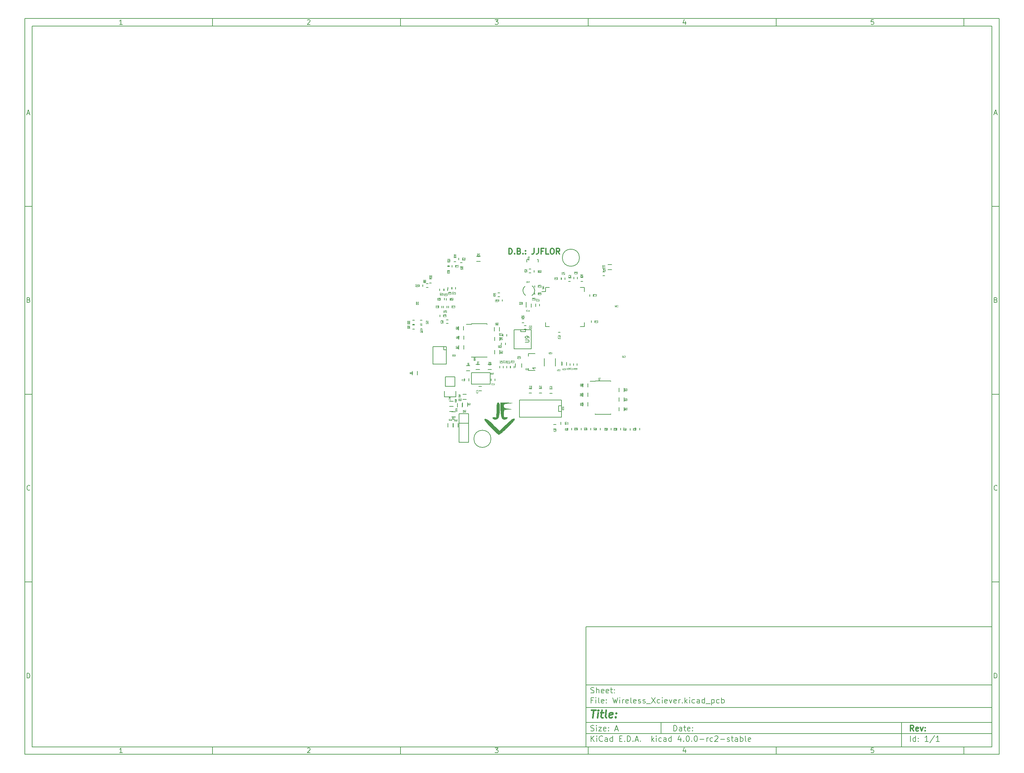
<source format=gbr>
G04 #@! TF.FileFunction,Legend,Top*
%FSLAX46Y46*%
G04 Gerber Fmt 4.6, Leading zero omitted, Abs format (unit mm)*
G04 Created by KiCad (PCBNEW 4.0.0-rc2-stable) date 1/25/2016 6:21:02 PM*
%MOMM*%
G01*
G04 APERTURE LIST*
%ADD10C,0.100000*%
%ADD11C,0.150000*%
%ADD12C,0.300000*%
%ADD13C,0.400000*%
%ADD14C,0.010000*%
%ADD15C,0.062500*%
G04 APERTURE END LIST*
D10*
D11*
X159400000Y-171900000D02*
X159400000Y-203900000D01*
X267400000Y-203900000D01*
X267400000Y-171900000D01*
X159400000Y-171900000D01*
D10*
D11*
X10000000Y-10000000D02*
X10000000Y-205900000D01*
X269400000Y-205900000D01*
X269400000Y-10000000D01*
X10000000Y-10000000D01*
D10*
D11*
X12000000Y-12000000D02*
X12000000Y-203900000D01*
X267400000Y-203900000D01*
X267400000Y-12000000D01*
X12000000Y-12000000D01*
D10*
D11*
X60000000Y-12000000D02*
X60000000Y-10000000D01*
D10*
D11*
X110000000Y-12000000D02*
X110000000Y-10000000D01*
D10*
D11*
X160000000Y-12000000D02*
X160000000Y-10000000D01*
D10*
D11*
X210000000Y-12000000D02*
X210000000Y-10000000D01*
D10*
D11*
X260000000Y-12000000D02*
X260000000Y-10000000D01*
D10*
D11*
X35990476Y-11588095D02*
X35247619Y-11588095D01*
X35619048Y-11588095D02*
X35619048Y-10288095D01*
X35495238Y-10473810D01*
X35371429Y-10597619D01*
X35247619Y-10659524D01*
D10*
D11*
X85247619Y-10411905D02*
X85309524Y-10350000D01*
X85433333Y-10288095D01*
X85742857Y-10288095D01*
X85866667Y-10350000D01*
X85928571Y-10411905D01*
X85990476Y-10535714D01*
X85990476Y-10659524D01*
X85928571Y-10845238D01*
X85185714Y-11588095D01*
X85990476Y-11588095D01*
D10*
D11*
X135185714Y-10288095D02*
X135990476Y-10288095D01*
X135557143Y-10783333D01*
X135742857Y-10783333D01*
X135866667Y-10845238D01*
X135928571Y-10907143D01*
X135990476Y-11030952D01*
X135990476Y-11340476D01*
X135928571Y-11464286D01*
X135866667Y-11526190D01*
X135742857Y-11588095D01*
X135371429Y-11588095D01*
X135247619Y-11526190D01*
X135185714Y-11464286D01*
D10*
D11*
X185866667Y-10721429D02*
X185866667Y-11588095D01*
X185557143Y-10226190D02*
X185247619Y-11154762D01*
X186052381Y-11154762D01*
D10*
D11*
X235928571Y-10288095D02*
X235309524Y-10288095D01*
X235247619Y-10907143D01*
X235309524Y-10845238D01*
X235433333Y-10783333D01*
X235742857Y-10783333D01*
X235866667Y-10845238D01*
X235928571Y-10907143D01*
X235990476Y-11030952D01*
X235990476Y-11340476D01*
X235928571Y-11464286D01*
X235866667Y-11526190D01*
X235742857Y-11588095D01*
X235433333Y-11588095D01*
X235309524Y-11526190D01*
X235247619Y-11464286D01*
D10*
D11*
X60000000Y-203900000D02*
X60000000Y-205900000D01*
D10*
D11*
X110000000Y-203900000D02*
X110000000Y-205900000D01*
D10*
D11*
X160000000Y-203900000D02*
X160000000Y-205900000D01*
D10*
D11*
X210000000Y-203900000D02*
X210000000Y-205900000D01*
D10*
D11*
X260000000Y-203900000D02*
X260000000Y-205900000D01*
D10*
D11*
X35990476Y-205488095D02*
X35247619Y-205488095D01*
X35619048Y-205488095D02*
X35619048Y-204188095D01*
X35495238Y-204373810D01*
X35371429Y-204497619D01*
X35247619Y-204559524D01*
D10*
D11*
X85247619Y-204311905D02*
X85309524Y-204250000D01*
X85433333Y-204188095D01*
X85742857Y-204188095D01*
X85866667Y-204250000D01*
X85928571Y-204311905D01*
X85990476Y-204435714D01*
X85990476Y-204559524D01*
X85928571Y-204745238D01*
X85185714Y-205488095D01*
X85990476Y-205488095D01*
D10*
D11*
X135185714Y-204188095D02*
X135990476Y-204188095D01*
X135557143Y-204683333D01*
X135742857Y-204683333D01*
X135866667Y-204745238D01*
X135928571Y-204807143D01*
X135990476Y-204930952D01*
X135990476Y-205240476D01*
X135928571Y-205364286D01*
X135866667Y-205426190D01*
X135742857Y-205488095D01*
X135371429Y-205488095D01*
X135247619Y-205426190D01*
X135185714Y-205364286D01*
D10*
D11*
X185866667Y-204621429D02*
X185866667Y-205488095D01*
X185557143Y-204126190D02*
X185247619Y-205054762D01*
X186052381Y-205054762D01*
D10*
D11*
X235928571Y-204188095D02*
X235309524Y-204188095D01*
X235247619Y-204807143D01*
X235309524Y-204745238D01*
X235433333Y-204683333D01*
X235742857Y-204683333D01*
X235866667Y-204745238D01*
X235928571Y-204807143D01*
X235990476Y-204930952D01*
X235990476Y-205240476D01*
X235928571Y-205364286D01*
X235866667Y-205426190D01*
X235742857Y-205488095D01*
X235433333Y-205488095D01*
X235309524Y-205426190D01*
X235247619Y-205364286D01*
D10*
D11*
X10000000Y-60000000D02*
X12000000Y-60000000D01*
D10*
D11*
X10000000Y-110000000D02*
X12000000Y-110000000D01*
D10*
D11*
X10000000Y-160000000D02*
X12000000Y-160000000D01*
D10*
D11*
X10690476Y-35216667D02*
X11309524Y-35216667D01*
X10566667Y-35588095D02*
X11000000Y-34288095D01*
X11433333Y-35588095D01*
D10*
D11*
X11092857Y-84907143D02*
X11278571Y-84969048D01*
X11340476Y-85030952D01*
X11402381Y-85154762D01*
X11402381Y-85340476D01*
X11340476Y-85464286D01*
X11278571Y-85526190D01*
X11154762Y-85588095D01*
X10659524Y-85588095D01*
X10659524Y-84288095D01*
X11092857Y-84288095D01*
X11216667Y-84350000D01*
X11278571Y-84411905D01*
X11340476Y-84535714D01*
X11340476Y-84659524D01*
X11278571Y-84783333D01*
X11216667Y-84845238D01*
X11092857Y-84907143D01*
X10659524Y-84907143D01*
D10*
D11*
X11402381Y-135464286D02*
X11340476Y-135526190D01*
X11154762Y-135588095D01*
X11030952Y-135588095D01*
X10845238Y-135526190D01*
X10721429Y-135402381D01*
X10659524Y-135278571D01*
X10597619Y-135030952D01*
X10597619Y-134845238D01*
X10659524Y-134597619D01*
X10721429Y-134473810D01*
X10845238Y-134350000D01*
X11030952Y-134288095D01*
X11154762Y-134288095D01*
X11340476Y-134350000D01*
X11402381Y-134411905D01*
D10*
D11*
X10659524Y-185588095D02*
X10659524Y-184288095D01*
X10969048Y-184288095D01*
X11154762Y-184350000D01*
X11278571Y-184473810D01*
X11340476Y-184597619D01*
X11402381Y-184845238D01*
X11402381Y-185030952D01*
X11340476Y-185278571D01*
X11278571Y-185402381D01*
X11154762Y-185526190D01*
X10969048Y-185588095D01*
X10659524Y-185588095D01*
D10*
D11*
X269400000Y-60000000D02*
X267400000Y-60000000D01*
D10*
D11*
X269400000Y-110000000D02*
X267400000Y-110000000D01*
D10*
D11*
X269400000Y-160000000D02*
X267400000Y-160000000D01*
D10*
D11*
X268090476Y-35216667D02*
X268709524Y-35216667D01*
X267966667Y-35588095D02*
X268400000Y-34288095D01*
X268833333Y-35588095D01*
D10*
D11*
X268492857Y-84907143D02*
X268678571Y-84969048D01*
X268740476Y-85030952D01*
X268802381Y-85154762D01*
X268802381Y-85340476D01*
X268740476Y-85464286D01*
X268678571Y-85526190D01*
X268554762Y-85588095D01*
X268059524Y-85588095D01*
X268059524Y-84288095D01*
X268492857Y-84288095D01*
X268616667Y-84350000D01*
X268678571Y-84411905D01*
X268740476Y-84535714D01*
X268740476Y-84659524D01*
X268678571Y-84783333D01*
X268616667Y-84845238D01*
X268492857Y-84907143D01*
X268059524Y-84907143D01*
D10*
D11*
X268802381Y-135464286D02*
X268740476Y-135526190D01*
X268554762Y-135588095D01*
X268430952Y-135588095D01*
X268245238Y-135526190D01*
X268121429Y-135402381D01*
X268059524Y-135278571D01*
X267997619Y-135030952D01*
X267997619Y-134845238D01*
X268059524Y-134597619D01*
X268121429Y-134473810D01*
X268245238Y-134350000D01*
X268430952Y-134288095D01*
X268554762Y-134288095D01*
X268740476Y-134350000D01*
X268802381Y-134411905D01*
D10*
D11*
X268059524Y-185588095D02*
X268059524Y-184288095D01*
X268369048Y-184288095D01*
X268554762Y-184350000D01*
X268678571Y-184473810D01*
X268740476Y-184597619D01*
X268802381Y-184845238D01*
X268802381Y-185030952D01*
X268740476Y-185278571D01*
X268678571Y-185402381D01*
X268554762Y-185526190D01*
X268369048Y-185588095D01*
X268059524Y-185588095D01*
D10*
D11*
X182757143Y-199678571D02*
X182757143Y-198178571D01*
X183114286Y-198178571D01*
X183328571Y-198250000D01*
X183471429Y-198392857D01*
X183542857Y-198535714D01*
X183614286Y-198821429D01*
X183614286Y-199035714D01*
X183542857Y-199321429D01*
X183471429Y-199464286D01*
X183328571Y-199607143D01*
X183114286Y-199678571D01*
X182757143Y-199678571D01*
X184900000Y-199678571D02*
X184900000Y-198892857D01*
X184828571Y-198750000D01*
X184685714Y-198678571D01*
X184400000Y-198678571D01*
X184257143Y-198750000D01*
X184900000Y-199607143D02*
X184757143Y-199678571D01*
X184400000Y-199678571D01*
X184257143Y-199607143D01*
X184185714Y-199464286D01*
X184185714Y-199321429D01*
X184257143Y-199178571D01*
X184400000Y-199107143D01*
X184757143Y-199107143D01*
X184900000Y-199035714D01*
X185400000Y-198678571D02*
X185971429Y-198678571D01*
X185614286Y-198178571D02*
X185614286Y-199464286D01*
X185685714Y-199607143D01*
X185828572Y-199678571D01*
X185971429Y-199678571D01*
X187042857Y-199607143D02*
X186900000Y-199678571D01*
X186614286Y-199678571D01*
X186471429Y-199607143D01*
X186400000Y-199464286D01*
X186400000Y-198892857D01*
X186471429Y-198750000D01*
X186614286Y-198678571D01*
X186900000Y-198678571D01*
X187042857Y-198750000D01*
X187114286Y-198892857D01*
X187114286Y-199035714D01*
X186400000Y-199178571D01*
X187757143Y-199535714D02*
X187828571Y-199607143D01*
X187757143Y-199678571D01*
X187685714Y-199607143D01*
X187757143Y-199535714D01*
X187757143Y-199678571D01*
X187757143Y-198750000D02*
X187828571Y-198821429D01*
X187757143Y-198892857D01*
X187685714Y-198821429D01*
X187757143Y-198750000D01*
X187757143Y-198892857D01*
D10*
D11*
X159400000Y-200400000D02*
X267400000Y-200400000D01*
D10*
D11*
X160757143Y-202478571D02*
X160757143Y-200978571D01*
X161614286Y-202478571D02*
X160971429Y-201621429D01*
X161614286Y-200978571D02*
X160757143Y-201835714D01*
X162257143Y-202478571D02*
X162257143Y-201478571D01*
X162257143Y-200978571D02*
X162185714Y-201050000D01*
X162257143Y-201121429D01*
X162328571Y-201050000D01*
X162257143Y-200978571D01*
X162257143Y-201121429D01*
X163828572Y-202335714D02*
X163757143Y-202407143D01*
X163542857Y-202478571D01*
X163400000Y-202478571D01*
X163185715Y-202407143D01*
X163042857Y-202264286D01*
X162971429Y-202121429D01*
X162900000Y-201835714D01*
X162900000Y-201621429D01*
X162971429Y-201335714D01*
X163042857Y-201192857D01*
X163185715Y-201050000D01*
X163400000Y-200978571D01*
X163542857Y-200978571D01*
X163757143Y-201050000D01*
X163828572Y-201121429D01*
X165114286Y-202478571D02*
X165114286Y-201692857D01*
X165042857Y-201550000D01*
X164900000Y-201478571D01*
X164614286Y-201478571D01*
X164471429Y-201550000D01*
X165114286Y-202407143D02*
X164971429Y-202478571D01*
X164614286Y-202478571D01*
X164471429Y-202407143D01*
X164400000Y-202264286D01*
X164400000Y-202121429D01*
X164471429Y-201978571D01*
X164614286Y-201907143D01*
X164971429Y-201907143D01*
X165114286Y-201835714D01*
X166471429Y-202478571D02*
X166471429Y-200978571D01*
X166471429Y-202407143D02*
X166328572Y-202478571D01*
X166042858Y-202478571D01*
X165900000Y-202407143D01*
X165828572Y-202335714D01*
X165757143Y-202192857D01*
X165757143Y-201764286D01*
X165828572Y-201621429D01*
X165900000Y-201550000D01*
X166042858Y-201478571D01*
X166328572Y-201478571D01*
X166471429Y-201550000D01*
X168328572Y-201692857D02*
X168828572Y-201692857D01*
X169042858Y-202478571D02*
X168328572Y-202478571D01*
X168328572Y-200978571D01*
X169042858Y-200978571D01*
X169685715Y-202335714D02*
X169757143Y-202407143D01*
X169685715Y-202478571D01*
X169614286Y-202407143D01*
X169685715Y-202335714D01*
X169685715Y-202478571D01*
X170400001Y-202478571D02*
X170400001Y-200978571D01*
X170757144Y-200978571D01*
X170971429Y-201050000D01*
X171114287Y-201192857D01*
X171185715Y-201335714D01*
X171257144Y-201621429D01*
X171257144Y-201835714D01*
X171185715Y-202121429D01*
X171114287Y-202264286D01*
X170971429Y-202407143D01*
X170757144Y-202478571D01*
X170400001Y-202478571D01*
X171900001Y-202335714D02*
X171971429Y-202407143D01*
X171900001Y-202478571D01*
X171828572Y-202407143D01*
X171900001Y-202335714D01*
X171900001Y-202478571D01*
X172542858Y-202050000D02*
X173257144Y-202050000D01*
X172400001Y-202478571D02*
X172900001Y-200978571D01*
X173400001Y-202478571D01*
X173900001Y-202335714D02*
X173971429Y-202407143D01*
X173900001Y-202478571D01*
X173828572Y-202407143D01*
X173900001Y-202335714D01*
X173900001Y-202478571D01*
X176900001Y-202478571D02*
X176900001Y-200978571D01*
X177042858Y-201907143D02*
X177471429Y-202478571D01*
X177471429Y-201478571D02*
X176900001Y-202050000D01*
X178114287Y-202478571D02*
X178114287Y-201478571D01*
X178114287Y-200978571D02*
X178042858Y-201050000D01*
X178114287Y-201121429D01*
X178185715Y-201050000D01*
X178114287Y-200978571D01*
X178114287Y-201121429D01*
X179471430Y-202407143D02*
X179328573Y-202478571D01*
X179042859Y-202478571D01*
X178900001Y-202407143D01*
X178828573Y-202335714D01*
X178757144Y-202192857D01*
X178757144Y-201764286D01*
X178828573Y-201621429D01*
X178900001Y-201550000D01*
X179042859Y-201478571D01*
X179328573Y-201478571D01*
X179471430Y-201550000D01*
X180757144Y-202478571D02*
X180757144Y-201692857D01*
X180685715Y-201550000D01*
X180542858Y-201478571D01*
X180257144Y-201478571D01*
X180114287Y-201550000D01*
X180757144Y-202407143D02*
X180614287Y-202478571D01*
X180257144Y-202478571D01*
X180114287Y-202407143D01*
X180042858Y-202264286D01*
X180042858Y-202121429D01*
X180114287Y-201978571D01*
X180257144Y-201907143D01*
X180614287Y-201907143D01*
X180757144Y-201835714D01*
X182114287Y-202478571D02*
X182114287Y-200978571D01*
X182114287Y-202407143D02*
X181971430Y-202478571D01*
X181685716Y-202478571D01*
X181542858Y-202407143D01*
X181471430Y-202335714D01*
X181400001Y-202192857D01*
X181400001Y-201764286D01*
X181471430Y-201621429D01*
X181542858Y-201550000D01*
X181685716Y-201478571D01*
X181971430Y-201478571D01*
X182114287Y-201550000D01*
X184614287Y-201478571D02*
X184614287Y-202478571D01*
X184257144Y-200907143D02*
X183900001Y-201978571D01*
X184828573Y-201978571D01*
X185400001Y-202335714D02*
X185471429Y-202407143D01*
X185400001Y-202478571D01*
X185328572Y-202407143D01*
X185400001Y-202335714D01*
X185400001Y-202478571D01*
X186400001Y-200978571D02*
X186542858Y-200978571D01*
X186685715Y-201050000D01*
X186757144Y-201121429D01*
X186828573Y-201264286D01*
X186900001Y-201550000D01*
X186900001Y-201907143D01*
X186828573Y-202192857D01*
X186757144Y-202335714D01*
X186685715Y-202407143D01*
X186542858Y-202478571D01*
X186400001Y-202478571D01*
X186257144Y-202407143D01*
X186185715Y-202335714D01*
X186114287Y-202192857D01*
X186042858Y-201907143D01*
X186042858Y-201550000D01*
X186114287Y-201264286D01*
X186185715Y-201121429D01*
X186257144Y-201050000D01*
X186400001Y-200978571D01*
X187542858Y-202335714D02*
X187614286Y-202407143D01*
X187542858Y-202478571D01*
X187471429Y-202407143D01*
X187542858Y-202335714D01*
X187542858Y-202478571D01*
X188542858Y-200978571D02*
X188685715Y-200978571D01*
X188828572Y-201050000D01*
X188900001Y-201121429D01*
X188971430Y-201264286D01*
X189042858Y-201550000D01*
X189042858Y-201907143D01*
X188971430Y-202192857D01*
X188900001Y-202335714D01*
X188828572Y-202407143D01*
X188685715Y-202478571D01*
X188542858Y-202478571D01*
X188400001Y-202407143D01*
X188328572Y-202335714D01*
X188257144Y-202192857D01*
X188185715Y-201907143D01*
X188185715Y-201550000D01*
X188257144Y-201264286D01*
X188328572Y-201121429D01*
X188400001Y-201050000D01*
X188542858Y-200978571D01*
X189685715Y-201907143D02*
X190828572Y-201907143D01*
X191542858Y-202478571D02*
X191542858Y-201478571D01*
X191542858Y-201764286D02*
X191614286Y-201621429D01*
X191685715Y-201550000D01*
X191828572Y-201478571D01*
X191971429Y-201478571D01*
X193114286Y-202407143D02*
X192971429Y-202478571D01*
X192685715Y-202478571D01*
X192542857Y-202407143D01*
X192471429Y-202335714D01*
X192400000Y-202192857D01*
X192400000Y-201764286D01*
X192471429Y-201621429D01*
X192542857Y-201550000D01*
X192685715Y-201478571D01*
X192971429Y-201478571D01*
X193114286Y-201550000D01*
X193685714Y-201121429D02*
X193757143Y-201050000D01*
X193900000Y-200978571D01*
X194257143Y-200978571D01*
X194400000Y-201050000D01*
X194471429Y-201121429D01*
X194542857Y-201264286D01*
X194542857Y-201407143D01*
X194471429Y-201621429D01*
X193614286Y-202478571D01*
X194542857Y-202478571D01*
X195185714Y-201907143D02*
X196328571Y-201907143D01*
X196971428Y-202407143D02*
X197114285Y-202478571D01*
X197400000Y-202478571D01*
X197542857Y-202407143D01*
X197614285Y-202264286D01*
X197614285Y-202192857D01*
X197542857Y-202050000D01*
X197400000Y-201978571D01*
X197185714Y-201978571D01*
X197042857Y-201907143D01*
X196971428Y-201764286D01*
X196971428Y-201692857D01*
X197042857Y-201550000D01*
X197185714Y-201478571D01*
X197400000Y-201478571D01*
X197542857Y-201550000D01*
X198042857Y-201478571D02*
X198614286Y-201478571D01*
X198257143Y-200978571D02*
X198257143Y-202264286D01*
X198328571Y-202407143D01*
X198471429Y-202478571D01*
X198614286Y-202478571D01*
X199757143Y-202478571D02*
X199757143Y-201692857D01*
X199685714Y-201550000D01*
X199542857Y-201478571D01*
X199257143Y-201478571D01*
X199114286Y-201550000D01*
X199757143Y-202407143D02*
X199614286Y-202478571D01*
X199257143Y-202478571D01*
X199114286Y-202407143D01*
X199042857Y-202264286D01*
X199042857Y-202121429D01*
X199114286Y-201978571D01*
X199257143Y-201907143D01*
X199614286Y-201907143D01*
X199757143Y-201835714D01*
X200471429Y-202478571D02*
X200471429Y-200978571D01*
X200471429Y-201550000D02*
X200614286Y-201478571D01*
X200900000Y-201478571D01*
X201042857Y-201550000D01*
X201114286Y-201621429D01*
X201185715Y-201764286D01*
X201185715Y-202192857D01*
X201114286Y-202335714D01*
X201042857Y-202407143D01*
X200900000Y-202478571D01*
X200614286Y-202478571D01*
X200471429Y-202407143D01*
X202042858Y-202478571D02*
X201900000Y-202407143D01*
X201828572Y-202264286D01*
X201828572Y-200978571D01*
X203185714Y-202407143D02*
X203042857Y-202478571D01*
X202757143Y-202478571D01*
X202614286Y-202407143D01*
X202542857Y-202264286D01*
X202542857Y-201692857D01*
X202614286Y-201550000D01*
X202757143Y-201478571D01*
X203042857Y-201478571D01*
X203185714Y-201550000D01*
X203257143Y-201692857D01*
X203257143Y-201835714D01*
X202542857Y-201978571D01*
D10*
D11*
X159400000Y-197400000D02*
X267400000Y-197400000D01*
D10*
D12*
X246614286Y-199678571D02*
X246114286Y-198964286D01*
X245757143Y-199678571D02*
X245757143Y-198178571D01*
X246328571Y-198178571D01*
X246471429Y-198250000D01*
X246542857Y-198321429D01*
X246614286Y-198464286D01*
X246614286Y-198678571D01*
X246542857Y-198821429D01*
X246471429Y-198892857D01*
X246328571Y-198964286D01*
X245757143Y-198964286D01*
X247828571Y-199607143D02*
X247685714Y-199678571D01*
X247400000Y-199678571D01*
X247257143Y-199607143D01*
X247185714Y-199464286D01*
X247185714Y-198892857D01*
X247257143Y-198750000D01*
X247400000Y-198678571D01*
X247685714Y-198678571D01*
X247828571Y-198750000D01*
X247900000Y-198892857D01*
X247900000Y-199035714D01*
X247185714Y-199178571D01*
X248400000Y-198678571D02*
X248757143Y-199678571D01*
X249114285Y-198678571D01*
X249685714Y-199535714D02*
X249757142Y-199607143D01*
X249685714Y-199678571D01*
X249614285Y-199607143D01*
X249685714Y-199535714D01*
X249685714Y-199678571D01*
X249685714Y-198750000D02*
X249757142Y-198821429D01*
X249685714Y-198892857D01*
X249614285Y-198821429D01*
X249685714Y-198750000D01*
X249685714Y-198892857D01*
D10*
D11*
X160685714Y-199607143D02*
X160900000Y-199678571D01*
X161257143Y-199678571D01*
X161400000Y-199607143D01*
X161471429Y-199535714D01*
X161542857Y-199392857D01*
X161542857Y-199250000D01*
X161471429Y-199107143D01*
X161400000Y-199035714D01*
X161257143Y-198964286D01*
X160971429Y-198892857D01*
X160828571Y-198821429D01*
X160757143Y-198750000D01*
X160685714Y-198607143D01*
X160685714Y-198464286D01*
X160757143Y-198321429D01*
X160828571Y-198250000D01*
X160971429Y-198178571D01*
X161328571Y-198178571D01*
X161542857Y-198250000D01*
X162185714Y-199678571D02*
X162185714Y-198678571D01*
X162185714Y-198178571D02*
X162114285Y-198250000D01*
X162185714Y-198321429D01*
X162257142Y-198250000D01*
X162185714Y-198178571D01*
X162185714Y-198321429D01*
X162757143Y-198678571D02*
X163542857Y-198678571D01*
X162757143Y-199678571D01*
X163542857Y-199678571D01*
X164685714Y-199607143D02*
X164542857Y-199678571D01*
X164257143Y-199678571D01*
X164114286Y-199607143D01*
X164042857Y-199464286D01*
X164042857Y-198892857D01*
X164114286Y-198750000D01*
X164257143Y-198678571D01*
X164542857Y-198678571D01*
X164685714Y-198750000D01*
X164757143Y-198892857D01*
X164757143Y-199035714D01*
X164042857Y-199178571D01*
X165400000Y-199535714D02*
X165471428Y-199607143D01*
X165400000Y-199678571D01*
X165328571Y-199607143D01*
X165400000Y-199535714D01*
X165400000Y-199678571D01*
X165400000Y-198750000D02*
X165471428Y-198821429D01*
X165400000Y-198892857D01*
X165328571Y-198821429D01*
X165400000Y-198750000D01*
X165400000Y-198892857D01*
X167185714Y-199250000D02*
X167900000Y-199250000D01*
X167042857Y-199678571D02*
X167542857Y-198178571D01*
X168042857Y-199678571D01*
D10*
D11*
X245757143Y-202478571D02*
X245757143Y-200978571D01*
X247114286Y-202478571D02*
X247114286Y-200978571D01*
X247114286Y-202407143D02*
X246971429Y-202478571D01*
X246685715Y-202478571D01*
X246542857Y-202407143D01*
X246471429Y-202335714D01*
X246400000Y-202192857D01*
X246400000Y-201764286D01*
X246471429Y-201621429D01*
X246542857Y-201550000D01*
X246685715Y-201478571D01*
X246971429Y-201478571D01*
X247114286Y-201550000D01*
X247828572Y-202335714D02*
X247900000Y-202407143D01*
X247828572Y-202478571D01*
X247757143Y-202407143D01*
X247828572Y-202335714D01*
X247828572Y-202478571D01*
X247828572Y-201550000D02*
X247900000Y-201621429D01*
X247828572Y-201692857D01*
X247757143Y-201621429D01*
X247828572Y-201550000D01*
X247828572Y-201692857D01*
X250471429Y-202478571D02*
X249614286Y-202478571D01*
X250042858Y-202478571D02*
X250042858Y-200978571D01*
X249900001Y-201192857D01*
X249757143Y-201335714D01*
X249614286Y-201407143D01*
X252185714Y-200907143D02*
X250900000Y-202835714D01*
X253471429Y-202478571D02*
X252614286Y-202478571D01*
X253042858Y-202478571D02*
X253042858Y-200978571D01*
X252900001Y-201192857D01*
X252757143Y-201335714D01*
X252614286Y-201407143D01*
D10*
D11*
X159400000Y-193400000D02*
X267400000Y-193400000D01*
D10*
D13*
X160852381Y-194104762D02*
X161995238Y-194104762D01*
X161173810Y-196104762D02*
X161423810Y-194104762D01*
X162411905Y-196104762D02*
X162578571Y-194771429D01*
X162661905Y-194104762D02*
X162554762Y-194200000D01*
X162638095Y-194295238D01*
X162745239Y-194200000D01*
X162661905Y-194104762D01*
X162638095Y-194295238D01*
X163245238Y-194771429D02*
X164007143Y-194771429D01*
X163614286Y-194104762D02*
X163400000Y-195819048D01*
X163471430Y-196009524D01*
X163650001Y-196104762D01*
X163840477Y-196104762D01*
X164792858Y-196104762D02*
X164614287Y-196009524D01*
X164542857Y-195819048D01*
X164757143Y-194104762D01*
X166328572Y-196009524D02*
X166126191Y-196104762D01*
X165745239Y-196104762D01*
X165566667Y-196009524D01*
X165495238Y-195819048D01*
X165590476Y-195057143D01*
X165709524Y-194866667D01*
X165911905Y-194771429D01*
X166292857Y-194771429D01*
X166471429Y-194866667D01*
X166542857Y-195057143D01*
X166519048Y-195247619D01*
X165542857Y-195438095D01*
X167292857Y-195914286D02*
X167376192Y-196009524D01*
X167269048Y-196104762D01*
X167185715Y-196009524D01*
X167292857Y-195914286D01*
X167269048Y-196104762D01*
X167423810Y-194866667D02*
X167507144Y-194961905D01*
X167400000Y-195057143D01*
X167316667Y-194961905D01*
X167423810Y-194866667D01*
X167400000Y-195057143D01*
D10*
D11*
X161257143Y-191492857D02*
X160757143Y-191492857D01*
X160757143Y-192278571D02*
X160757143Y-190778571D01*
X161471429Y-190778571D01*
X162042857Y-192278571D02*
X162042857Y-191278571D01*
X162042857Y-190778571D02*
X161971428Y-190850000D01*
X162042857Y-190921429D01*
X162114285Y-190850000D01*
X162042857Y-190778571D01*
X162042857Y-190921429D01*
X162971429Y-192278571D02*
X162828571Y-192207143D01*
X162757143Y-192064286D01*
X162757143Y-190778571D01*
X164114285Y-192207143D02*
X163971428Y-192278571D01*
X163685714Y-192278571D01*
X163542857Y-192207143D01*
X163471428Y-192064286D01*
X163471428Y-191492857D01*
X163542857Y-191350000D01*
X163685714Y-191278571D01*
X163971428Y-191278571D01*
X164114285Y-191350000D01*
X164185714Y-191492857D01*
X164185714Y-191635714D01*
X163471428Y-191778571D01*
X164828571Y-192135714D02*
X164899999Y-192207143D01*
X164828571Y-192278571D01*
X164757142Y-192207143D01*
X164828571Y-192135714D01*
X164828571Y-192278571D01*
X164828571Y-191350000D02*
X164899999Y-191421429D01*
X164828571Y-191492857D01*
X164757142Y-191421429D01*
X164828571Y-191350000D01*
X164828571Y-191492857D01*
X166542857Y-190778571D02*
X166900000Y-192278571D01*
X167185714Y-191207143D01*
X167471428Y-192278571D01*
X167828571Y-190778571D01*
X168400000Y-192278571D02*
X168400000Y-191278571D01*
X168400000Y-190778571D02*
X168328571Y-190850000D01*
X168400000Y-190921429D01*
X168471428Y-190850000D01*
X168400000Y-190778571D01*
X168400000Y-190921429D01*
X169114286Y-192278571D02*
X169114286Y-191278571D01*
X169114286Y-191564286D02*
X169185714Y-191421429D01*
X169257143Y-191350000D01*
X169400000Y-191278571D01*
X169542857Y-191278571D01*
X170614285Y-192207143D02*
X170471428Y-192278571D01*
X170185714Y-192278571D01*
X170042857Y-192207143D01*
X169971428Y-192064286D01*
X169971428Y-191492857D01*
X170042857Y-191350000D01*
X170185714Y-191278571D01*
X170471428Y-191278571D01*
X170614285Y-191350000D01*
X170685714Y-191492857D01*
X170685714Y-191635714D01*
X169971428Y-191778571D01*
X171542857Y-192278571D02*
X171399999Y-192207143D01*
X171328571Y-192064286D01*
X171328571Y-190778571D01*
X172685713Y-192207143D02*
X172542856Y-192278571D01*
X172257142Y-192278571D01*
X172114285Y-192207143D01*
X172042856Y-192064286D01*
X172042856Y-191492857D01*
X172114285Y-191350000D01*
X172257142Y-191278571D01*
X172542856Y-191278571D01*
X172685713Y-191350000D01*
X172757142Y-191492857D01*
X172757142Y-191635714D01*
X172042856Y-191778571D01*
X173328570Y-192207143D02*
X173471427Y-192278571D01*
X173757142Y-192278571D01*
X173899999Y-192207143D01*
X173971427Y-192064286D01*
X173971427Y-191992857D01*
X173899999Y-191850000D01*
X173757142Y-191778571D01*
X173542856Y-191778571D01*
X173399999Y-191707143D01*
X173328570Y-191564286D01*
X173328570Y-191492857D01*
X173399999Y-191350000D01*
X173542856Y-191278571D01*
X173757142Y-191278571D01*
X173899999Y-191350000D01*
X174542856Y-192207143D02*
X174685713Y-192278571D01*
X174971428Y-192278571D01*
X175114285Y-192207143D01*
X175185713Y-192064286D01*
X175185713Y-191992857D01*
X175114285Y-191850000D01*
X174971428Y-191778571D01*
X174757142Y-191778571D01*
X174614285Y-191707143D01*
X174542856Y-191564286D01*
X174542856Y-191492857D01*
X174614285Y-191350000D01*
X174757142Y-191278571D01*
X174971428Y-191278571D01*
X175114285Y-191350000D01*
X175471428Y-192421429D02*
X176614285Y-192421429D01*
X176828571Y-190778571D02*
X177828571Y-192278571D01*
X177828571Y-190778571D02*
X176828571Y-192278571D01*
X179042856Y-192207143D02*
X178899999Y-192278571D01*
X178614285Y-192278571D01*
X178471427Y-192207143D01*
X178399999Y-192135714D01*
X178328570Y-191992857D01*
X178328570Y-191564286D01*
X178399999Y-191421429D01*
X178471427Y-191350000D01*
X178614285Y-191278571D01*
X178899999Y-191278571D01*
X179042856Y-191350000D01*
X179685713Y-192278571D02*
X179685713Y-191278571D01*
X179685713Y-190778571D02*
X179614284Y-190850000D01*
X179685713Y-190921429D01*
X179757141Y-190850000D01*
X179685713Y-190778571D01*
X179685713Y-190921429D01*
X180971427Y-192207143D02*
X180828570Y-192278571D01*
X180542856Y-192278571D01*
X180399999Y-192207143D01*
X180328570Y-192064286D01*
X180328570Y-191492857D01*
X180399999Y-191350000D01*
X180542856Y-191278571D01*
X180828570Y-191278571D01*
X180971427Y-191350000D01*
X181042856Y-191492857D01*
X181042856Y-191635714D01*
X180328570Y-191778571D01*
X181542856Y-191278571D02*
X181899999Y-192278571D01*
X182257141Y-191278571D01*
X183399998Y-192207143D02*
X183257141Y-192278571D01*
X182971427Y-192278571D01*
X182828570Y-192207143D01*
X182757141Y-192064286D01*
X182757141Y-191492857D01*
X182828570Y-191350000D01*
X182971427Y-191278571D01*
X183257141Y-191278571D01*
X183399998Y-191350000D01*
X183471427Y-191492857D01*
X183471427Y-191635714D01*
X182757141Y-191778571D01*
X184114284Y-192278571D02*
X184114284Y-191278571D01*
X184114284Y-191564286D02*
X184185712Y-191421429D01*
X184257141Y-191350000D01*
X184399998Y-191278571D01*
X184542855Y-191278571D01*
X185042855Y-192135714D02*
X185114283Y-192207143D01*
X185042855Y-192278571D01*
X184971426Y-192207143D01*
X185042855Y-192135714D01*
X185042855Y-192278571D01*
X185757141Y-192278571D02*
X185757141Y-190778571D01*
X185899998Y-191707143D02*
X186328569Y-192278571D01*
X186328569Y-191278571D02*
X185757141Y-191850000D01*
X186971427Y-192278571D02*
X186971427Y-191278571D01*
X186971427Y-190778571D02*
X186899998Y-190850000D01*
X186971427Y-190921429D01*
X187042855Y-190850000D01*
X186971427Y-190778571D01*
X186971427Y-190921429D01*
X188328570Y-192207143D02*
X188185713Y-192278571D01*
X187899999Y-192278571D01*
X187757141Y-192207143D01*
X187685713Y-192135714D01*
X187614284Y-191992857D01*
X187614284Y-191564286D01*
X187685713Y-191421429D01*
X187757141Y-191350000D01*
X187899999Y-191278571D01*
X188185713Y-191278571D01*
X188328570Y-191350000D01*
X189614284Y-192278571D02*
X189614284Y-191492857D01*
X189542855Y-191350000D01*
X189399998Y-191278571D01*
X189114284Y-191278571D01*
X188971427Y-191350000D01*
X189614284Y-192207143D02*
X189471427Y-192278571D01*
X189114284Y-192278571D01*
X188971427Y-192207143D01*
X188899998Y-192064286D01*
X188899998Y-191921429D01*
X188971427Y-191778571D01*
X189114284Y-191707143D01*
X189471427Y-191707143D01*
X189614284Y-191635714D01*
X190971427Y-192278571D02*
X190971427Y-190778571D01*
X190971427Y-192207143D02*
X190828570Y-192278571D01*
X190542856Y-192278571D01*
X190399998Y-192207143D01*
X190328570Y-192135714D01*
X190257141Y-191992857D01*
X190257141Y-191564286D01*
X190328570Y-191421429D01*
X190399998Y-191350000D01*
X190542856Y-191278571D01*
X190828570Y-191278571D01*
X190971427Y-191350000D01*
X191328570Y-192421429D02*
X192471427Y-192421429D01*
X192828570Y-191278571D02*
X192828570Y-192778571D01*
X192828570Y-191350000D02*
X192971427Y-191278571D01*
X193257141Y-191278571D01*
X193399998Y-191350000D01*
X193471427Y-191421429D01*
X193542856Y-191564286D01*
X193542856Y-191992857D01*
X193471427Y-192135714D01*
X193399998Y-192207143D01*
X193257141Y-192278571D01*
X192971427Y-192278571D01*
X192828570Y-192207143D01*
X194828570Y-192207143D02*
X194685713Y-192278571D01*
X194399999Y-192278571D01*
X194257141Y-192207143D01*
X194185713Y-192135714D01*
X194114284Y-191992857D01*
X194114284Y-191564286D01*
X194185713Y-191421429D01*
X194257141Y-191350000D01*
X194399999Y-191278571D01*
X194685713Y-191278571D01*
X194828570Y-191350000D01*
X195471427Y-192278571D02*
X195471427Y-190778571D01*
X195471427Y-191350000D02*
X195614284Y-191278571D01*
X195899998Y-191278571D01*
X196042855Y-191350000D01*
X196114284Y-191421429D01*
X196185713Y-191564286D01*
X196185713Y-191992857D01*
X196114284Y-192135714D01*
X196042855Y-192207143D01*
X195899998Y-192278571D01*
X195614284Y-192278571D01*
X195471427Y-192207143D01*
D10*
D11*
X159400000Y-187400000D02*
X267400000Y-187400000D01*
D10*
D11*
X160685714Y-189507143D02*
X160900000Y-189578571D01*
X161257143Y-189578571D01*
X161400000Y-189507143D01*
X161471429Y-189435714D01*
X161542857Y-189292857D01*
X161542857Y-189150000D01*
X161471429Y-189007143D01*
X161400000Y-188935714D01*
X161257143Y-188864286D01*
X160971429Y-188792857D01*
X160828571Y-188721429D01*
X160757143Y-188650000D01*
X160685714Y-188507143D01*
X160685714Y-188364286D01*
X160757143Y-188221429D01*
X160828571Y-188150000D01*
X160971429Y-188078571D01*
X161328571Y-188078571D01*
X161542857Y-188150000D01*
X162185714Y-189578571D02*
X162185714Y-188078571D01*
X162828571Y-189578571D02*
X162828571Y-188792857D01*
X162757142Y-188650000D01*
X162614285Y-188578571D01*
X162400000Y-188578571D01*
X162257142Y-188650000D01*
X162185714Y-188721429D01*
X164114285Y-189507143D02*
X163971428Y-189578571D01*
X163685714Y-189578571D01*
X163542857Y-189507143D01*
X163471428Y-189364286D01*
X163471428Y-188792857D01*
X163542857Y-188650000D01*
X163685714Y-188578571D01*
X163971428Y-188578571D01*
X164114285Y-188650000D01*
X164185714Y-188792857D01*
X164185714Y-188935714D01*
X163471428Y-189078571D01*
X165399999Y-189507143D02*
X165257142Y-189578571D01*
X164971428Y-189578571D01*
X164828571Y-189507143D01*
X164757142Y-189364286D01*
X164757142Y-188792857D01*
X164828571Y-188650000D01*
X164971428Y-188578571D01*
X165257142Y-188578571D01*
X165399999Y-188650000D01*
X165471428Y-188792857D01*
X165471428Y-188935714D01*
X164757142Y-189078571D01*
X165899999Y-188578571D02*
X166471428Y-188578571D01*
X166114285Y-188078571D02*
X166114285Y-189364286D01*
X166185713Y-189507143D01*
X166328571Y-189578571D01*
X166471428Y-189578571D01*
X166971428Y-189435714D02*
X167042856Y-189507143D01*
X166971428Y-189578571D01*
X166899999Y-189507143D01*
X166971428Y-189435714D01*
X166971428Y-189578571D01*
X166971428Y-188650000D02*
X167042856Y-188721429D01*
X166971428Y-188792857D01*
X166899999Y-188721429D01*
X166971428Y-188650000D01*
X166971428Y-188792857D01*
D10*
D11*
X179400000Y-197400000D02*
X179400000Y-200400000D01*
D10*
D11*
X243400000Y-197400000D02*
X243400000Y-203900000D01*
D12*
X138895714Y-72688571D02*
X138895714Y-71188571D01*
X139252857Y-71188571D01*
X139467142Y-71260000D01*
X139610000Y-71402857D01*
X139681428Y-71545714D01*
X139752857Y-71831429D01*
X139752857Y-72045714D01*
X139681428Y-72331429D01*
X139610000Y-72474286D01*
X139467142Y-72617143D01*
X139252857Y-72688571D01*
X138895714Y-72688571D01*
X140395714Y-72545714D02*
X140467142Y-72617143D01*
X140395714Y-72688571D01*
X140324285Y-72617143D01*
X140395714Y-72545714D01*
X140395714Y-72688571D01*
X141610000Y-71902857D02*
X141824286Y-71974286D01*
X141895714Y-72045714D01*
X141967143Y-72188571D01*
X141967143Y-72402857D01*
X141895714Y-72545714D01*
X141824286Y-72617143D01*
X141681428Y-72688571D01*
X141110000Y-72688571D01*
X141110000Y-71188571D01*
X141610000Y-71188571D01*
X141752857Y-71260000D01*
X141824286Y-71331429D01*
X141895714Y-71474286D01*
X141895714Y-71617143D01*
X141824286Y-71760000D01*
X141752857Y-71831429D01*
X141610000Y-71902857D01*
X141110000Y-71902857D01*
X142610000Y-72545714D02*
X142681428Y-72617143D01*
X142610000Y-72688571D01*
X142538571Y-72617143D01*
X142610000Y-72545714D01*
X142610000Y-72688571D01*
X143324286Y-72545714D02*
X143395714Y-72617143D01*
X143324286Y-72688571D01*
X143252857Y-72617143D01*
X143324286Y-72545714D01*
X143324286Y-72688571D01*
X143324286Y-71760000D02*
X143395714Y-71831429D01*
X143324286Y-71902857D01*
X143252857Y-71831429D01*
X143324286Y-71760000D01*
X143324286Y-71902857D01*
X145610000Y-71188571D02*
X145610000Y-72260000D01*
X145538572Y-72474286D01*
X145395715Y-72617143D01*
X145181429Y-72688571D01*
X145038572Y-72688571D01*
X146752857Y-71188571D02*
X146752857Y-72260000D01*
X146681429Y-72474286D01*
X146538572Y-72617143D01*
X146324286Y-72688571D01*
X146181429Y-72688571D01*
X147967143Y-71902857D02*
X147467143Y-71902857D01*
X147467143Y-72688571D02*
X147467143Y-71188571D01*
X148181429Y-71188571D01*
X149467143Y-72688571D02*
X148752857Y-72688571D01*
X148752857Y-71188571D01*
X150252857Y-71188571D02*
X150538571Y-71188571D01*
X150681429Y-71260000D01*
X150824286Y-71402857D01*
X150895714Y-71688571D01*
X150895714Y-72188571D01*
X150824286Y-72474286D01*
X150681429Y-72617143D01*
X150538571Y-72688571D01*
X150252857Y-72688571D01*
X150110000Y-72617143D01*
X149967143Y-72474286D01*
X149895714Y-72188571D01*
X149895714Y-71688571D01*
X149967143Y-71402857D01*
X150110000Y-71260000D01*
X150252857Y-71188571D01*
X152395715Y-72688571D02*
X151895715Y-71974286D01*
X151538572Y-72688571D02*
X151538572Y-71188571D01*
X152110000Y-71188571D01*
X152252858Y-71260000D01*
X152324286Y-71331429D01*
X152395715Y-71474286D01*
X152395715Y-71688571D01*
X152324286Y-71831429D01*
X152252858Y-71902857D01*
X152110000Y-71974286D01*
X151538572Y-71974286D01*
D11*
X157666000Y-73670000D02*
G75*
G03X157666000Y-73670000I-2286000J0D01*
G01*
X144855000Y-85870000D02*
X144855000Y-86870000D01*
X143505000Y-86870000D02*
X143505000Y-85870000D01*
X136380000Y-92195000D02*
X136380000Y-93195000D01*
X135030000Y-93195000D02*
X135030000Y-92195000D01*
X126830000Y-91945000D02*
X126830000Y-92945000D01*
X125480000Y-92945000D02*
X125480000Y-91945000D01*
X126905000Y-94420000D02*
X126905000Y-95420000D01*
X125555000Y-95420000D02*
X125555000Y-94420000D01*
X126880000Y-96995000D02*
X126880000Y-97995000D01*
X125530000Y-97995000D02*
X125530000Y-96995000D01*
X136405000Y-94770000D02*
X136405000Y-95770000D01*
X135055000Y-95770000D02*
X135055000Y-94770000D01*
X128241765Y-105799591D02*
X128241765Y-106499591D01*
X127041765Y-106499591D02*
X127041765Y-105799591D01*
X127530000Y-102420000D02*
X128530000Y-102420000D01*
X128530000Y-103770000D02*
X127530000Y-103770000D01*
X130099843Y-102069269D02*
X131099843Y-102069269D01*
X131099843Y-103419269D02*
X130099843Y-103419269D01*
X134280000Y-103470000D02*
X133280000Y-103470000D01*
X133280000Y-102120000D02*
X134280000Y-102120000D01*
X133909843Y-107314269D02*
X128909843Y-107314269D01*
X133909843Y-104314269D02*
X133909843Y-107314269D01*
X128909843Y-104314269D02*
X133909843Y-104314269D01*
X128909843Y-107314269D02*
X128909843Y-104314269D01*
X136455000Y-98295000D02*
X136455000Y-99295000D01*
X135105000Y-99295000D02*
X135105000Y-98295000D01*
X152848000Y-114632000D02*
X152086000Y-114632000D01*
X152086000Y-114632000D02*
X152086000Y-113108000D01*
X152086000Y-113108000D02*
X152848000Y-113108000D01*
X141672000Y-116156000D02*
X141672000Y-111584000D01*
X141672000Y-111584000D02*
X152848000Y-111584000D01*
X152848000Y-111584000D02*
X152848000Y-116156000D01*
X152848000Y-116156000D02*
X141672000Y-116156000D01*
X159930000Y-112195000D02*
X159930000Y-113195000D01*
X158580000Y-113195000D02*
X158580000Y-112195000D01*
X169580000Y-113470000D02*
X169580000Y-114470000D01*
X168230000Y-114470000D02*
X168230000Y-113470000D01*
X169580000Y-110920000D02*
X169580000Y-111920000D01*
X168230000Y-111920000D02*
X168230000Y-110920000D01*
X159930000Y-107120000D02*
X159930000Y-108120000D01*
X158580000Y-108120000D02*
X158580000Y-107120000D01*
X159930000Y-109645000D02*
X159930000Y-110645000D01*
X158580000Y-110645000D02*
X158580000Y-109645000D01*
X169580000Y-108370000D02*
X169580000Y-109370000D01*
X168230000Y-109370000D02*
X168230000Y-108370000D01*
X161883535Y-106450423D02*
X161883535Y-106565423D01*
X166033535Y-106450423D02*
X166033535Y-106565423D01*
X166033535Y-115350423D02*
X166033535Y-115235423D01*
X161883535Y-115350423D02*
X161883535Y-115235423D01*
X161883535Y-106450423D02*
X166033535Y-106450423D01*
X161883535Y-115350423D02*
X166033535Y-115350423D01*
X161883535Y-106565423D02*
X160508535Y-106565423D01*
X128930000Y-91260000D02*
X128930000Y-91375000D01*
X133080000Y-91260000D02*
X133080000Y-91375000D01*
X133080000Y-100160000D02*
X133080000Y-100045000D01*
X128930000Y-100160000D02*
X128930000Y-100045000D01*
X128930000Y-91260000D02*
X133080000Y-91260000D01*
X128930000Y-100160000D02*
X133080000Y-100160000D01*
X128930000Y-91375000D02*
X127555000Y-91375000D01*
X131591765Y-109124591D02*
X130891765Y-109124591D01*
X130891765Y-107924591D02*
X131591765Y-107924591D01*
X125395725Y-117742729D02*
X125395725Y-118742729D01*
X124045725Y-118742729D02*
X124045725Y-117742729D01*
X125650725Y-115222729D02*
X128190725Y-115222729D01*
X128190725Y-115222729D02*
X128190725Y-122842729D01*
X128190725Y-122842729D02*
X125650725Y-122842729D01*
X125650725Y-122842729D02*
X125650725Y-115222729D01*
X128190725Y-117762729D02*
X125650725Y-117762729D01*
X124020725Y-117717729D02*
X124020725Y-118717729D01*
X122670725Y-118717729D02*
X122670725Y-117717729D01*
X113205000Y-104895000D02*
X113205000Y-103895000D01*
X114555000Y-103895000D02*
X114555000Y-104895000D01*
X121975725Y-107897729D02*
X121975725Y-105357729D01*
X121695725Y-110717729D02*
X121695725Y-109167729D01*
X121975725Y-107897729D02*
X124515725Y-107897729D01*
X124795725Y-109167729D02*
X124795725Y-110717729D01*
X124795725Y-110717729D02*
X121695725Y-110717729D01*
X124515725Y-107897729D02*
X124515725Y-105357729D01*
X124515725Y-105357729D02*
X121975725Y-105357729D01*
X143280840Y-83694780D02*
X143029380Y-83443320D01*
X143029380Y-83443320D02*
X142780460Y-83095340D01*
X142780460Y-83095340D02*
X142630600Y-82544160D01*
X142630600Y-82544160D02*
X142630600Y-82145380D01*
X142630600Y-82145380D02*
X142831260Y-81645000D01*
X142831260Y-81645000D02*
X143179240Y-81243680D01*
X145030900Y-83694780D02*
X145229020Y-83544920D01*
X145229020Y-83544920D02*
X145480480Y-83245200D01*
X145480480Y-83245200D02*
X145681140Y-82793080D01*
X145681140Y-82793080D02*
X145729400Y-82343500D01*
X145729400Y-82343500D02*
X145630340Y-81843120D01*
X145630340Y-81843120D02*
X145429680Y-81495140D01*
X145429680Y-81495140D02*
X145079160Y-81144620D01*
X131255000Y-74670000D02*
X130255000Y-74670000D01*
X130255000Y-73320000D02*
X131255000Y-73320000D01*
X146479160Y-74117980D02*
X146430900Y-74117980D01*
X143680180Y-74819020D02*
X143680180Y-74117980D01*
X143680180Y-74117980D02*
X143929100Y-74117980D01*
X146479160Y-74117980D02*
X146679820Y-74117980D01*
X146679820Y-74117980D02*
X146679820Y-74819020D01*
X123070725Y-113267729D02*
X124070725Y-113267729D01*
X124070725Y-114617729D02*
X123070725Y-114617729D01*
X126520725Y-113217729D02*
X126520725Y-112217729D01*
X127870725Y-112217729D02*
X127870725Y-113217729D01*
X123045725Y-111917729D02*
X124045725Y-111917729D01*
X124045725Y-113267729D02*
X123045725Y-113267729D01*
X124670725Y-116017729D02*
X123670725Y-116017729D01*
X123670725Y-114667729D02*
X124670725Y-114667729D01*
X148610000Y-81615000D02*
X148610000Y-82690000D01*
X158960000Y-81615000D02*
X158960000Y-82690000D01*
X158960000Y-91965000D02*
X158960000Y-90890000D01*
X148610000Y-91965000D02*
X148610000Y-90890000D01*
X148610000Y-81615000D02*
X149685000Y-81615000D01*
X148610000Y-91965000D02*
X149685000Y-91965000D01*
X158960000Y-91965000D02*
X157885000Y-91965000D01*
X158960000Y-81615000D02*
X157885000Y-81615000D01*
X148610000Y-82690000D02*
X147585000Y-82690000D01*
X151280000Y-102495000D02*
X151280000Y-100495000D01*
X148330000Y-100495000D02*
X148330000Y-102495000D01*
X145580660Y-103369920D02*
X145280940Y-103121000D01*
X145280940Y-103121000D02*
X145131080Y-103019400D01*
X145131080Y-103019400D02*
X145979440Y-103019400D01*
X144079520Y-103720440D02*
X145880380Y-103720440D01*
X144079520Y-103720440D02*
X144079520Y-103070200D01*
X144079520Y-99219560D02*
X145880380Y-99219560D01*
X144079520Y-99219560D02*
X144079520Y-99869800D01*
X126495725Y-112417729D02*
X126495725Y-113417729D01*
X125145725Y-113417729D02*
X125145725Y-112417729D01*
X166255000Y-76845000D02*
X165255000Y-76845000D01*
X165255000Y-75495000D02*
X166255000Y-75495000D01*
X127595725Y-111367729D02*
X126595725Y-111367729D01*
X126595725Y-110017729D02*
X127595725Y-110017729D01*
X134191765Y-105874591D02*
X134191765Y-106374591D01*
X135141765Y-106374591D02*
X135141765Y-105874591D01*
X152980000Y-102295000D02*
X152980000Y-101295000D01*
X151280000Y-101295000D02*
X151280000Y-102295000D01*
X154205000Y-101520000D02*
X154205000Y-102220000D01*
X153005000Y-102220000D02*
X153005000Y-101520000D01*
X155155000Y-102295000D02*
X155155000Y-101795000D01*
X154205000Y-101795000D02*
X154205000Y-102295000D01*
X156105000Y-102295000D02*
X156105000Y-101795000D01*
X155155000Y-101795000D02*
X155155000Y-102295000D01*
X157055000Y-102295000D02*
X157055000Y-101795000D01*
X156105000Y-101795000D02*
X156105000Y-102295000D01*
X142255000Y-102845000D02*
X142255000Y-101845000D01*
X140555000Y-101845000D02*
X140555000Y-102845000D01*
X140255000Y-103020000D02*
X140255000Y-102520000D01*
X139305000Y-102520000D02*
X139305000Y-103020000D01*
X138330000Y-103020000D02*
X138330000Y-102520000D01*
X137380000Y-102520000D02*
X137380000Y-103020000D01*
X139280000Y-103020000D02*
X139280000Y-102520000D01*
X138330000Y-102520000D02*
X138330000Y-103020000D01*
X137380000Y-103045000D02*
X137380000Y-102545000D01*
X136430000Y-102545000D02*
X136430000Y-103045000D01*
X150455000Y-109770000D02*
X149755000Y-109770000D01*
X149755000Y-108570000D02*
X150455000Y-108570000D01*
X147605000Y-109720000D02*
X146905000Y-109720000D01*
X146905000Y-108520000D02*
X147605000Y-108520000D01*
X152730000Y-118095000D02*
X152730000Y-117395000D01*
X153930000Y-117395000D02*
X153930000Y-118095000D01*
X144255000Y-108520000D02*
X144955000Y-108520000D01*
X144955000Y-109720000D02*
X144255000Y-109720000D01*
X151430000Y-119245000D02*
X150730000Y-119245000D01*
X150730000Y-118045000D02*
X151430000Y-118045000D01*
X156180000Y-78795000D02*
X156180000Y-79295000D01*
X157130000Y-79295000D02*
X157130000Y-78795000D01*
X152555000Y-93520000D02*
X152055000Y-93520000D01*
X152055000Y-94470000D02*
X152555000Y-94470000D01*
X161380000Y-83920000D02*
X161380000Y-83420000D01*
X160430000Y-83420000D02*
X160430000Y-83920000D01*
X161780000Y-90895000D02*
X161780000Y-90395000D01*
X160830000Y-90395000D02*
X160830000Y-90895000D01*
X152880000Y-78945000D02*
X152880000Y-79445000D01*
X153830000Y-79445000D02*
X153830000Y-78945000D01*
X151805000Y-78945000D02*
X151805000Y-79445000D01*
X152755000Y-79445000D02*
X152755000Y-78945000D01*
X155255000Y-78995000D02*
X154755000Y-78995000D01*
X154755000Y-79945000D02*
X155255000Y-79945000D01*
X146055000Y-86020000D02*
X146055000Y-86520000D01*
X147005000Y-86520000D02*
X147005000Y-86020000D01*
X144855000Y-86645000D02*
X144855000Y-85945000D01*
X146055000Y-85945000D02*
X146055000Y-86645000D01*
X145755000Y-81045000D02*
X145755000Y-81545000D01*
X146705000Y-81545000D02*
X146705000Y-81045000D01*
X146705000Y-83495000D02*
X146705000Y-82995000D01*
X145755000Y-82995000D02*
X145755000Y-83495000D01*
X124690000Y-76180000D02*
X124690000Y-75680000D01*
X123740000Y-75680000D02*
X123740000Y-76180000D01*
X123755000Y-86970000D02*
X123755000Y-86470000D01*
X122805000Y-86470000D02*
X122805000Y-86970000D01*
X120105000Y-86495000D02*
X120105000Y-86995000D01*
X121055000Y-86995000D02*
X121055000Y-86495000D01*
X121430000Y-86495000D02*
X121430000Y-86995000D01*
X122380000Y-86995000D02*
X122380000Y-86495000D01*
X121630000Y-81920000D02*
X121630000Y-82420000D01*
X122580000Y-82420000D02*
X122580000Y-81920000D01*
X120505000Y-88845000D02*
X120505000Y-89345000D01*
X121455000Y-89345000D02*
X121455000Y-88845000D01*
X123755000Y-81545000D02*
X123755000Y-82045000D01*
X124705000Y-82045000D02*
X124705000Y-81545000D01*
X122755000Y-90220000D02*
X122255000Y-90220000D01*
X122255000Y-91170000D02*
X122755000Y-91170000D01*
X122680000Y-81545000D02*
X122680000Y-82045000D01*
X123630000Y-82045000D02*
X123630000Y-81545000D01*
X163905000Y-78495000D02*
X164405000Y-78495000D01*
X164405000Y-77445000D02*
X163905000Y-77445000D01*
X158505000Y-78895000D02*
X158005000Y-78895000D01*
X158005000Y-79945000D02*
X158505000Y-79945000D01*
X162130000Y-119020000D02*
X162130000Y-119520000D01*
X163180000Y-119520000D02*
X163180000Y-119020000D01*
X142455000Y-85470000D02*
X142455000Y-85970000D01*
X143505000Y-85970000D02*
X143505000Y-85470000D01*
X159580000Y-119020000D02*
X159580000Y-119520000D01*
X160630000Y-119520000D02*
X160630000Y-119020000D01*
X157030000Y-119020000D02*
X157030000Y-119520000D01*
X158080000Y-119520000D02*
X158080000Y-119020000D01*
X154505000Y-119045000D02*
X154505000Y-119545000D01*
X155555000Y-119545000D02*
X155555000Y-119045000D01*
X144230000Y-77695000D02*
X144730000Y-77695000D01*
X144730000Y-76645000D02*
X144230000Y-76645000D01*
X146655000Y-77545000D02*
X146655000Y-77045000D01*
X145605000Y-77045000D02*
X145605000Y-77545000D01*
X172630000Y-119045000D02*
X172630000Y-119545000D01*
X173680000Y-119545000D02*
X173680000Y-119045000D01*
X170080000Y-119070000D02*
X170080000Y-119570000D01*
X171130000Y-119570000D02*
X171130000Y-119070000D01*
X167530000Y-119045000D02*
X167530000Y-119545000D01*
X168580000Y-119545000D02*
X168580000Y-119045000D01*
X165005000Y-119045000D02*
X165005000Y-119545000D01*
X166055000Y-119545000D02*
X166055000Y-119045000D01*
X125955000Y-76070000D02*
X126455000Y-76070000D01*
X126455000Y-75020000D02*
X125955000Y-75020000D01*
X124230000Y-74695000D02*
X124730000Y-74695000D01*
X124730000Y-73645000D02*
X124230000Y-73645000D01*
X126555000Y-74195000D02*
X126555000Y-73695000D01*
X125505000Y-73695000D02*
X125505000Y-74195000D01*
X122530000Y-77095000D02*
X123030000Y-77095000D01*
X123030000Y-76045000D02*
X122530000Y-76045000D01*
X123080000Y-74820000D02*
X122580000Y-74820000D01*
X122580000Y-75870000D02*
X123080000Y-75870000D01*
X122230000Y-84445000D02*
X122230000Y-84945000D01*
X123280000Y-84945000D02*
X123280000Y-84445000D01*
X120630000Y-84420000D02*
X120630000Y-84920000D01*
X121680000Y-84920000D02*
X121680000Y-84420000D01*
X121530000Y-82470000D02*
X121530000Y-81970000D01*
X120480000Y-81970000D02*
X120480000Y-82470000D01*
X122255860Y-98153860D02*
X121554820Y-98153860D01*
X121554820Y-98153860D02*
X121554820Y-97353760D01*
X122255860Y-101956240D02*
X122255860Y-97353760D01*
X122255860Y-97353760D02*
X118654140Y-97353760D01*
X118654140Y-97353760D02*
X118654140Y-101956240D01*
X118654140Y-101956240D02*
X122255860Y-101956240D01*
X143005000Y-92670000D02*
X143505000Y-92670000D01*
X143505000Y-91720000D02*
X143005000Y-91720000D01*
X138330000Y-94545000D02*
X138330000Y-94045000D01*
X137280000Y-94045000D02*
X137280000Y-94545000D01*
X142380000Y-90995000D02*
X142880000Y-90995000D01*
X142880000Y-89945000D02*
X142380000Y-89945000D01*
X136880000Y-96345000D02*
X136880000Y-96845000D01*
X137930000Y-96845000D02*
X137930000Y-96345000D01*
X136205000Y-84770000D02*
X136205000Y-85270000D01*
X137155000Y-85270000D02*
X137155000Y-84770000D01*
X115305000Y-91295000D02*
X115805000Y-91295000D01*
X115805000Y-90345000D02*
X115305000Y-90345000D01*
X115330000Y-92620000D02*
X115830000Y-92620000D01*
X115830000Y-91670000D02*
X115330000Y-91670000D01*
X115030000Y-80820000D02*
X115030000Y-81320000D01*
X115980000Y-81320000D02*
X115980000Y-80820000D01*
X113255000Y-92670000D02*
X113755000Y-92670000D01*
X113755000Y-91620000D02*
X113255000Y-91620000D01*
X136480000Y-82995000D02*
X135980000Y-82995000D01*
X135980000Y-84045000D02*
X136480000Y-84045000D01*
X113755000Y-90320000D02*
X113255000Y-90320000D01*
X113255000Y-91370000D02*
X113755000Y-91370000D01*
X118255000Y-79345000D02*
X117755000Y-79345000D01*
X117755000Y-80395000D02*
X118255000Y-80395000D01*
X116855000Y-81595000D02*
X117355000Y-81595000D01*
X117355000Y-80545000D02*
X116855000Y-80545000D01*
X144816000Y-92835000D02*
X144816000Y-97915000D01*
X144816000Y-97915000D02*
X140244000Y-97915000D01*
X140244000Y-97915000D02*
X140244000Y-92835000D01*
X140244000Y-92835000D02*
X144816000Y-92835000D01*
X143292000Y-92835000D02*
X143292000Y-93343000D01*
X143292000Y-93343000D02*
X142022000Y-93343000D01*
X142022000Y-93343000D02*
X142022000Y-92835000D01*
D14*
G36*
X140371039Y-116684681D02*
X140345920Y-116839708D01*
X140122811Y-117165557D01*
X139607896Y-117732772D01*
X138904896Y-118442851D01*
X138117531Y-119197294D01*
X137349523Y-119897602D01*
X136704591Y-120445273D01*
X136286458Y-120741807D01*
X136209265Y-120768157D01*
X135927541Y-120589552D01*
X135369650Y-120109797D01*
X134630276Y-119412986D01*
X134169671Y-118956711D01*
X133391731Y-118140304D01*
X132783332Y-117440049D01*
X132428602Y-116956048D01*
X132372105Y-116817763D01*
X132499916Y-116516285D01*
X132895361Y-116608037D01*
X133576463Y-117103339D01*
X134561242Y-118012515D01*
X134704385Y-118153591D01*
X136382632Y-119816920D01*
X138060878Y-118153591D01*
X139045362Y-117234823D01*
X139776717Y-116673302D01*
X140227693Y-116484698D01*
X140371039Y-116684681D01*
X140371039Y-116684681D01*
G37*
X140371039Y-116684681D02*
X140345920Y-116839708D01*
X140122811Y-117165557D01*
X139607896Y-117732772D01*
X138904896Y-118442851D01*
X138117531Y-119197294D01*
X137349523Y-119897602D01*
X136704591Y-120445273D01*
X136286458Y-120741807D01*
X136209265Y-120768157D01*
X135927541Y-120589552D01*
X135369650Y-120109797D01*
X134630276Y-119412986D01*
X134169671Y-118956711D01*
X133391731Y-118140304D01*
X132783332Y-117440049D01*
X132428602Y-116956048D01*
X132372105Y-116817763D01*
X132499916Y-116516285D01*
X132895361Y-116608037D01*
X133576463Y-117103339D01*
X134561242Y-118012515D01*
X134704385Y-118153591D01*
X136382632Y-119816920D01*
X138060878Y-118153591D01*
X139045362Y-117234823D01*
X139776717Y-116673302D01*
X140227693Y-116484698D01*
X140371039Y-116684681D01*
G36*
X136205562Y-112327545D02*
X136330567Y-112739472D01*
X136379347Y-113547741D01*
X136382632Y-113967840D01*
X136341615Y-114961252D01*
X136234800Y-115796075D01*
X136105856Y-116240471D01*
X135659960Y-116650747D01*
X135077030Y-116755891D01*
X134689298Y-116579385D01*
X134512477Y-116233457D01*
X134781170Y-116104242D01*
X135045789Y-116145424D01*
X135316287Y-116178066D01*
X135476024Y-116032145D01*
X135553911Y-115605115D01*
X135578862Y-114794425D01*
X135580526Y-114248815D01*
X135601004Y-113181723D01*
X135675081Y-112551947D01*
X135821722Y-112263185D01*
X135981579Y-112212368D01*
X136205562Y-112327545D01*
X136205562Y-112327545D01*
G37*
X136205562Y-112327545D02*
X136330567Y-112739472D01*
X136379347Y-113547741D01*
X136382632Y-113967840D01*
X136341615Y-114961252D01*
X136234800Y-115796075D01*
X136105856Y-116240471D01*
X135659960Y-116650747D01*
X135077030Y-116755891D01*
X134689298Y-116579385D01*
X134512477Y-116233457D01*
X134781170Y-116104242D01*
X135045789Y-116145424D01*
X135316287Y-116178066D01*
X135476024Y-116032145D01*
X135553911Y-115605115D01*
X135578862Y-114794425D01*
X135580526Y-114248815D01*
X135601004Y-113181723D01*
X135675081Y-112551947D01*
X135821722Y-112263185D01*
X135981579Y-112212368D01*
X136205562Y-112327545D01*
G36*
X138454737Y-112261826D02*
X139364655Y-112289520D01*
X139764102Y-112314221D01*
X139677210Y-112344814D01*
X139128114Y-112390186D01*
X138855789Y-112409483D01*
X138034524Y-112490747D01*
X137615621Y-112631587D01*
X137466798Y-112901409D01*
X137452105Y-113145990D01*
X137535801Y-113580724D01*
X137886261Y-113798043D01*
X138454737Y-113889177D01*
X139457368Y-113994056D01*
X138454737Y-114039001D01*
X137819093Y-114096621D01*
X137532128Y-114298348D01*
X137455170Y-114802628D01*
X137452105Y-115184604D01*
X137482579Y-115875799D01*
X137621783Y-116158229D01*
X137941388Y-116156580D01*
X138002110Y-116141432D01*
X138413201Y-116133422D01*
X138449062Y-116310775D01*
X138109128Y-116647083D01*
X137569865Y-116685829D01*
X137070398Y-116435555D01*
X136935459Y-116256697D01*
X136786241Y-115717196D01*
X136682930Y-114845411D01*
X136650000Y-113967840D01*
X136650000Y-112212368D01*
X138454737Y-112261826D01*
X138454737Y-112261826D01*
G37*
X138454737Y-112261826D02*
X139364655Y-112289520D01*
X139764102Y-112314221D01*
X139677210Y-112344814D01*
X139128114Y-112390186D01*
X138855789Y-112409483D01*
X138034524Y-112490747D01*
X137615621Y-112631587D01*
X137466798Y-112901409D01*
X137452105Y-113145990D01*
X137535801Y-113580724D01*
X137886261Y-113798043D01*
X138454737Y-113889177D01*
X139457368Y-113994056D01*
X138454737Y-114039001D01*
X137819093Y-114096621D01*
X137532128Y-114298348D01*
X137455170Y-114802628D01*
X137452105Y-115184604D01*
X137482579Y-115875799D01*
X137621783Y-116158229D01*
X137941388Y-116156580D01*
X138002110Y-116141432D01*
X138413201Y-116133422D01*
X138449062Y-116310775D01*
X138109128Y-116647083D01*
X137569865Y-116685829D01*
X137070398Y-116435555D01*
X136935459Y-116256697D01*
X136786241Y-115717196D01*
X136682930Y-114845411D01*
X136650000Y-113967840D01*
X136650000Y-112212368D01*
X138454737Y-112261826D01*
D11*
X134116000Y-121895000D02*
G75*
G03X134116000Y-121895000I-2286000J0D01*
G01*
D15*
X144291905Y-87836667D02*
X144291905Y-87955714D01*
X143491905Y-87955714D01*
X143568095Y-87765238D02*
X143530000Y-87753333D01*
X143491905Y-87729524D01*
X143491905Y-87670000D01*
X143530000Y-87646190D01*
X143568095Y-87634286D01*
X143644286Y-87622381D01*
X143720476Y-87622381D01*
X143834762Y-87634286D01*
X144291905Y-87777143D01*
X144291905Y-87622381D01*
X136043472Y-91439641D02*
X135662519Y-91522974D01*
X136043472Y-91582498D02*
X135243472Y-91582498D01*
X135243472Y-91487260D01*
X135281567Y-91463451D01*
X135319662Y-91451546D01*
X135395853Y-91439641D01*
X135510138Y-91439641D01*
X135586329Y-91451546D01*
X135624424Y-91463451D01*
X135662519Y-91487260D01*
X135662519Y-91582498D01*
X135510138Y-91225355D02*
X136043472Y-91225355D01*
X135205377Y-91284879D02*
X135776805Y-91344403D01*
X135776805Y-91189641D01*
X135243472Y-90975356D02*
X135243472Y-91094403D01*
X135624424Y-91106308D01*
X135586329Y-91094403D01*
X135548234Y-91070594D01*
X135548234Y-91011070D01*
X135586329Y-90987260D01*
X135624424Y-90975356D01*
X135700615Y-90963451D01*
X135891091Y-90963451D01*
X135967281Y-90975356D01*
X136005377Y-90987260D01*
X136043472Y-91011070D01*
X136043472Y-91070594D01*
X136005377Y-91094403D01*
X135967281Y-91106308D01*
X125541905Y-92555714D02*
X125160952Y-92639047D01*
X125541905Y-92698571D02*
X124741905Y-92698571D01*
X124741905Y-92603333D01*
X124780000Y-92579524D01*
X124818095Y-92567619D01*
X124894286Y-92555714D01*
X125008571Y-92555714D01*
X125084762Y-92567619D01*
X125122857Y-92579524D01*
X125160952Y-92603333D01*
X125160952Y-92698571D01*
X125008571Y-92341428D02*
X125541905Y-92341428D01*
X124703810Y-92400952D02*
X125275238Y-92460476D01*
X125275238Y-92305714D01*
X124741905Y-92162857D02*
X124741905Y-92139048D01*
X124780000Y-92115238D01*
X124818095Y-92103333D01*
X124894286Y-92091429D01*
X125046667Y-92079524D01*
X125237143Y-92079524D01*
X125389524Y-92091429D01*
X125465714Y-92103333D01*
X125503810Y-92115238D01*
X125541905Y-92139048D01*
X125541905Y-92162857D01*
X125503810Y-92186667D01*
X125465714Y-92198571D01*
X125389524Y-92210476D01*
X125237143Y-92222381D01*
X125046667Y-92222381D01*
X124894286Y-92210476D01*
X124818095Y-92198571D01*
X124780000Y-92186667D01*
X124741905Y-92162857D01*
X125641905Y-95005714D02*
X125260952Y-95089047D01*
X125641905Y-95148571D02*
X124841905Y-95148571D01*
X124841905Y-95053333D01*
X124880000Y-95029524D01*
X124918095Y-95017619D01*
X124994286Y-95005714D01*
X125108571Y-95005714D01*
X125184762Y-95017619D01*
X125222857Y-95029524D01*
X125260952Y-95053333D01*
X125260952Y-95148571D01*
X125108571Y-94791428D02*
X125641905Y-94791428D01*
X124803810Y-94850952D02*
X125375238Y-94910476D01*
X125375238Y-94755714D01*
X125641905Y-94529524D02*
X125641905Y-94672381D01*
X125641905Y-94600952D02*
X124841905Y-94600952D01*
X124956190Y-94624762D01*
X125032381Y-94648571D01*
X125070476Y-94672381D01*
X125566905Y-97680714D02*
X125185952Y-97764047D01*
X125566905Y-97823571D02*
X124766905Y-97823571D01*
X124766905Y-97728333D01*
X124805000Y-97704524D01*
X124843095Y-97692619D01*
X124919286Y-97680714D01*
X125033571Y-97680714D01*
X125109762Y-97692619D01*
X125147857Y-97704524D01*
X125185952Y-97728333D01*
X125185952Y-97823571D01*
X125033571Y-97466428D02*
X125566905Y-97466428D01*
X124728810Y-97525952D02*
X125300238Y-97585476D01*
X125300238Y-97430714D01*
X124843095Y-97347381D02*
X124805000Y-97335476D01*
X124766905Y-97311667D01*
X124766905Y-97252143D01*
X124805000Y-97228333D01*
X124843095Y-97216429D01*
X124919286Y-97204524D01*
X124995476Y-97204524D01*
X125109762Y-97216429D01*
X125566905Y-97359286D01*
X125566905Y-97204524D01*
X137166905Y-95355714D02*
X136785952Y-95439047D01*
X137166905Y-95498571D02*
X136366905Y-95498571D01*
X136366905Y-95403333D01*
X136405000Y-95379524D01*
X136443095Y-95367619D01*
X136519286Y-95355714D01*
X136633571Y-95355714D01*
X136709762Y-95367619D01*
X136747857Y-95379524D01*
X136785952Y-95403333D01*
X136785952Y-95498571D01*
X136633571Y-95141428D02*
X137166905Y-95141428D01*
X136328810Y-95200952D02*
X136900238Y-95260476D01*
X136900238Y-95105714D01*
X136633571Y-94903333D02*
X137166905Y-94903333D01*
X136328810Y-94962857D02*
X136900238Y-95022381D01*
X136900238Y-94867619D01*
X127052479Y-106241257D02*
X127090575Y-106253162D01*
X127128670Y-106288876D01*
X127128670Y-106312686D01*
X127090575Y-106348400D01*
X127014384Y-106372209D01*
X126938194Y-106384114D01*
X126785813Y-106396019D01*
X126671527Y-106396019D01*
X126519146Y-106384114D01*
X126442955Y-106372209D01*
X126366765Y-106348400D01*
X126328670Y-106312686D01*
X126328670Y-106288876D01*
X126366765Y-106253162D01*
X126404860Y-106241257D01*
X127128670Y-106003162D02*
X127128670Y-106146019D01*
X127128670Y-106074590D02*
X126328670Y-106074590D01*
X126442955Y-106098400D01*
X126519146Y-106122209D01*
X126557241Y-106146019D01*
X128013334Y-102431905D02*
X127930001Y-102050952D01*
X127870477Y-102431905D02*
X127870477Y-101631905D01*
X127965715Y-101631905D01*
X127989524Y-101670000D01*
X128001429Y-101708095D01*
X128013334Y-101784286D01*
X128013334Y-101898571D01*
X128001429Y-101974762D01*
X127989524Y-102012857D01*
X127965715Y-102050952D01*
X127870477Y-102050952D01*
X128227620Y-101631905D02*
X128180001Y-101631905D01*
X128156191Y-101670000D01*
X128144286Y-101708095D01*
X128120477Y-101822381D01*
X128108572Y-101974762D01*
X128108572Y-102279524D01*
X128120477Y-102355714D01*
X128132382Y-102393810D01*
X128156191Y-102431905D01*
X128203810Y-102431905D01*
X128227620Y-102393810D01*
X128239524Y-102355714D01*
X128251429Y-102279524D01*
X128251429Y-102089048D01*
X128239524Y-102012857D01*
X128227620Y-101974762D01*
X128203810Y-101936667D01*
X128156191Y-101936667D01*
X128132382Y-101974762D01*
X128120477Y-102012857D01*
X128108572Y-102089048D01*
X130575099Y-102136496D02*
X130491766Y-101755543D01*
X130432242Y-102136496D02*
X130432242Y-101336496D01*
X130527480Y-101336496D01*
X130551289Y-101374591D01*
X130563194Y-101412686D01*
X130575099Y-101488877D01*
X130575099Y-101603162D01*
X130563194Y-101679353D01*
X130551289Y-101717448D01*
X130527480Y-101755543D01*
X130432242Y-101755543D01*
X130658432Y-101336496D02*
X130825099Y-101336496D01*
X130717956Y-102136496D01*
X133616208Y-102212227D02*
X133532875Y-101831274D01*
X133473351Y-102212227D02*
X133473351Y-101412227D01*
X133568589Y-101412227D01*
X133592398Y-101450322D01*
X133604303Y-101488417D01*
X133616208Y-101564608D01*
X133616208Y-101678893D01*
X133604303Y-101755084D01*
X133592398Y-101793179D01*
X133568589Y-101831274D01*
X133473351Y-101831274D01*
X133854303Y-102212227D02*
X133711446Y-102212227D01*
X133782875Y-102212227D02*
X133782875Y-101412227D01*
X133759065Y-101526512D01*
X133735256Y-101602703D01*
X133711446Y-101640798D01*
X134009065Y-101412227D02*
X134032874Y-101412227D01*
X134056684Y-101450322D01*
X134068589Y-101488417D01*
X134080493Y-101564608D01*
X134092398Y-101716989D01*
X134092398Y-101907465D01*
X134080493Y-102059846D01*
X134068589Y-102136036D01*
X134056684Y-102174132D01*
X134032874Y-102212227D01*
X134009065Y-102212227D01*
X133985255Y-102174132D01*
X133973351Y-102136036D01*
X133961446Y-102059846D01*
X133949541Y-101907465D01*
X133949541Y-101716989D01*
X133961446Y-101564608D01*
X133973351Y-101488417D01*
X133985255Y-101450322D01*
X134009065Y-101412227D01*
X133928670Y-104690067D02*
X134576289Y-104690067D01*
X134652479Y-104678162D01*
X134690575Y-104666258D01*
X134728670Y-104642448D01*
X134728670Y-104594829D01*
X134690575Y-104571020D01*
X134652479Y-104559115D01*
X134576289Y-104547210D01*
X133928670Y-104547210D01*
X134728670Y-104297210D02*
X134728670Y-104440067D01*
X134728670Y-104368638D02*
X133928670Y-104368638D01*
X134042955Y-104392448D01*
X134119146Y-104416257D01*
X134157241Y-104440067D01*
X137216905Y-98955714D02*
X136835952Y-99039047D01*
X137216905Y-99098571D02*
X136416905Y-99098571D01*
X136416905Y-99003333D01*
X136455000Y-98979524D01*
X136493095Y-98967619D01*
X136569286Y-98955714D01*
X136683571Y-98955714D01*
X136759762Y-98967619D01*
X136797857Y-98979524D01*
X136835952Y-99003333D01*
X136835952Y-99098571D01*
X136683571Y-98741428D02*
X137216905Y-98741428D01*
X136378810Y-98800952D02*
X136950238Y-98860476D01*
X136950238Y-98705714D01*
X136416905Y-98634286D02*
X136416905Y-98479524D01*
X136721667Y-98562857D01*
X136721667Y-98527143D01*
X136759762Y-98503333D01*
X136797857Y-98491429D01*
X136874048Y-98479524D01*
X137064524Y-98479524D01*
X137140714Y-98491429D01*
X137178810Y-98503333D01*
X137216905Y-98527143D01*
X137216905Y-98598571D01*
X137178810Y-98622381D01*
X137140714Y-98634286D01*
X153044524Y-113366905D02*
X153044524Y-114014524D01*
X153056429Y-114090714D01*
X153068333Y-114128810D01*
X153092143Y-114166905D01*
X153139762Y-114166905D01*
X153163571Y-114128810D01*
X153175476Y-114090714D01*
X153187381Y-114014524D01*
X153187381Y-113366905D01*
X153282619Y-113366905D02*
X153437381Y-113366905D01*
X153354048Y-113671667D01*
X153389762Y-113671667D01*
X153413572Y-113709762D01*
X153425476Y-113747857D01*
X153437381Y-113824048D01*
X153437381Y-114014524D01*
X153425476Y-114090714D01*
X153413572Y-114128810D01*
X153389762Y-114166905D01*
X153318334Y-114166905D01*
X153294524Y-114128810D01*
X153282619Y-114090714D01*
X158641905Y-112830714D02*
X158260952Y-112914047D01*
X158641905Y-112973571D02*
X157841905Y-112973571D01*
X157841905Y-112878333D01*
X157880000Y-112854524D01*
X157918095Y-112842619D01*
X157994286Y-112830714D01*
X158108571Y-112830714D01*
X158184762Y-112842619D01*
X158222857Y-112854524D01*
X158260952Y-112878333D01*
X158260952Y-112973571D01*
X157841905Y-112604524D02*
X157841905Y-112723571D01*
X158222857Y-112735476D01*
X158184762Y-112723571D01*
X158146667Y-112699762D01*
X158146667Y-112640238D01*
X158184762Y-112616428D01*
X158222857Y-112604524D01*
X158299048Y-112592619D01*
X158489524Y-112592619D01*
X158565714Y-112604524D01*
X158603810Y-112616428D01*
X158641905Y-112640238D01*
X158641905Y-112699762D01*
X158603810Y-112723571D01*
X158565714Y-112735476D01*
X157841905Y-112437857D02*
X157841905Y-112414048D01*
X157880000Y-112390238D01*
X157918095Y-112378333D01*
X157994286Y-112366429D01*
X158146667Y-112354524D01*
X158337143Y-112354524D01*
X158489524Y-112366429D01*
X158565714Y-112378333D01*
X158603810Y-112390238D01*
X158641905Y-112414048D01*
X158641905Y-112437857D01*
X158603810Y-112461667D01*
X158565714Y-112473571D01*
X158489524Y-112485476D01*
X158337143Y-112497381D01*
X158146667Y-112497381D01*
X157994286Y-112485476D01*
X157918095Y-112473571D01*
X157880000Y-112461667D01*
X157841905Y-112437857D01*
X170316905Y-114080714D02*
X169935952Y-114164047D01*
X170316905Y-114223571D02*
X169516905Y-114223571D01*
X169516905Y-114128333D01*
X169555000Y-114104524D01*
X169593095Y-114092619D01*
X169669286Y-114080714D01*
X169783571Y-114080714D01*
X169859762Y-114092619D01*
X169897857Y-114104524D01*
X169935952Y-114128333D01*
X169935952Y-114223571D01*
X169516905Y-113854524D02*
X169516905Y-113973571D01*
X169897857Y-113985476D01*
X169859762Y-113973571D01*
X169821667Y-113949762D01*
X169821667Y-113890238D01*
X169859762Y-113866428D01*
X169897857Y-113854524D01*
X169974048Y-113842619D01*
X170164524Y-113842619D01*
X170240714Y-113854524D01*
X170278810Y-113866428D01*
X170316905Y-113890238D01*
X170316905Y-113949762D01*
X170278810Y-113973571D01*
X170240714Y-113985476D01*
X170316905Y-113604524D02*
X170316905Y-113747381D01*
X170316905Y-113675952D02*
X169516905Y-113675952D01*
X169631190Y-113699762D01*
X169707381Y-113723571D01*
X169745476Y-113747381D01*
X170291905Y-111580714D02*
X169910952Y-111664047D01*
X170291905Y-111723571D02*
X169491905Y-111723571D01*
X169491905Y-111628333D01*
X169530000Y-111604524D01*
X169568095Y-111592619D01*
X169644286Y-111580714D01*
X169758571Y-111580714D01*
X169834762Y-111592619D01*
X169872857Y-111604524D01*
X169910952Y-111628333D01*
X169910952Y-111723571D01*
X169491905Y-111354524D02*
X169491905Y-111473571D01*
X169872857Y-111485476D01*
X169834762Y-111473571D01*
X169796667Y-111449762D01*
X169796667Y-111390238D01*
X169834762Y-111366428D01*
X169872857Y-111354524D01*
X169949048Y-111342619D01*
X170139524Y-111342619D01*
X170215714Y-111354524D01*
X170253810Y-111366428D01*
X170291905Y-111390238D01*
X170291905Y-111449762D01*
X170253810Y-111473571D01*
X170215714Y-111485476D01*
X169568095Y-111247381D02*
X169530000Y-111235476D01*
X169491905Y-111211667D01*
X169491905Y-111152143D01*
X169530000Y-111128333D01*
X169568095Y-111116429D01*
X169644286Y-111104524D01*
X169720476Y-111104524D01*
X169834762Y-111116429D01*
X170291905Y-111259286D01*
X170291905Y-111104524D01*
X158641905Y-107730714D02*
X158260952Y-107814047D01*
X158641905Y-107873571D02*
X157841905Y-107873571D01*
X157841905Y-107778333D01*
X157880000Y-107754524D01*
X157918095Y-107742619D01*
X157994286Y-107730714D01*
X158108571Y-107730714D01*
X158184762Y-107742619D01*
X158222857Y-107754524D01*
X158260952Y-107778333D01*
X158260952Y-107873571D01*
X158108571Y-107516428D02*
X158641905Y-107516428D01*
X157803810Y-107575952D02*
X158375238Y-107635476D01*
X158375238Y-107480714D01*
X158184762Y-107349762D02*
X158146667Y-107373571D01*
X158108571Y-107385476D01*
X158032381Y-107397381D01*
X157994286Y-107397381D01*
X157918095Y-107385476D01*
X157880000Y-107373571D01*
X157841905Y-107349762D01*
X157841905Y-107302143D01*
X157880000Y-107278333D01*
X157918095Y-107266429D01*
X157994286Y-107254524D01*
X158032381Y-107254524D01*
X158108571Y-107266429D01*
X158146667Y-107278333D01*
X158184762Y-107302143D01*
X158184762Y-107349762D01*
X158222857Y-107373571D01*
X158260952Y-107385476D01*
X158337143Y-107397381D01*
X158489524Y-107397381D01*
X158565714Y-107385476D01*
X158603810Y-107373571D01*
X158641905Y-107349762D01*
X158641905Y-107302143D01*
X158603810Y-107278333D01*
X158565714Y-107266429D01*
X158489524Y-107254524D01*
X158337143Y-107254524D01*
X158260952Y-107266429D01*
X158222857Y-107278333D01*
X158184762Y-107302143D01*
X158591905Y-110280714D02*
X158210952Y-110364047D01*
X158591905Y-110423571D02*
X157791905Y-110423571D01*
X157791905Y-110328333D01*
X157830000Y-110304524D01*
X157868095Y-110292619D01*
X157944286Y-110280714D01*
X158058571Y-110280714D01*
X158134762Y-110292619D01*
X158172857Y-110304524D01*
X158210952Y-110328333D01*
X158210952Y-110423571D01*
X158058571Y-110066428D02*
X158591905Y-110066428D01*
X157753810Y-110125952D02*
X158325238Y-110185476D01*
X158325238Y-110030714D01*
X158591905Y-109923571D02*
X158591905Y-109875952D01*
X158553810Y-109852143D01*
X158515714Y-109840238D01*
X158401429Y-109816429D01*
X158249048Y-109804524D01*
X157944286Y-109804524D01*
X157868095Y-109816429D01*
X157830000Y-109828333D01*
X157791905Y-109852143D01*
X157791905Y-109899762D01*
X157830000Y-109923571D01*
X157868095Y-109935476D01*
X157944286Y-109947381D01*
X158134762Y-109947381D01*
X158210952Y-109935476D01*
X158249048Y-109923571D01*
X158287143Y-109899762D01*
X158287143Y-109852143D01*
X158249048Y-109828333D01*
X158210952Y-109816429D01*
X158134762Y-109804524D01*
X170291905Y-108955714D02*
X169910952Y-109039047D01*
X170291905Y-109098571D02*
X169491905Y-109098571D01*
X169491905Y-109003333D01*
X169530000Y-108979524D01*
X169568095Y-108967619D01*
X169644286Y-108955714D01*
X169758571Y-108955714D01*
X169834762Y-108967619D01*
X169872857Y-108979524D01*
X169910952Y-109003333D01*
X169910952Y-109098571D01*
X169491905Y-108729524D02*
X169491905Y-108848571D01*
X169872857Y-108860476D01*
X169834762Y-108848571D01*
X169796667Y-108824762D01*
X169796667Y-108765238D01*
X169834762Y-108741428D01*
X169872857Y-108729524D01*
X169949048Y-108717619D01*
X170139524Y-108717619D01*
X170215714Y-108729524D01*
X170253810Y-108741428D01*
X170291905Y-108765238D01*
X170291905Y-108824762D01*
X170253810Y-108848571D01*
X170215714Y-108860476D01*
X169491905Y-108634286D02*
X169491905Y-108479524D01*
X169796667Y-108562857D01*
X169796667Y-108527143D01*
X169834762Y-108503333D01*
X169872857Y-108491429D01*
X169949048Y-108479524D01*
X170139524Y-108479524D01*
X170215714Y-108491429D01*
X170253810Y-108503333D01*
X170291905Y-108527143D01*
X170291905Y-108598571D01*
X170253810Y-108622381D01*
X170215714Y-108634286D01*
X162758059Y-105607328D02*
X162758059Y-106254947D01*
X162769964Y-106331137D01*
X162781868Y-106369233D01*
X162805678Y-106407328D01*
X162853297Y-106407328D01*
X162877106Y-106369233D01*
X162889011Y-106331137D01*
X162900916Y-106254947D01*
X162900916Y-105607328D01*
X162996154Y-105607328D02*
X163162821Y-105607328D01*
X163055678Y-106407328D01*
X129532892Y-100239571D02*
X129532892Y-100887190D01*
X129544797Y-100963380D01*
X129556701Y-101001476D01*
X129580511Y-101039571D01*
X129628130Y-101039571D01*
X129651939Y-101001476D01*
X129663844Y-100963380D01*
X129675749Y-100887190D01*
X129675749Y-100239571D01*
X129901940Y-100239571D02*
X129854321Y-100239571D01*
X129830511Y-100277666D01*
X129818606Y-100315761D01*
X129794797Y-100430047D01*
X129782892Y-100582428D01*
X129782892Y-100887190D01*
X129794797Y-100963380D01*
X129806702Y-101001476D01*
X129830511Y-101039571D01*
X129878130Y-101039571D01*
X129901940Y-101001476D01*
X129913844Y-100963380D01*
X129925749Y-100887190D01*
X129925749Y-100696714D01*
X129913844Y-100620523D01*
X129901940Y-100582428D01*
X129878130Y-100544333D01*
X129830511Y-100544333D01*
X129806702Y-100582428D01*
X129794797Y-100620523D01*
X129782892Y-100696714D01*
X130365099Y-109635305D02*
X130353194Y-109673401D01*
X130317480Y-109711496D01*
X130293670Y-109711496D01*
X130257956Y-109673401D01*
X130234147Y-109597210D01*
X130222242Y-109521020D01*
X130210337Y-109368639D01*
X130210337Y-109254353D01*
X130222242Y-109101972D01*
X130234147Y-109025781D01*
X130257956Y-108949591D01*
X130293670Y-108911496D01*
X130317480Y-108911496D01*
X130353194Y-108949591D01*
X130365099Y-108987686D01*
X130448432Y-108911496D02*
X130603194Y-108911496D01*
X130519861Y-109216258D01*
X130555575Y-109216258D01*
X130579385Y-109254353D01*
X130591289Y-109292448D01*
X130603194Y-109368639D01*
X130603194Y-109559115D01*
X130591289Y-109635305D01*
X130579385Y-109673401D01*
X130555575Y-109711496D01*
X130484147Y-109711496D01*
X130460337Y-109673401D01*
X130448432Y-109635305D01*
X125107630Y-116984395D02*
X124726677Y-117067728D01*
X125107630Y-117127252D02*
X124307630Y-117127252D01*
X124307630Y-117032014D01*
X124345725Y-117008205D01*
X124383820Y-116996300D01*
X124460011Y-116984395D01*
X124574296Y-116984395D01*
X124650487Y-116996300D01*
X124688582Y-117008205D01*
X124726677Y-117032014D01*
X124726677Y-117127252D01*
X125107630Y-116746300D02*
X125107630Y-116889157D01*
X125107630Y-116817728D02*
X124307630Y-116817728D01*
X124421915Y-116841538D01*
X124498106Y-116865347D01*
X124536201Y-116889157D01*
X127359535Y-114881062D02*
X127397630Y-114845348D01*
X127397630Y-114785824D01*
X127359535Y-114762014D01*
X127321439Y-114750110D01*
X127245249Y-114738205D01*
X127169058Y-114738205D01*
X127092868Y-114750110D01*
X127054773Y-114762014D01*
X127016677Y-114785824D01*
X126978582Y-114833443D01*
X126940487Y-114857252D01*
X126902392Y-114869157D01*
X126826201Y-114881062D01*
X126750011Y-114881062D01*
X126673820Y-114869157D01*
X126635725Y-114857252D01*
X126597630Y-114833443D01*
X126597630Y-114773919D01*
X126635725Y-114738205D01*
X126597630Y-114654872D02*
X127397630Y-114595348D01*
X126826201Y-114547729D01*
X127397630Y-114500110D01*
X126597630Y-114440586D01*
X127397630Y-114214396D02*
X127397630Y-114357253D01*
X127397630Y-114285824D02*
X126597630Y-114285824D01*
X126711915Y-114309634D01*
X126788106Y-114333443D01*
X126826201Y-114357253D01*
X123682630Y-116859395D02*
X123301677Y-116942728D01*
X123682630Y-117002252D02*
X122882630Y-117002252D01*
X122882630Y-116907014D01*
X122920725Y-116883205D01*
X122958820Y-116871300D01*
X123035011Y-116859395D01*
X123149296Y-116859395D01*
X123225487Y-116871300D01*
X123263582Y-116883205D01*
X123301677Y-116907014D01*
X123301677Y-117002252D01*
X122958820Y-116764157D02*
X122920725Y-116752252D01*
X122882630Y-116728443D01*
X122882630Y-116668919D01*
X122920725Y-116645109D01*
X122958820Y-116633205D01*
X123035011Y-116621300D01*
X123111201Y-116621300D01*
X123225487Y-116633205D01*
X123682630Y-116776062D01*
X123682630Y-116621300D01*
X113286905Y-104421666D02*
X112905952Y-104504999D01*
X113286905Y-104564523D02*
X112486905Y-104564523D01*
X112486905Y-104469285D01*
X112525000Y-104445476D01*
X112563095Y-104433571D01*
X112639286Y-104421666D01*
X112753571Y-104421666D01*
X112829762Y-104433571D01*
X112867857Y-104445476D01*
X112905952Y-104469285D01*
X112905952Y-104564523D01*
X112829762Y-104278809D02*
X112791667Y-104302618D01*
X112753571Y-104314523D01*
X112677381Y-104326428D01*
X112639286Y-104326428D01*
X112563095Y-104314523D01*
X112525000Y-104302618D01*
X112486905Y-104278809D01*
X112486905Y-104231190D01*
X112525000Y-104207380D01*
X112563095Y-104195476D01*
X112639286Y-104183571D01*
X112677381Y-104183571D01*
X112753571Y-104195476D01*
X112791667Y-104207380D01*
X112829762Y-104231190D01*
X112829762Y-104278809D01*
X112867857Y-104302618D01*
X112905952Y-104314523D01*
X112982143Y-104326428D01*
X113134524Y-104326428D01*
X113210714Y-104314523D01*
X113248810Y-104302618D01*
X113286905Y-104278809D01*
X113286905Y-104231190D01*
X113248810Y-104207380D01*
X113210714Y-104195476D01*
X113134524Y-104183571D01*
X112982143Y-104183571D01*
X112905952Y-104195476D01*
X112867857Y-104207380D01*
X112829762Y-104231190D01*
X122906202Y-111554634D02*
X122906202Y-110754634D01*
X123001440Y-110754634D01*
X123025249Y-110792729D01*
X123037154Y-110830824D01*
X123049059Y-110907015D01*
X123049059Y-111021300D01*
X123037154Y-111097491D01*
X123025249Y-111135586D01*
X123001440Y-111173681D01*
X122906202Y-111173681D01*
X123287154Y-111554634D02*
X123144297Y-111554634D01*
X123215726Y-111554634D02*
X123215726Y-110754634D01*
X123191916Y-110868919D01*
X123168107Y-110945110D01*
X123144297Y-110983205D01*
X167901905Y-86724523D02*
X167101905Y-86724523D01*
X167101905Y-86629285D01*
X167140000Y-86605476D01*
X167178095Y-86593571D01*
X167254286Y-86581666D01*
X167368571Y-86581666D01*
X167444762Y-86593571D01*
X167482857Y-86605476D01*
X167520952Y-86629285D01*
X167520952Y-86724523D01*
X167101905Y-86355476D02*
X167101905Y-86474523D01*
X167482857Y-86486428D01*
X167444762Y-86474523D01*
X167406667Y-86450714D01*
X167406667Y-86391190D01*
X167444762Y-86367380D01*
X167482857Y-86355476D01*
X167559048Y-86343571D01*
X167749524Y-86343571D01*
X167825714Y-86355476D01*
X167863810Y-86367380D01*
X167901905Y-86391190D01*
X167901905Y-86450714D01*
X167863810Y-86474523D01*
X167825714Y-86486428D01*
X143960952Y-80234047D02*
X144341905Y-80234047D01*
X143541905Y-80317380D02*
X143960952Y-80234047D01*
X143541905Y-80150714D01*
X144341905Y-79936428D02*
X144341905Y-80079285D01*
X144341905Y-80007856D02*
X143541905Y-80007856D01*
X143656190Y-80031666D01*
X143732381Y-80055475D01*
X143770476Y-80079285D01*
X130609286Y-73371905D02*
X130525953Y-72990952D01*
X130466429Y-73371905D02*
X130466429Y-72571905D01*
X130561667Y-72571905D01*
X130585476Y-72610000D01*
X130597381Y-72648095D01*
X130609286Y-72724286D01*
X130609286Y-72838571D01*
X130597381Y-72914762D01*
X130585476Y-72952857D01*
X130561667Y-72990952D01*
X130466429Y-72990952D01*
X130847381Y-73371905D02*
X130704524Y-73371905D01*
X130775953Y-73371905D02*
X130775953Y-72571905D01*
X130752143Y-72686190D01*
X130728334Y-72762381D01*
X130704524Y-72800476D01*
X131073571Y-72571905D02*
X130954524Y-72571905D01*
X130942619Y-72952857D01*
X130954524Y-72914762D01*
X130978333Y-72876667D01*
X131037857Y-72876667D01*
X131061667Y-72914762D01*
X131073571Y-72952857D01*
X131085476Y-73029048D01*
X131085476Y-73219524D01*
X131073571Y-73295714D01*
X131061667Y-73333810D01*
X131037857Y-73371905D01*
X130978333Y-73371905D01*
X130954524Y-73333810D01*
X130942619Y-73295714D01*
X144106190Y-74282075D02*
X144082381Y-74243980D01*
X144058571Y-74167790D01*
X144022857Y-74053504D01*
X143999048Y-74015409D01*
X143975238Y-74015409D01*
X143987143Y-74205885D02*
X143963333Y-74167790D01*
X143939524Y-74091599D01*
X143927619Y-73939218D01*
X143927619Y-73672551D01*
X143939524Y-73520170D01*
X143963333Y-73443980D01*
X143987143Y-73405885D01*
X144034762Y-73405885D01*
X144058571Y-73443980D01*
X144082381Y-73520170D01*
X144094286Y-73672551D01*
X144094286Y-73939218D01*
X144082381Y-74091599D01*
X144058571Y-74167790D01*
X144034762Y-74205885D01*
X143987143Y-74205885D01*
X144189524Y-73482075D02*
X144201429Y-73443980D01*
X144225238Y-73405885D01*
X144284762Y-73405885D01*
X144308572Y-73443980D01*
X144320476Y-73482075D01*
X144332381Y-73558266D01*
X144332381Y-73634456D01*
X144320476Y-73748742D01*
X144177619Y-74205885D01*
X144332381Y-74205885D01*
X124854059Y-114529634D02*
X124770726Y-114148681D01*
X124711202Y-114529634D02*
X124711202Y-113729634D01*
X124806440Y-113729634D01*
X124830249Y-113767729D01*
X124842154Y-113805824D01*
X124854059Y-113882015D01*
X124854059Y-113996300D01*
X124842154Y-114072491D01*
X124830249Y-114110586D01*
X124806440Y-114148681D01*
X124711202Y-114148681D01*
X124937392Y-113729634D02*
X125092154Y-113729634D01*
X125008821Y-114034396D01*
X125044535Y-114034396D01*
X125068345Y-114072491D01*
X125080249Y-114110586D01*
X125092154Y-114186777D01*
X125092154Y-114377253D01*
X125080249Y-114453443D01*
X125068345Y-114491539D01*
X125044535Y-114529634D01*
X124973107Y-114529634D01*
X124949297Y-114491539D01*
X124937392Y-114453443D01*
X128607630Y-112659395D02*
X128226677Y-112742728D01*
X128607630Y-112802252D02*
X127807630Y-112802252D01*
X127807630Y-112707014D01*
X127845725Y-112683205D01*
X127883820Y-112671300D01*
X127960011Y-112659395D01*
X128074296Y-112659395D01*
X128150487Y-112671300D01*
X128188582Y-112683205D01*
X128226677Y-112707014D01*
X128226677Y-112802252D01*
X127807630Y-112433205D02*
X127807630Y-112552252D01*
X128188582Y-112564157D01*
X128150487Y-112552252D01*
X128112392Y-112528443D01*
X128112392Y-112468919D01*
X128150487Y-112445109D01*
X128188582Y-112433205D01*
X128264773Y-112421300D01*
X128455249Y-112421300D01*
X128531439Y-112433205D01*
X128569535Y-112445109D01*
X128607630Y-112468919D01*
X128607630Y-112528443D01*
X128569535Y-112552252D01*
X128531439Y-112564157D01*
X124654059Y-112129634D02*
X124570726Y-111748681D01*
X124511202Y-112129634D02*
X124511202Y-111329634D01*
X124606440Y-111329634D01*
X124630249Y-111367729D01*
X124642154Y-111405824D01*
X124654059Y-111482015D01*
X124654059Y-111596300D01*
X124642154Y-111672491D01*
X124630249Y-111710586D01*
X124606440Y-111748681D01*
X124511202Y-111748681D01*
X124773107Y-112129634D02*
X124820726Y-112129634D01*
X124844535Y-112091539D01*
X124856440Y-112053443D01*
X124880249Y-111939158D01*
X124892154Y-111786777D01*
X124892154Y-111482015D01*
X124880249Y-111405824D01*
X124868345Y-111367729D01*
X124844535Y-111329634D01*
X124796916Y-111329634D01*
X124773107Y-111367729D01*
X124761202Y-111405824D01*
X124749297Y-111482015D01*
X124749297Y-111672491D01*
X124761202Y-111748681D01*
X124773107Y-111786777D01*
X124796916Y-111824872D01*
X124844535Y-111824872D01*
X124868345Y-111786777D01*
X124880249Y-111748681D01*
X124892154Y-111672491D01*
X123960011Y-116754634D02*
X123876678Y-116373681D01*
X123817154Y-116754634D02*
X123817154Y-115954634D01*
X123912392Y-115954634D01*
X123936201Y-115992729D01*
X123948106Y-116030824D01*
X123960011Y-116107015D01*
X123960011Y-116221300D01*
X123948106Y-116297491D01*
X123936201Y-116335586D01*
X123912392Y-116373681D01*
X123817154Y-116373681D01*
X124198106Y-116754634D02*
X124055249Y-116754634D01*
X124126678Y-116754634D02*
X124126678Y-115954634D01*
X124102868Y-116068919D01*
X124079059Y-116145110D01*
X124055249Y-116183205D01*
X124293344Y-116030824D02*
X124305249Y-115992729D01*
X124329058Y-115954634D01*
X124388582Y-115954634D01*
X124412392Y-115992729D01*
X124424296Y-116030824D01*
X124436201Y-116107015D01*
X124436201Y-116183205D01*
X124424296Y-116297491D01*
X124281439Y-116754634D01*
X124436201Y-116754634D01*
X147789524Y-81231905D02*
X147789524Y-81879524D01*
X147801429Y-81955714D01*
X147813333Y-81993810D01*
X147837143Y-82031905D01*
X147884762Y-82031905D01*
X147908571Y-81993810D01*
X147920476Y-81955714D01*
X147932381Y-81879524D01*
X147932381Y-81231905D01*
X148158572Y-81498571D02*
X148158572Y-82031905D01*
X148099048Y-81193810D02*
X148039524Y-81765238D01*
X148194286Y-81765238D01*
X150215714Y-99136666D02*
X150253810Y-99148571D01*
X150291905Y-99184285D01*
X150291905Y-99208095D01*
X150253810Y-99243809D01*
X150177619Y-99267618D01*
X150101429Y-99279523D01*
X149949048Y-99291428D01*
X149834762Y-99291428D01*
X149682381Y-99279523D01*
X149606190Y-99267618D01*
X149530000Y-99243809D01*
X149491905Y-99208095D01*
X149491905Y-99184285D01*
X149530000Y-99148571D01*
X149568095Y-99136666D01*
X150291905Y-99017618D02*
X150291905Y-98969999D01*
X150253810Y-98946190D01*
X150215714Y-98934285D01*
X150101429Y-98910476D01*
X149949048Y-98898571D01*
X149644286Y-98898571D01*
X149568095Y-98910476D01*
X149530000Y-98922380D01*
X149491905Y-98946190D01*
X149491905Y-98993809D01*
X149530000Y-99017618D01*
X149568095Y-99029523D01*
X149644286Y-99041428D01*
X149834762Y-99041428D01*
X149910952Y-99029523D01*
X149949048Y-99017618D01*
X149987143Y-98993809D01*
X149987143Y-98946190D01*
X149949048Y-98922380D01*
X149910952Y-98910476D01*
X149834762Y-98898571D01*
X143307085Y-103510476D02*
X143954704Y-103510476D01*
X144030894Y-103498571D01*
X144068990Y-103486667D01*
X144107085Y-103462857D01*
X144107085Y-103415238D01*
X144068990Y-103391429D01*
X144030894Y-103379524D01*
X143954704Y-103367619D01*
X143307085Y-103367619D01*
X143383275Y-103260476D02*
X143345180Y-103248571D01*
X143307085Y-103224762D01*
X143307085Y-103165238D01*
X143345180Y-103141428D01*
X143383275Y-103129524D01*
X143459466Y-103117619D01*
X143535656Y-103117619D01*
X143649942Y-103129524D01*
X144107085Y-103272381D01*
X144107085Y-103117619D01*
X126202630Y-111598443D02*
X125821677Y-111681776D01*
X126202630Y-111741300D02*
X125402630Y-111741300D01*
X125402630Y-111646062D01*
X125440725Y-111622253D01*
X125478820Y-111610348D01*
X125555011Y-111598443D01*
X125669296Y-111598443D01*
X125745487Y-111610348D01*
X125783582Y-111622253D01*
X125821677Y-111646062D01*
X125821677Y-111741300D01*
X126202630Y-111360348D02*
X126202630Y-111503205D01*
X126202630Y-111431776D02*
X125402630Y-111431776D01*
X125516915Y-111455586D01*
X125593106Y-111479395D01*
X125631201Y-111503205D01*
X126202630Y-111122253D02*
X126202630Y-111265110D01*
X126202630Y-111193681D02*
X125402630Y-111193681D01*
X125516915Y-111217491D01*
X125593106Y-111241300D01*
X125631201Y-111265110D01*
X163919286Y-76481905D02*
X163835953Y-76100952D01*
X163776429Y-76481905D02*
X163776429Y-75681905D01*
X163871667Y-75681905D01*
X163895476Y-75720000D01*
X163907381Y-75758095D01*
X163919286Y-75834286D01*
X163919286Y-75948571D01*
X163907381Y-76024762D01*
X163895476Y-76062857D01*
X163871667Y-76100952D01*
X163776429Y-76100952D01*
X164157381Y-76481905D02*
X164014524Y-76481905D01*
X164085953Y-76481905D02*
X164085953Y-75681905D01*
X164062143Y-75796190D01*
X164038334Y-75872381D01*
X164014524Y-75910476D01*
X164240714Y-75681905D02*
X164395476Y-75681905D01*
X164312143Y-75986667D01*
X164347857Y-75986667D01*
X164371667Y-76024762D01*
X164383571Y-76062857D01*
X164395476Y-76139048D01*
X164395476Y-76329524D01*
X164383571Y-76405714D01*
X164371667Y-76443810D01*
X164347857Y-76481905D01*
X164276429Y-76481905D01*
X164252619Y-76443810D01*
X164240714Y-76405714D01*
X125704059Y-110854634D02*
X125620726Y-110473681D01*
X125561202Y-110854634D02*
X125561202Y-110054634D01*
X125656440Y-110054634D01*
X125680249Y-110092729D01*
X125692154Y-110130824D01*
X125704059Y-110207015D01*
X125704059Y-110321300D01*
X125692154Y-110397491D01*
X125680249Y-110435586D01*
X125656440Y-110473681D01*
X125561202Y-110473681D01*
X125918345Y-110321300D02*
X125918345Y-110854634D01*
X125858821Y-110016539D02*
X125799297Y-110587967D01*
X125954059Y-110587967D01*
X169866905Y-100199523D02*
X169066905Y-100199523D01*
X169066905Y-100104285D01*
X169105000Y-100080476D01*
X169143095Y-100068571D01*
X169219286Y-100056666D01*
X169333571Y-100056666D01*
X169409762Y-100068571D01*
X169447857Y-100080476D01*
X169485952Y-100104285D01*
X169485952Y-100199523D01*
X169066905Y-99973333D02*
X169066905Y-99818571D01*
X169371667Y-99901904D01*
X169371667Y-99866190D01*
X169409762Y-99842380D01*
X169447857Y-99830476D01*
X169524048Y-99818571D01*
X169714524Y-99818571D01*
X169790714Y-99830476D01*
X169828810Y-99842380D01*
X169866905Y-99866190D01*
X169866905Y-99937618D01*
X169828810Y-99961428D01*
X169790714Y-99973333D01*
X134952479Y-107366257D02*
X134990575Y-107378162D01*
X135028670Y-107413876D01*
X135028670Y-107437686D01*
X134990575Y-107473400D01*
X134914384Y-107497209D01*
X134838194Y-107509114D01*
X134685813Y-107521019D01*
X134571527Y-107521019D01*
X134419146Y-107509114D01*
X134342955Y-107497209D01*
X134266765Y-107473400D01*
X134228670Y-107437686D01*
X134228670Y-107413876D01*
X134266765Y-107378162D01*
X134304860Y-107366257D01*
X134304860Y-107271019D02*
X134266765Y-107259114D01*
X134228670Y-107235305D01*
X134228670Y-107175781D01*
X134266765Y-107151971D01*
X134304860Y-107140067D01*
X134381051Y-107128162D01*
X134457241Y-107128162D01*
X134571527Y-107140067D01*
X135028670Y-107282924D01*
X135028670Y-107128162D01*
X152425714Y-103651666D02*
X152463810Y-103663571D01*
X152501905Y-103699285D01*
X152501905Y-103723095D01*
X152463810Y-103758809D01*
X152387619Y-103782618D01*
X152311429Y-103794523D01*
X152159048Y-103806428D01*
X152044762Y-103806428D01*
X151892381Y-103794523D01*
X151816190Y-103782618D01*
X151740000Y-103758809D01*
X151701905Y-103723095D01*
X151701905Y-103699285D01*
X151740000Y-103663571D01*
X151778095Y-103651666D01*
X151968571Y-103437380D02*
X152501905Y-103437380D01*
X151663810Y-103496904D02*
X152235238Y-103556428D01*
X152235238Y-103401666D01*
X153890714Y-103391666D02*
X153928810Y-103403571D01*
X153966905Y-103439285D01*
X153966905Y-103463095D01*
X153928810Y-103498809D01*
X153852619Y-103522618D01*
X153776429Y-103534523D01*
X153624048Y-103546428D01*
X153509762Y-103546428D01*
X153357381Y-103534523D01*
X153281190Y-103522618D01*
X153205000Y-103498809D01*
X153166905Y-103463095D01*
X153166905Y-103439285D01*
X153205000Y-103403571D01*
X153243095Y-103391666D01*
X153166905Y-103165476D02*
X153166905Y-103284523D01*
X153547857Y-103296428D01*
X153509762Y-103284523D01*
X153471667Y-103260714D01*
X153471667Y-103201190D01*
X153509762Y-103177380D01*
X153547857Y-103165476D01*
X153624048Y-103153571D01*
X153814524Y-103153571D01*
X153890714Y-103165476D01*
X153928810Y-103177380D01*
X153966905Y-103201190D01*
X153966905Y-103260714D01*
X153928810Y-103284523D01*
X153890714Y-103296428D01*
X154970714Y-103281666D02*
X155008810Y-103293571D01*
X155046905Y-103329285D01*
X155046905Y-103353095D01*
X155008810Y-103388809D01*
X154932619Y-103412618D01*
X154856429Y-103424523D01*
X154704048Y-103436428D01*
X154589762Y-103436428D01*
X154437381Y-103424523D01*
X154361190Y-103412618D01*
X154285000Y-103388809D01*
X154246905Y-103353095D01*
X154246905Y-103329285D01*
X154285000Y-103293571D01*
X154323095Y-103281666D01*
X154246905Y-103067380D02*
X154246905Y-103114999D01*
X154285000Y-103138809D01*
X154323095Y-103150714D01*
X154437381Y-103174523D01*
X154589762Y-103186428D01*
X154894524Y-103186428D01*
X154970714Y-103174523D01*
X155008810Y-103162618D01*
X155046905Y-103138809D01*
X155046905Y-103091190D01*
X155008810Y-103067380D01*
X154970714Y-103055476D01*
X154894524Y-103043571D01*
X154704048Y-103043571D01*
X154627857Y-103055476D01*
X154589762Y-103067380D01*
X154551667Y-103091190D01*
X154551667Y-103138809D01*
X154589762Y-103162618D01*
X154627857Y-103174523D01*
X154704048Y-103186428D01*
X155915714Y-103286666D02*
X155953810Y-103298571D01*
X155991905Y-103334285D01*
X155991905Y-103358095D01*
X155953810Y-103393809D01*
X155877619Y-103417618D01*
X155801429Y-103429523D01*
X155649048Y-103441428D01*
X155534762Y-103441428D01*
X155382381Y-103429523D01*
X155306190Y-103417618D01*
X155230000Y-103393809D01*
X155191905Y-103358095D01*
X155191905Y-103334285D01*
X155230000Y-103298571D01*
X155268095Y-103286666D01*
X155191905Y-103203333D02*
X155191905Y-103036666D01*
X155991905Y-103143809D01*
X156915714Y-103311666D02*
X156953810Y-103323571D01*
X156991905Y-103359285D01*
X156991905Y-103383095D01*
X156953810Y-103418809D01*
X156877619Y-103442618D01*
X156801429Y-103454523D01*
X156649048Y-103466428D01*
X156534762Y-103466428D01*
X156382381Y-103454523D01*
X156306190Y-103442618D01*
X156230000Y-103418809D01*
X156191905Y-103383095D01*
X156191905Y-103359285D01*
X156230000Y-103323571D01*
X156268095Y-103311666D01*
X156534762Y-103168809D02*
X156496667Y-103192618D01*
X156458571Y-103204523D01*
X156382381Y-103216428D01*
X156344286Y-103216428D01*
X156268095Y-103204523D01*
X156230000Y-103192618D01*
X156191905Y-103168809D01*
X156191905Y-103121190D01*
X156230000Y-103097380D01*
X156268095Y-103085476D01*
X156344286Y-103073571D01*
X156382381Y-103073571D01*
X156458571Y-103085476D01*
X156496667Y-103097380D01*
X156534762Y-103121190D01*
X156534762Y-103168809D01*
X156572857Y-103192618D01*
X156610952Y-103204523D01*
X156687143Y-103216428D01*
X156839524Y-103216428D01*
X156915714Y-103204523D01*
X156953810Y-103192618D01*
X156991905Y-103168809D01*
X156991905Y-103121190D01*
X156953810Y-103097380D01*
X156915714Y-103085476D01*
X156839524Y-103073571D01*
X156687143Y-103073571D01*
X156610952Y-103085476D01*
X156572857Y-103097380D01*
X156534762Y-103121190D01*
X141840714Y-100380714D02*
X141878810Y-100392619D01*
X141916905Y-100428333D01*
X141916905Y-100452143D01*
X141878810Y-100487857D01*
X141802619Y-100511666D01*
X141726429Y-100523571D01*
X141574048Y-100535476D01*
X141459762Y-100535476D01*
X141307381Y-100523571D01*
X141231190Y-100511666D01*
X141155000Y-100487857D01*
X141116905Y-100452143D01*
X141116905Y-100428333D01*
X141155000Y-100392619D01*
X141193095Y-100380714D01*
X141916905Y-100142619D02*
X141916905Y-100285476D01*
X141916905Y-100214047D02*
X141116905Y-100214047D01*
X141231190Y-100237857D01*
X141307381Y-100261666D01*
X141345476Y-100285476D01*
X141116905Y-99987857D02*
X141116905Y-99964048D01*
X141155000Y-99940238D01*
X141193095Y-99928333D01*
X141269286Y-99916429D01*
X141421667Y-99904524D01*
X141612143Y-99904524D01*
X141764524Y-99916429D01*
X141840714Y-99928333D01*
X141878810Y-99940238D01*
X141916905Y-99964048D01*
X141916905Y-99987857D01*
X141878810Y-100011667D01*
X141840714Y-100023571D01*
X141764524Y-100035476D01*
X141612143Y-100047381D01*
X141421667Y-100047381D01*
X141269286Y-100035476D01*
X141193095Y-100023571D01*
X141155000Y-100011667D01*
X141116905Y-99987857D01*
X140165714Y-101505714D02*
X140203810Y-101517619D01*
X140241905Y-101553333D01*
X140241905Y-101577143D01*
X140203810Y-101612857D01*
X140127619Y-101636666D01*
X140051429Y-101648571D01*
X139899048Y-101660476D01*
X139784762Y-101660476D01*
X139632381Y-101648571D01*
X139556190Y-101636666D01*
X139480000Y-101612857D01*
X139441905Y-101577143D01*
X139441905Y-101553333D01*
X139480000Y-101517619D01*
X139518095Y-101505714D01*
X140241905Y-101267619D02*
X140241905Y-101410476D01*
X140241905Y-101339047D02*
X139441905Y-101339047D01*
X139556190Y-101362857D01*
X139632381Y-101386666D01*
X139670476Y-101410476D01*
X140241905Y-101029524D02*
X140241905Y-101172381D01*
X140241905Y-101100952D02*
X139441905Y-101100952D01*
X139556190Y-101124762D01*
X139632381Y-101148571D01*
X139670476Y-101172381D01*
X138115714Y-101530714D02*
X138153810Y-101542619D01*
X138191905Y-101578333D01*
X138191905Y-101602143D01*
X138153810Y-101637857D01*
X138077619Y-101661666D01*
X138001429Y-101673571D01*
X137849048Y-101685476D01*
X137734762Y-101685476D01*
X137582381Y-101673571D01*
X137506190Y-101661666D01*
X137430000Y-101637857D01*
X137391905Y-101602143D01*
X137391905Y-101578333D01*
X137430000Y-101542619D01*
X137468095Y-101530714D01*
X138191905Y-101292619D02*
X138191905Y-101435476D01*
X138191905Y-101364047D02*
X137391905Y-101364047D01*
X137506190Y-101387857D01*
X137582381Y-101411666D01*
X137620476Y-101435476D01*
X137468095Y-101197381D02*
X137430000Y-101185476D01*
X137391905Y-101161667D01*
X137391905Y-101102143D01*
X137430000Y-101078333D01*
X137468095Y-101066429D01*
X137544286Y-101054524D01*
X137620476Y-101054524D01*
X137734762Y-101066429D01*
X138191905Y-101209286D01*
X138191905Y-101054524D01*
X139065714Y-101630714D02*
X139103810Y-101642619D01*
X139141905Y-101678333D01*
X139141905Y-101702143D01*
X139103810Y-101737857D01*
X139027619Y-101761666D01*
X138951429Y-101773571D01*
X138799048Y-101785476D01*
X138684762Y-101785476D01*
X138532381Y-101773571D01*
X138456190Y-101761666D01*
X138380000Y-101737857D01*
X138341905Y-101702143D01*
X138341905Y-101678333D01*
X138380000Y-101642619D01*
X138418095Y-101630714D01*
X139141905Y-101392619D02*
X139141905Y-101535476D01*
X139141905Y-101464047D02*
X138341905Y-101464047D01*
X138456190Y-101487857D01*
X138532381Y-101511666D01*
X138570476Y-101535476D01*
X138341905Y-101309286D02*
X138341905Y-101154524D01*
X138646667Y-101237857D01*
X138646667Y-101202143D01*
X138684762Y-101178333D01*
X138722857Y-101166429D01*
X138799048Y-101154524D01*
X138989524Y-101154524D01*
X139065714Y-101166429D01*
X139103810Y-101178333D01*
X139141905Y-101202143D01*
X139141905Y-101273571D01*
X139103810Y-101297381D01*
X139065714Y-101309286D01*
X137165714Y-101580714D02*
X137203810Y-101592619D01*
X137241905Y-101628333D01*
X137241905Y-101652143D01*
X137203810Y-101687857D01*
X137127619Y-101711666D01*
X137051429Y-101723571D01*
X136899048Y-101735476D01*
X136784762Y-101735476D01*
X136632381Y-101723571D01*
X136556190Y-101711666D01*
X136480000Y-101687857D01*
X136441905Y-101652143D01*
X136441905Y-101628333D01*
X136480000Y-101592619D01*
X136518095Y-101580714D01*
X137241905Y-101342619D02*
X137241905Y-101485476D01*
X137241905Y-101414047D02*
X136441905Y-101414047D01*
X136556190Y-101437857D01*
X136632381Y-101461666D01*
X136670476Y-101485476D01*
X136708571Y-101128333D02*
X137241905Y-101128333D01*
X136403810Y-101187857D02*
X136975238Y-101247381D01*
X136975238Y-101092619D01*
X149894286Y-108530714D02*
X149882381Y-108568810D01*
X149846667Y-108606905D01*
X149822857Y-108606905D01*
X149787143Y-108568810D01*
X149763334Y-108492619D01*
X149751429Y-108416429D01*
X149739524Y-108264048D01*
X149739524Y-108149762D01*
X149751429Y-107997381D01*
X149763334Y-107921190D01*
X149787143Y-107845000D01*
X149822857Y-107806905D01*
X149846667Y-107806905D01*
X149882381Y-107845000D01*
X149894286Y-107883095D01*
X150132381Y-108606905D02*
X149989524Y-108606905D01*
X150060953Y-108606905D02*
X150060953Y-107806905D01*
X150037143Y-107921190D01*
X150013334Y-107997381D01*
X149989524Y-108035476D01*
X150358571Y-107806905D02*
X150239524Y-107806905D01*
X150227619Y-108187857D01*
X150239524Y-108149762D01*
X150263333Y-108111667D01*
X150322857Y-108111667D01*
X150346667Y-108149762D01*
X150358571Y-108187857D01*
X150370476Y-108264048D01*
X150370476Y-108454524D01*
X150358571Y-108530714D01*
X150346667Y-108568810D01*
X150322857Y-108606905D01*
X150263333Y-108606905D01*
X150239524Y-108568810D01*
X150227619Y-108530714D01*
X147069286Y-108480714D02*
X147057381Y-108518810D01*
X147021667Y-108556905D01*
X146997857Y-108556905D01*
X146962143Y-108518810D01*
X146938334Y-108442619D01*
X146926429Y-108366429D01*
X146914524Y-108214048D01*
X146914524Y-108099762D01*
X146926429Y-107947381D01*
X146938334Y-107871190D01*
X146962143Y-107795000D01*
X146997857Y-107756905D01*
X147021667Y-107756905D01*
X147057381Y-107795000D01*
X147069286Y-107833095D01*
X147307381Y-108556905D02*
X147164524Y-108556905D01*
X147235953Y-108556905D02*
X147235953Y-107756905D01*
X147212143Y-107871190D01*
X147188334Y-107947381D01*
X147164524Y-107985476D01*
X147521667Y-107756905D02*
X147474048Y-107756905D01*
X147450238Y-107795000D01*
X147438333Y-107833095D01*
X147414524Y-107947381D01*
X147402619Y-108099762D01*
X147402619Y-108404524D01*
X147414524Y-108480714D01*
X147426429Y-108518810D01*
X147450238Y-108556905D01*
X147497857Y-108556905D01*
X147521667Y-108518810D01*
X147533571Y-108480714D01*
X147545476Y-108404524D01*
X147545476Y-108214048D01*
X147533571Y-108137857D01*
X147521667Y-108099762D01*
X147497857Y-108061667D01*
X147450238Y-108061667D01*
X147426429Y-108099762D01*
X147414524Y-108137857D01*
X147402619Y-108214048D01*
X154615714Y-117880714D02*
X154653810Y-117892619D01*
X154691905Y-117928333D01*
X154691905Y-117952143D01*
X154653810Y-117987857D01*
X154577619Y-118011666D01*
X154501429Y-118023571D01*
X154349048Y-118035476D01*
X154234762Y-118035476D01*
X154082381Y-118023571D01*
X154006190Y-118011666D01*
X153930000Y-117987857D01*
X153891905Y-117952143D01*
X153891905Y-117928333D01*
X153930000Y-117892619D01*
X153968095Y-117880714D01*
X154691905Y-117642619D02*
X154691905Y-117785476D01*
X154691905Y-117714047D02*
X153891905Y-117714047D01*
X154006190Y-117737857D01*
X154082381Y-117761666D01*
X154120476Y-117785476D01*
X153891905Y-117559286D02*
X153891905Y-117392619D01*
X154691905Y-117499762D01*
X144444286Y-108505714D02*
X144432381Y-108543810D01*
X144396667Y-108581905D01*
X144372857Y-108581905D01*
X144337143Y-108543810D01*
X144313334Y-108467619D01*
X144301429Y-108391429D01*
X144289524Y-108239048D01*
X144289524Y-108124762D01*
X144301429Y-107972381D01*
X144313334Y-107896190D01*
X144337143Y-107820000D01*
X144372857Y-107781905D01*
X144396667Y-107781905D01*
X144432381Y-107820000D01*
X144444286Y-107858095D01*
X144682381Y-108581905D02*
X144539524Y-108581905D01*
X144610953Y-108581905D02*
X144610953Y-107781905D01*
X144587143Y-107896190D01*
X144563334Y-107972381D01*
X144539524Y-108010476D01*
X144825238Y-108124762D02*
X144801429Y-108086667D01*
X144789524Y-108048571D01*
X144777619Y-107972381D01*
X144777619Y-107934286D01*
X144789524Y-107858095D01*
X144801429Y-107820000D01*
X144825238Y-107781905D01*
X144872857Y-107781905D01*
X144896667Y-107820000D01*
X144908571Y-107858095D01*
X144920476Y-107934286D01*
X144920476Y-107972381D01*
X144908571Y-108048571D01*
X144896667Y-108086667D01*
X144872857Y-108124762D01*
X144825238Y-108124762D01*
X144801429Y-108162857D01*
X144789524Y-108200952D01*
X144777619Y-108277143D01*
X144777619Y-108429524D01*
X144789524Y-108505714D01*
X144801429Y-108543810D01*
X144825238Y-108581905D01*
X144872857Y-108581905D01*
X144896667Y-108543810D01*
X144908571Y-108505714D01*
X144920476Y-108429524D01*
X144920476Y-108277143D01*
X144908571Y-108200952D01*
X144896667Y-108162857D01*
X144872857Y-108124762D01*
X150929286Y-119895714D02*
X150917381Y-119933810D01*
X150881667Y-119971905D01*
X150857857Y-119971905D01*
X150822143Y-119933810D01*
X150798334Y-119857619D01*
X150786429Y-119781429D01*
X150774524Y-119629048D01*
X150774524Y-119514762D01*
X150786429Y-119362381D01*
X150798334Y-119286190D01*
X150822143Y-119210000D01*
X150857857Y-119171905D01*
X150881667Y-119171905D01*
X150917381Y-119210000D01*
X150929286Y-119248095D01*
X151167381Y-119971905D02*
X151024524Y-119971905D01*
X151095953Y-119971905D02*
X151095953Y-119171905D01*
X151072143Y-119286190D01*
X151048334Y-119362381D01*
X151024524Y-119400476D01*
X151286429Y-119971905D02*
X151334048Y-119971905D01*
X151357857Y-119933810D01*
X151369762Y-119895714D01*
X151393571Y-119781429D01*
X151405476Y-119629048D01*
X151405476Y-119324286D01*
X151393571Y-119248095D01*
X151381667Y-119210000D01*
X151357857Y-119171905D01*
X151310238Y-119171905D01*
X151286429Y-119210000D01*
X151274524Y-119248095D01*
X151262619Y-119324286D01*
X151262619Y-119514762D01*
X151274524Y-119590952D01*
X151286429Y-119629048D01*
X151310238Y-119667143D01*
X151357857Y-119667143D01*
X151381667Y-119629048D01*
X151393571Y-119590952D01*
X151405476Y-119514762D01*
X157015714Y-77880714D02*
X157053810Y-77892619D01*
X157091905Y-77928333D01*
X157091905Y-77952143D01*
X157053810Y-77987857D01*
X156977619Y-78011666D01*
X156901429Y-78023571D01*
X156749048Y-78035476D01*
X156634762Y-78035476D01*
X156482381Y-78023571D01*
X156406190Y-78011666D01*
X156330000Y-77987857D01*
X156291905Y-77952143D01*
X156291905Y-77928333D01*
X156330000Y-77892619D01*
X156368095Y-77880714D01*
X156368095Y-77785476D02*
X156330000Y-77773571D01*
X156291905Y-77749762D01*
X156291905Y-77690238D01*
X156330000Y-77666428D01*
X156368095Y-77654524D01*
X156444286Y-77642619D01*
X156520476Y-77642619D01*
X156634762Y-77654524D01*
X157091905Y-77797381D01*
X157091905Y-77642619D01*
X156291905Y-77487857D02*
X156291905Y-77464048D01*
X156330000Y-77440238D01*
X156368095Y-77428333D01*
X156444286Y-77416429D01*
X156596667Y-77404524D01*
X156787143Y-77404524D01*
X156939524Y-77416429D01*
X157015714Y-77428333D01*
X157053810Y-77440238D01*
X157091905Y-77464048D01*
X157091905Y-77487857D01*
X157053810Y-77511667D01*
X157015714Y-77523571D01*
X156939524Y-77535476D01*
X156787143Y-77547381D01*
X156596667Y-77547381D01*
X156444286Y-77535476D01*
X156368095Y-77523571D01*
X156330000Y-77511667D01*
X156291905Y-77487857D01*
X152119286Y-95130714D02*
X152107381Y-95168810D01*
X152071667Y-95206905D01*
X152047857Y-95206905D01*
X152012143Y-95168810D01*
X151988334Y-95092619D01*
X151976429Y-95016429D01*
X151964524Y-94864048D01*
X151964524Y-94749762D01*
X151976429Y-94597381D01*
X151988334Y-94521190D01*
X152012143Y-94445000D01*
X152047857Y-94406905D01*
X152071667Y-94406905D01*
X152107381Y-94445000D01*
X152119286Y-94483095D01*
X152214524Y-94483095D02*
X152226429Y-94445000D01*
X152250238Y-94406905D01*
X152309762Y-94406905D01*
X152333572Y-94445000D01*
X152345476Y-94483095D01*
X152357381Y-94559286D01*
X152357381Y-94635476D01*
X152345476Y-94749762D01*
X152202619Y-95206905D01*
X152357381Y-95206905D01*
X152595476Y-95206905D02*
X152452619Y-95206905D01*
X152524048Y-95206905D02*
X152524048Y-94406905D01*
X152500238Y-94521190D01*
X152476429Y-94597381D01*
X152452619Y-94635476D01*
X162090714Y-83805714D02*
X162128810Y-83817619D01*
X162166905Y-83853333D01*
X162166905Y-83877143D01*
X162128810Y-83912857D01*
X162052619Y-83936666D01*
X161976429Y-83948571D01*
X161824048Y-83960476D01*
X161709762Y-83960476D01*
X161557381Y-83948571D01*
X161481190Y-83936666D01*
X161405000Y-83912857D01*
X161366905Y-83877143D01*
X161366905Y-83853333D01*
X161405000Y-83817619D01*
X161443095Y-83805714D01*
X161443095Y-83710476D02*
X161405000Y-83698571D01*
X161366905Y-83674762D01*
X161366905Y-83615238D01*
X161405000Y-83591428D01*
X161443095Y-83579524D01*
X161519286Y-83567619D01*
X161595476Y-83567619D01*
X161709762Y-83579524D01*
X162166905Y-83722381D01*
X162166905Y-83567619D01*
X161443095Y-83472381D02*
X161405000Y-83460476D01*
X161366905Y-83436667D01*
X161366905Y-83377143D01*
X161405000Y-83353333D01*
X161443095Y-83341429D01*
X161519286Y-83329524D01*
X161595476Y-83329524D01*
X161709762Y-83341429D01*
X162166905Y-83484286D01*
X162166905Y-83329524D01*
X162470714Y-90835714D02*
X162508810Y-90847619D01*
X162546905Y-90883333D01*
X162546905Y-90907143D01*
X162508810Y-90942857D01*
X162432619Y-90966666D01*
X162356429Y-90978571D01*
X162204048Y-90990476D01*
X162089762Y-90990476D01*
X161937381Y-90978571D01*
X161861190Y-90966666D01*
X161785000Y-90942857D01*
X161746905Y-90907143D01*
X161746905Y-90883333D01*
X161785000Y-90847619D01*
X161823095Y-90835714D01*
X161823095Y-90740476D02*
X161785000Y-90728571D01*
X161746905Y-90704762D01*
X161746905Y-90645238D01*
X161785000Y-90621428D01*
X161823095Y-90609524D01*
X161899286Y-90597619D01*
X161975476Y-90597619D01*
X162089762Y-90609524D01*
X162546905Y-90752381D01*
X162546905Y-90597619D01*
X161746905Y-90514286D02*
X161746905Y-90359524D01*
X162051667Y-90442857D01*
X162051667Y-90407143D01*
X162089762Y-90383333D01*
X162127857Y-90371429D01*
X162204048Y-90359524D01*
X162394524Y-90359524D01*
X162470714Y-90371429D01*
X162508810Y-90383333D01*
X162546905Y-90407143D01*
X162546905Y-90478571D01*
X162508810Y-90502381D01*
X162470714Y-90514286D01*
X153640714Y-78005714D02*
X153678810Y-78017619D01*
X153716905Y-78053333D01*
X153716905Y-78077143D01*
X153678810Y-78112857D01*
X153602619Y-78136666D01*
X153526429Y-78148571D01*
X153374048Y-78160476D01*
X153259762Y-78160476D01*
X153107381Y-78148571D01*
X153031190Y-78136666D01*
X152955000Y-78112857D01*
X152916905Y-78077143D01*
X152916905Y-78053333D01*
X152955000Y-78017619D01*
X152993095Y-78005714D01*
X152993095Y-77910476D02*
X152955000Y-77898571D01*
X152916905Y-77874762D01*
X152916905Y-77815238D01*
X152955000Y-77791428D01*
X152993095Y-77779524D01*
X153069286Y-77767619D01*
X153145476Y-77767619D01*
X153259762Y-77779524D01*
X153716905Y-77922381D01*
X153716905Y-77767619D01*
X153183571Y-77553333D02*
X153716905Y-77553333D01*
X152878810Y-77612857D02*
X153450238Y-77672381D01*
X153450238Y-77517619D01*
X151720714Y-79355714D02*
X151758810Y-79367619D01*
X151796905Y-79403333D01*
X151796905Y-79427143D01*
X151758810Y-79462857D01*
X151682619Y-79486666D01*
X151606429Y-79498571D01*
X151454048Y-79510476D01*
X151339762Y-79510476D01*
X151187381Y-79498571D01*
X151111190Y-79486666D01*
X151035000Y-79462857D01*
X150996905Y-79427143D01*
X150996905Y-79403333D01*
X151035000Y-79367619D01*
X151073095Y-79355714D01*
X151073095Y-79260476D02*
X151035000Y-79248571D01*
X150996905Y-79224762D01*
X150996905Y-79165238D01*
X151035000Y-79141428D01*
X151073095Y-79129524D01*
X151149286Y-79117619D01*
X151225476Y-79117619D01*
X151339762Y-79129524D01*
X151796905Y-79272381D01*
X151796905Y-79117619D01*
X150996905Y-78891429D02*
X150996905Y-79010476D01*
X151377857Y-79022381D01*
X151339762Y-79010476D01*
X151301667Y-78986667D01*
X151301667Y-78927143D01*
X151339762Y-78903333D01*
X151377857Y-78891429D01*
X151454048Y-78879524D01*
X151644524Y-78879524D01*
X151720714Y-78891429D01*
X151758810Y-78903333D01*
X151796905Y-78927143D01*
X151796905Y-78986667D01*
X151758810Y-79010476D01*
X151720714Y-79022381D01*
X154919286Y-78980714D02*
X154907381Y-79018810D01*
X154871667Y-79056905D01*
X154847857Y-79056905D01*
X154812143Y-79018810D01*
X154788334Y-78942619D01*
X154776429Y-78866429D01*
X154764524Y-78714048D01*
X154764524Y-78599762D01*
X154776429Y-78447381D01*
X154788334Y-78371190D01*
X154812143Y-78295000D01*
X154847857Y-78256905D01*
X154871667Y-78256905D01*
X154907381Y-78295000D01*
X154919286Y-78333095D01*
X155014524Y-78333095D02*
X155026429Y-78295000D01*
X155050238Y-78256905D01*
X155109762Y-78256905D01*
X155133572Y-78295000D01*
X155145476Y-78333095D01*
X155157381Y-78409286D01*
X155157381Y-78485476D01*
X155145476Y-78599762D01*
X155002619Y-79056905D01*
X155157381Y-79056905D01*
X155371667Y-78256905D02*
X155324048Y-78256905D01*
X155300238Y-78295000D01*
X155288333Y-78333095D01*
X155264524Y-78447381D01*
X155252619Y-78599762D01*
X155252619Y-78904524D01*
X155264524Y-78980714D01*
X155276429Y-79018810D01*
X155300238Y-79056905D01*
X155347857Y-79056905D01*
X155371667Y-79018810D01*
X155383571Y-78980714D01*
X155395476Y-78904524D01*
X155395476Y-78714048D01*
X155383571Y-78637857D01*
X155371667Y-78599762D01*
X155347857Y-78561667D01*
X155300238Y-78561667D01*
X155276429Y-78599762D01*
X155264524Y-78637857D01*
X155252619Y-78714048D01*
X146840714Y-85105714D02*
X146878810Y-85117619D01*
X146916905Y-85153333D01*
X146916905Y-85177143D01*
X146878810Y-85212857D01*
X146802619Y-85236666D01*
X146726429Y-85248571D01*
X146574048Y-85260476D01*
X146459762Y-85260476D01*
X146307381Y-85248571D01*
X146231190Y-85236666D01*
X146155000Y-85212857D01*
X146116905Y-85177143D01*
X146116905Y-85153333D01*
X146155000Y-85117619D01*
X146193095Y-85105714D01*
X146193095Y-85010476D02*
X146155000Y-84998571D01*
X146116905Y-84974762D01*
X146116905Y-84915238D01*
X146155000Y-84891428D01*
X146193095Y-84879524D01*
X146269286Y-84867619D01*
X146345476Y-84867619D01*
X146459762Y-84879524D01*
X146916905Y-85022381D01*
X146916905Y-84867619D01*
X146116905Y-84784286D02*
X146116905Y-84617619D01*
X146916905Y-84724762D01*
X145765714Y-84830714D02*
X145803810Y-84842619D01*
X145841905Y-84878333D01*
X145841905Y-84902143D01*
X145803810Y-84937857D01*
X145727619Y-84961666D01*
X145651429Y-84973571D01*
X145499048Y-84985476D01*
X145384762Y-84985476D01*
X145232381Y-84973571D01*
X145156190Y-84961666D01*
X145080000Y-84937857D01*
X145041905Y-84902143D01*
X145041905Y-84878333D01*
X145080000Y-84842619D01*
X145118095Y-84830714D01*
X145118095Y-84735476D02*
X145080000Y-84723571D01*
X145041905Y-84699762D01*
X145041905Y-84640238D01*
X145080000Y-84616428D01*
X145118095Y-84604524D01*
X145194286Y-84592619D01*
X145270476Y-84592619D01*
X145384762Y-84604524D01*
X145841905Y-84747381D01*
X145841905Y-84592619D01*
X145384762Y-84449762D02*
X145346667Y-84473571D01*
X145308571Y-84485476D01*
X145232381Y-84497381D01*
X145194286Y-84497381D01*
X145118095Y-84485476D01*
X145080000Y-84473571D01*
X145041905Y-84449762D01*
X145041905Y-84402143D01*
X145080000Y-84378333D01*
X145118095Y-84366429D01*
X145194286Y-84354524D01*
X145232381Y-84354524D01*
X145308571Y-84366429D01*
X145346667Y-84378333D01*
X145384762Y-84402143D01*
X145384762Y-84449762D01*
X145422857Y-84473571D01*
X145460952Y-84485476D01*
X145537143Y-84497381D01*
X145689524Y-84497381D01*
X145765714Y-84485476D01*
X145803810Y-84473571D01*
X145841905Y-84449762D01*
X145841905Y-84402143D01*
X145803810Y-84378333D01*
X145765714Y-84366429D01*
X145689524Y-84354524D01*
X145537143Y-84354524D01*
X145460952Y-84366429D01*
X145422857Y-84378333D01*
X145384762Y-84402143D01*
X147340714Y-81405714D02*
X147378810Y-81417619D01*
X147416905Y-81453333D01*
X147416905Y-81477143D01*
X147378810Y-81512857D01*
X147302619Y-81536666D01*
X147226429Y-81548571D01*
X147074048Y-81560476D01*
X146959762Y-81560476D01*
X146807381Y-81548571D01*
X146731190Y-81536666D01*
X146655000Y-81512857D01*
X146616905Y-81477143D01*
X146616905Y-81453333D01*
X146655000Y-81417619D01*
X146693095Y-81405714D01*
X146693095Y-81310476D02*
X146655000Y-81298571D01*
X146616905Y-81274762D01*
X146616905Y-81215238D01*
X146655000Y-81191428D01*
X146693095Y-81179524D01*
X146769286Y-81167619D01*
X146845476Y-81167619D01*
X146959762Y-81179524D01*
X147416905Y-81322381D01*
X147416905Y-81167619D01*
X147416905Y-81048571D02*
X147416905Y-81000952D01*
X147378810Y-80977143D01*
X147340714Y-80965238D01*
X147226429Y-80941429D01*
X147074048Y-80929524D01*
X146769286Y-80929524D01*
X146693095Y-80941429D01*
X146655000Y-80953333D01*
X146616905Y-80977143D01*
X146616905Y-81024762D01*
X146655000Y-81048571D01*
X146693095Y-81060476D01*
X146769286Y-81072381D01*
X146959762Y-81072381D01*
X147035952Y-81060476D01*
X147074048Y-81048571D01*
X147112143Y-81024762D01*
X147112143Y-80977143D01*
X147074048Y-80953333D01*
X147035952Y-80941429D01*
X146959762Y-80929524D01*
X147340714Y-83410714D02*
X147378810Y-83422619D01*
X147416905Y-83458333D01*
X147416905Y-83482143D01*
X147378810Y-83517857D01*
X147302619Y-83541666D01*
X147226429Y-83553571D01*
X147074048Y-83565476D01*
X146959762Y-83565476D01*
X146807381Y-83553571D01*
X146731190Y-83541666D01*
X146655000Y-83517857D01*
X146616905Y-83482143D01*
X146616905Y-83458333D01*
X146655000Y-83422619D01*
X146693095Y-83410714D01*
X146616905Y-83327381D02*
X146616905Y-83172619D01*
X146921667Y-83255952D01*
X146921667Y-83220238D01*
X146959762Y-83196428D01*
X146997857Y-83184524D01*
X147074048Y-83172619D01*
X147264524Y-83172619D01*
X147340714Y-83184524D01*
X147378810Y-83196428D01*
X147416905Y-83220238D01*
X147416905Y-83291666D01*
X147378810Y-83315476D01*
X147340714Y-83327381D01*
X146616905Y-83017857D02*
X146616905Y-82994048D01*
X146655000Y-82970238D01*
X146693095Y-82958333D01*
X146769286Y-82946429D01*
X146921667Y-82934524D01*
X147112143Y-82934524D01*
X147264524Y-82946429D01*
X147340714Y-82958333D01*
X147378810Y-82970238D01*
X147416905Y-82994048D01*
X147416905Y-83017857D01*
X147378810Y-83041667D01*
X147340714Y-83053571D01*
X147264524Y-83065476D01*
X147112143Y-83077381D01*
X146921667Y-83077381D01*
X146769286Y-83065476D01*
X146693095Y-83053571D01*
X146655000Y-83041667D01*
X146616905Y-83017857D01*
X125315714Y-76080714D02*
X125353810Y-76092619D01*
X125391905Y-76128333D01*
X125391905Y-76152143D01*
X125353810Y-76187857D01*
X125277619Y-76211666D01*
X125201429Y-76223571D01*
X125049048Y-76235476D01*
X124934762Y-76235476D01*
X124782381Y-76223571D01*
X124706190Y-76211666D01*
X124630000Y-76187857D01*
X124591905Y-76152143D01*
X124591905Y-76128333D01*
X124630000Y-76092619D01*
X124668095Y-76080714D01*
X124591905Y-75997381D02*
X124591905Y-75842619D01*
X124896667Y-75925952D01*
X124896667Y-75890238D01*
X124934762Y-75866428D01*
X124972857Y-75854524D01*
X125049048Y-75842619D01*
X125239524Y-75842619D01*
X125315714Y-75854524D01*
X125353810Y-75866428D01*
X125391905Y-75890238D01*
X125391905Y-75961666D01*
X125353810Y-75985476D01*
X125315714Y-75997381D01*
X125391905Y-75604524D02*
X125391905Y-75747381D01*
X125391905Y-75675952D02*
X124591905Y-75675952D01*
X124706190Y-75699762D01*
X124782381Y-75723571D01*
X124820476Y-75747381D01*
X124421185Y-86861853D02*
X124459281Y-86873758D01*
X124497376Y-86909472D01*
X124497376Y-86933282D01*
X124459281Y-86968996D01*
X124383090Y-86992805D01*
X124306900Y-87004710D01*
X124154519Y-87016615D01*
X124040233Y-87016615D01*
X123887852Y-87004710D01*
X123811661Y-86992805D01*
X123735471Y-86968996D01*
X123697376Y-86933282D01*
X123697376Y-86909472D01*
X123735471Y-86873758D01*
X123773566Y-86861853D01*
X123697376Y-86778520D02*
X123697376Y-86623758D01*
X124002138Y-86707091D01*
X124002138Y-86671377D01*
X124040233Y-86647567D01*
X124078328Y-86635663D01*
X124154519Y-86623758D01*
X124344995Y-86623758D01*
X124421185Y-86635663D01*
X124459281Y-86647567D01*
X124497376Y-86671377D01*
X124497376Y-86742805D01*
X124459281Y-86766615D01*
X124421185Y-86778520D01*
X123773566Y-86528520D02*
X123735471Y-86516615D01*
X123697376Y-86492806D01*
X123697376Y-86433282D01*
X123735471Y-86409472D01*
X123773566Y-86397568D01*
X123849757Y-86385663D01*
X123925947Y-86385663D01*
X124040233Y-86397568D01*
X124497376Y-86540425D01*
X124497376Y-86385663D01*
X120115714Y-86880714D02*
X120153810Y-86892619D01*
X120191905Y-86928333D01*
X120191905Y-86952143D01*
X120153810Y-86987857D01*
X120077619Y-87011666D01*
X120001429Y-87023571D01*
X119849048Y-87035476D01*
X119734762Y-87035476D01*
X119582381Y-87023571D01*
X119506190Y-87011666D01*
X119430000Y-86987857D01*
X119391905Y-86952143D01*
X119391905Y-86928333D01*
X119430000Y-86892619D01*
X119468095Y-86880714D01*
X119391905Y-86797381D02*
X119391905Y-86642619D01*
X119696667Y-86725952D01*
X119696667Y-86690238D01*
X119734762Y-86666428D01*
X119772857Y-86654524D01*
X119849048Y-86642619D01*
X120039524Y-86642619D01*
X120115714Y-86654524D01*
X120153810Y-86666428D01*
X120191905Y-86690238D01*
X120191905Y-86761666D01*
X120153810Y-86785476D01*
X120115714Y-86797381D01*
X119391905Y-86559286D02*
X119391905Y-86404524D01*
X119696667Y-86487857D01*
X119696667Y-86452143D01*
X119734762Y-86428333D01*
X119772857Y-86416429D01*
X119849048Y-86404524D01*
X120039524Y-86404524D01*
X120115714Y-86416429D01*
X120153810Y-86428333D01*
X120191905Y-86452143D01*
X120191905Y-86523571D01*
X120153810Y-86547381D01*
X120115714Y-86559286D01*
X122215714Y-88155714D02*
X122253810Y-88167619D01*
X122291905Y-88203333D01*
X122291905Y-88227143D01*
X122253810Y-88262857D01*
X122177619Y-88286666D01*
X122101429Y-88298571D01*
X121949048Y-88310476D01*
X121834762Y-88310476D01*
X121682381Y-88298571D01*
X121606190Y-88286666D01*
X121530000Y-88262857D01*
X121491905Y-88227143D01*
X121491905Y-88203333D01*
X121530000Y-88167619D01*
X121568095Y-88155714D01*
X121491905Y-88072381D02*
X121491905Y-87917619D01*
X121796667Y-88000952D01*
X121796667Y-87965238D01*
X121834762Y-87941428D01*
X121872857Y-87929524D01*
X121949048Y-87917619D01*
X122139524Y-87917619D01*
X122215714Y-87929524D01*
X122253810Y-87941428D01*
X122291905Y-87965238D01*
X122291905Y-88036666D01*
X122253810Y-88060476D01*
X122215714Y-88072381D01*
X121758571Y-87703333D02*
X122291905Y-87703333D01*
X121453810Y-87762857D02*
X122025238Y-87822381D01*
X122025238Y-87667619D01*
X122390714Y-83655714D02*
X122428810Y-83667619D01*
X122466905Y-83703333D01*
X122466905Y-83727143D01*
X122428810Y-83762857D01*
X122352619Y-83786666D01*
X122276429Y-83798571D01*
X122124048Y-83810476D01*
X122009762Y-83810476D01*
X121857381Y-83798571D01*
X121781190Y-83786666D01*
X121705000Y-83762857D01*
X121666905Y-83727143D01*
X121666905Y-83703333D01*
X121705000Y-83667619D01*
X121743095Y-83655714D01*
X121666905Y-83572381D02*
X121666905Y-83417619D01*
X121971667Y-83500952D01*
X121971667Y-83465238D01*
X122009762Y-83441428D01*
X122047857Y-83429524D01*
X122124048Y-83417619D01*
X122314524Y-83417619D01*
X122390714Y-83429524D01*
X122428810Y-83441428D01*
X122466905Y-83465238D01*
X122466905Y-83536666D01*
X122428810Y-83560476D01*
X122390714Y-83572381D01*
X121666905Y-83191429D02*
X121666905Y-83310476D01*
X122047857Y-83322381D01*
X122009762Y-83310476D01*
X121971667Y-83286667D01*
X121971667Y-83227143D01*
X122009762Y-83203333D01*
X122047857Y-83191429D01*
X122124048Y-83179524D01*
X122314524Y-83179524D01*
X122390714Y-83191429D01*
X122428810Y-83203333D01*
X122466905Y-83227143D01*
X122466905Y-83286667D01*
X122428810Y-83310476D01*
X122390714Y-83322381D01*
X122091185Y-89236853D02*
X122129281Y-89248758D01*
X122167376Y-89284472D01*
X122167376Y-89308282D01*
X122129281Y-89343996D01*
X122053090Y-89367805D01*
X121976900Y-89379710D01*
X121824519Y-89391615D01*
X121710233Y-89391615D01*
X121557852Y-89379710D01*
X121481661Y-89367805D01*
X121405471Y-89343996D01*
X121367376Y-89308282D01*
X121367376Y-89284472D01*
X121405471Y-89248758D01*
X121443566Y-89236853D01*
X121367376Y-89153520D02*
X121367376Y-88998758D01*
X121672138Y-89082091D01*
X121672138Y-89046377D01*
X121710233Y-89022567D01*
X121748328Y-89010663D01*
X121824519Y-88998758D01*
X122014995Y-88998758D01*
X122091185Y-89010663D01*
X122129281Y-89022567D01*
X122167376Y-89046377D01*
X122167376Y-89117805D01*
X122129281Y-89141615D01*
X122091185Y-89153520D01*
X121367376Y-88784472D02*
X121367376Y-88832091D01*
X121405471Y-88855901D01*
X121443566Y-88867806D01*
X121557852Y-88891615D01*
X121710233Y-88903520D01*
X122014995Y-88903520D01*
X122091185Y-88891615D01*
X122129281Y-88879710D01*
X122167376Y-88855901D01*
X122167376Y-88808282D01*
X122129281Y-88784472D01*
X122091185Y-88772568D01*
X122014995Y-88760663D01*
X121824519Y-88760663D01*
X121748328Y-88772568D01*
X121710233Y-88784472D01*
X121672138Y-88808282D01*
X121672138Y-88855901D01*
X121710233Y-88879710D01*
X121748328Y-88891615D01*
X121824519Y-88903520D01*
X124590714Y-83255714D02*
X124628810Y-83267619D01*
X124666905Y-83303333D01*
X124666905Y-83327143D01*
X124628810Y-83362857D01*
X124552619Y-83386666D01*
X124476429Y-83398571D01*
X124324048Y-83410476D01*
X124209762Y-83410476D01*
X124057381Y-83398571D01*
X123981190Y-83386666D01*
X123905000Y-83362857D01*
X123866905Y-83327143D01*
X123866905Y-83303333D01*
X123905000Y-83267619D01*
X123943095Y-83255714D01*
X123866905Y-83172381D02*
X123866905Y-83017619D01*
X124171667Y-83100952D01*
X124171667Y-83065238D01*
X124209762Y-83041428D01*
X124247857Y-83029524D01*
X124324048Y-83017619D01*
X124514524Y-83017619D01*
X124590714Y-83029524D01*
X124628810Y-83041428D01*
X124666905Y-83065238D01*
X124666905Y-83136666D01*
X124628810Y-83160476D01*
X124590714Y-83172381D01*
X123866905Y-82934286D02*
X123866905Y-82767619D01*
X124666905Y-82874762D01*
X120884757Y-91041853D02*
X120872852Y-91079949D01*
X120837138Y-91118044D01*
X120813328Y-91118044D01*
X120777614Y-91079949D01*
X120753805Y-91003758D01*
X120741900Y-90927568D01*
X120729995Y-90775187D01*
X120729995Y-90660901D01*
X120741900Y-90508520D01*
X120753805Y-90432329D01*
X120777614Y-90356139D01*
X120813328Y-90318044D01*
X120837138Y-90318044D01*
X120872852Y-90356139D01*
X120884757Y-90394234D01*
X120968090Y-90318044D02*
X121122852Y-90318044D01*
X121039519Y-90622806D01*
X121075233Y-90622806D01*
X121099043Y-90660901D01*
X121110947Y-90698996D01*
X121122852Y-90775187D01*
X121122852Y-90965663D01*
X121110947Y-91041853D01*
X121099043Y-91079949D01*
X121075233Y-91118044D01*
X121003805Y-91118044D01*
X120979995Y-91079949D01*
X120968090Y-91041853D01*
X121265709Y-90660901D02*
X121241900Y-90622806D01*
X121229995Y-90584710D01*
X121218090Y-90508520D01*
X121218090Y-90470425D01*
X121229995Y-90394234D01*
X121241900Y-90356139D01*
X121265709Y-90318044D01*
X121313328Y-90318044D01*
X121337138Y-90356139D01*
X121349042Y-90394234D01*
X121360947Y-90470425D01*
X121360947Y-90508520D01*
X121349042Y-90584710D01*
X121337138Y-90622806D01*
X121313328Y-90660901D01*
X121265709Y-90660901D01*
X121241900Y-90698996D01*
X121229995Y-90737091D01*
X121218090Y-90813282D01*
X121218090Y-90965663D01*
X121229995Y-91041853D01*
X121241900Y-91079949D01*
X121265709Y-91118044D01*
X121313328Y-91118044D01*
X121337138Y-91079949D01*
X121349042Y-91041853D01*
X121360947Y-90965663D01*
X121360947Y-90813282D01*
X121349042Y-90737091D01*
X121337138Y-90698996D01*
X121313328Y-90660901D01*
X123445243Y-83289575D02*
X123483339Y-83301480D01*
X123521434Y-83337194D01*
X123521434Y-83361004D01*
X123483339Y-83396718D01*
X123407148Y-83420527D01*
X123330958Y-83432432D01*
X123178577Y-83444337D01*
X123064291Y-83444337D01*
X122911910Y-83432432D01*
X122835719Y-83420527D01*
X122759529Y-83396718D01*
X122721434Y-83361004D01*
X122721434Y-83337194D01*
X122759529Y-83301480D01*
X122797624Y-83289575D01*
X122721434Y-83206242D02*
X122721434Y-83051480D01*
X123026196Y-83134813D01*
X123026196Y-83099099D01*
X123064291Y-83075289D01*
X123102386Y-83063385D01*
X123178577Y-83051480D01*
X123369053Y-83051480D01*
X123445243Y-83063385D01*
X123483339Y-83075289D01*
X123521434Y-83099099D01*
X123521434Y-83170527D01*
X123483339Y-83194337D01*
X123445243Y-83206242D01*
X123521434Y-82932432D02*
X123521434Y-82884813D01*
X123483339Y-82861004D01*
X123445243Y-82849099D01*
X123330958Y-82825290D01*
X123178577Y-82813385D01*
X122873815Y-82813385D01*
X122797624Y-82825290D01*
X122759529Y-82837194D01*
X122721434Y-82861004D01*
X122721434Y-82908623D01*
X122759529Y-82932432D01*
X122797624Y-82944337D01*
X122873815Y-82956242D01*
X123064291Y-82956242D01*
X123140481Y-82944337D01*
X123178577Y-82932432D01*
X123216672Y-82908623D01*
X123216672Y-82861004D01*
X123178577Y-82837194D01*
X123140481Y-82825290D01*
X123064291Y-82813385D01*
X164069286Y-77356905D02*
X163985953Y-76975952D01*
X163926429Y-77356905D02*
X163926429Y-76556905D01*
X164021667Y-76556905D01*
X164045476Y-76595000D01*
X164057381Y-76633095D01*
X164069286Y-76709286D01*
X164069286Y-76823571D01*
X164057381Y-76899762D01*
X164045476Y-76937857D01*
X164021667Y-76975952D01*
X163926429Y-76975952D01*
X164307381Y-77356905D02*
X164164524Y-77356905D01*
X164235953Y-77356905D02*
X164235953Y-76556905D01*
X164212143Y-76671190D01*
X164188334Y-76747381D01*
X164164524Y-76785476D01*
X164521667Y-76823571D02*
X164521667Y-77356905D01*
X164462143Y-76518810D02*
X164402619Y-77090238D01*
X164557381Y-77090238D01*
X158094286Y-78956905D02*
X158010953Y-78575952D01*
X157951429Y-78956905D02*
X157951429Y-78156905D01*
X158046667Y-78156905D01*
X158070476Y-78195000D01*
X158082381Y-78233095D01*
X158094286Y-78309286D01*
X158094286Y-78423571D01*
X158082381Y-78499762D01*
X158070476Y-78537857D01*
X158046667Y-78575952D01*
X157951429Y-78575952D01*
X158332381Y-78956905D02*
X158189524Y-78956905D01*
X158260953Y-78956905D02*
X158260953Y-78156905D01*
X158237143Y-78271190D01*
X158213334Y-78347381D01*
X158189524Y-78385476D01*
X158546667Y-78156905D02*
X158499048Y-78156905D01*
X158475238Y-78195000D01*
X158463333Y-78233095D01*
X158439524Y-78347381D01*
X158427619Y-78499762D01*
X158427619Y-78804524D01*
X158439524Y-78880714D01*
X158451429Y-78918810D01*
X158475238Y-78956905D01*
X158522857Y-78956905D01*
X158546667Y-78918810D01*
X158558571Y-78880714D01*
X158570476Y-78804524D01*
X158570476Y-78614048D01*
X158558571Y-78537857D01*
X158546667Y-78499762D01*
X158522857Y-78461667D01*
X158475238Y-78461667D01*
X158451429Y-78499762D01*
X158439524Y-78537857D01*
X158427619Y-78614048D01*
X162191905Y-119380714D02*
X161810952Y-119464047D01*
X162191905Y-119523571D02*
X161391905Y-119523571D01*
X161391905Y-119428333D01*
X161430000Y-119404524D01*
X161468095Y-119392619D01*
X161544286Y-119380714D01*
X161658571Y-119380714D01*
X161734762Y-119392619D01*
X161772857Y-119404524D01*
X161810952Y-119428333D01*
X161810952Y-119523571D01*
X162191905Y-119142619D02*
X162191905Y-119285476D01*
X162191905Y-119214047D02*
X161391905Y-119214047D01*
X161506190Y-119237857D01*
X161582381Y-119261666D01*
X161620476Y-119285476D01*
X161391905Y-119059286D02*
X161391905Y-118892619D01*
X162191905Y-118999762D01*
X142416905Y-85955714D02*
X142035952Y-86039047D01*
X142416905Y-86098571D02*
X141616905Y-86098571D01*
X141616905Y-86003333D01*
X141655000Y-85979524D01*
X141693095Y-85967619D01*
X141769286Y-85955714D01*
X141883571Y-85955714D01*
X141959762Y-85967619D01*
X141997857Y-85979524D01*
X142035952Y-86003333D01*
X142035952Y-86098571D01*
X142416905Y-85717619D02*
X142416905Y-85860476D01*
X142416905Y-85789047D02*
X141616905Y-85789047D01*
X141731190Y-85812857D01*
X141807381Y-85836666D01*
X141845476Y-85860476D01*
X141959762Y-85574762D02*
X141921667Y-85598571D01*
X141883571Y-85610476D01*
X141807381Y-85622381D01*
X141769286Y-85622381D01*
X141693095Y-85610476D01*
X141655000Y-85598571D01*
X141616905Y-85574762D01*
X141616905Y-85527143D01*
X141655000Y-85503333D01*
X141693095Y-85491429D01*
X141769286Y-85479524D01*
X141807381Y-85479524D01*
X141883571Y-85491429D01*
X141921667Y-85503333D01*
X141959762Y-85527143D01*
X141959762Y-85574762D01*
X141997857Y-85598571D01*
X142035952Y-85610476D01*
X142112143Y-85622381D01*
X142264524Y-85622381D01*
X142340714Y-85610476D01*
X142378810Y-85598571D01*
X142416905Y-85574762D01*
X142416905Y-85527143D01*
X142378810Y-85503333D01*
X142340714Y-85491429D01*
X142264524Y-85479524D01*
X142112143Y-85479524D01*
X142035952Y-85491429D01*
X141997857Y-85503333D01*
X141959762Y-85527143D01*
X159641905Y-119405714D02*
X159260952Y-119489047D01*
X159641905Y-119548571D02*
X158841905Y-119548571D01*
X158841905Y-119453333D01*
X158880000Y-119429524D01*
X158918095Y-119417619D01*
X158994286Y-119405714D01*
X159108571Y-119405714D01*
X159184762Y-119417619D01*
X159222857Y-119429524D01*
X159260952Y-119453333D01*
X159260952Y-119548571D01*
X159641905Y-119167619D02*
X159641905Y-119310476D01*
X159641905Y-119239047D02*
X158841905Y-119239047D01*
X158956190Y-119262857D01*
X159032381Y-119286666D01*
X159070476Y-119310476D01*
X159641905Y-119048571D02*
X159641905Y-119000952D01*
X159603810Y-118977143D01*
X159565714Y-118965238D01*
X159451429Y-118941429D01*
X159299048Y-118929524D01*
X158994286Y-118929524D01*
X158918095Y-118941429D01*
X158880000Y-118953333D01*
X158841905Y-118977143D01*
X158841905Y-119024762D01*
X158880000Y-119048571D01*
X158918095Y-119060476D01*
X158994286Y-119072381D01*
X159184762Y-119072381D01*
X159260952Y-119060476D01*
X159299048Y-119048571D01*
X159337143Y-119024762D01*
X159337143Y-118977143D01*
X159299048Y-118953333D01*
X159260952Y-118941429D01*
X159184762Y-118929524D01*
X157066905Y-119415714D02*
X156685952Y-119499047D01*
X157066905Y-119558571D02*
X156266905Y-119558571D01*
X156266905Y-119463333D01*
X156305000Y-119439524D01*
X156343095Y-119427619D01*
X156419286Y-119415714D01*
X156533571Y-119415714D01*
X156609762Y-119427619D01*
X156647857Y-119439524D01*
X156685952Y-119463333D01*
X156685952Y-119558571D01*
X156343095Y-119320476D02*
X156305000Y-119308571D01*
X156266905Y-119284762D01*
X156266905Y-119225238D01*
X156305000Y-119201428D01*
X156343095Y-119189524D01*
X156419286Y-119177619D01*
X156495476Y-119177619D01*
X156609762Y-119189524D01*
X157066905Y-119332381D01*
X157066905Y-119177619D01*
X156266905Y-119022857D02*
X156266905Y-118999048D01*
X156305000Y-118975238D01*
X156343095Y-118963333D01*
X156419286Y-118951429D01*
X156571667Y-118939524D01*
X156762143Y-118939524D01*
X156914524Y-118951429D01*
X156990714Y-118963333D01*
X157028810Y-118975238D01*
X157066905Y-118999048D01*
X157066905Y-119022857D01*
X157028810Y-119046667D01*
X156990714Y-119058571D01*
X156914524Y-119070476D01*
X156762143Y-119082381D01*
X156571667Y-119082381D01*
X156419286Y-119070476D01*
X156343095Y-119058571D01*
X156305000Y-119046667D01*
X156266905Y-119022857D01*
X154591905Y-119460714D02*
X154210952Y-119544047D01*
X154591905Y-119603571D02*
X153791905Y-119603571D01*
X153791905Y-119508333D01*
X153830000Y-119484524D01*
X153868095Y-119472619D01*
X153944286Y-119460714D01*
X154058571Y-119460714D01*
X154134762Y-119472619D01*
X154172857Y-119484524D01*
X154210952Y-119508333D01*
X154210952Y-119603571D01*
X153868095Y-119365476D02*
X153830000Y-119353571D01*
X153791905Y-119329762D01*
X153791905Y-119270238D01*
X153830000Y-119246428D01*
X153868095Y-119234524D01*
X153944286Y-119222619D01*
X154020476Y-119222619D01*
X154134762Y-119234524D01*
X154591905Y-119377381D01*
X154591905Y-119222619D01*
X154591905Y-118984524D02*
X154591905Y-119127381D01*
X154591905Y-119055952D02*
X153791905Y-119055952D01*
X153906190Y-119079762D01*
X153982381Y-119103571D01*
X154020476Y-119127381D01*
X143219286Y-77556905D02*
X143135953Y-77175952D01*
X143076429Y-77556905D02*
X143076429Y-76756905D01*
X143171667Y-76756905D01*
X143195476Y-76795000D01*
X143207381Y-76833095D01*
X143219286Y-76909286D01*
X143219286Y-77023571D01*
X143207381Y-77099762D01*
X143195476Y-77137857D01*
X143171667Y-77175952D01*
X143076429Y-77175952D01*
X143314524Y-76833095D02*
X143326429Y-76795000D01*
X143350238Y-76756905D01*
X143409762Y-76756905D01*
X143433572Y-76795000D01*
X143445476Y-76833095D01*
X143457381Y-76909286D01*
X143457381Y-76985476D01*
X143445476Y-77099762D01*
X143302619Y-77556905D01*
X143457381Y-77556905D01*
X143671667Y-77023571D02*
X143671667Y-77556905D01*
X143612143Y-76718810D02*
X143552619Y-77290238D01*
X143707381Y-77290238D01*
X147441905Y-77480714D02*
X147060952Y-77564047D01*
X147441905Y-77623571D02*
X146641905Y-77623571D01*
X146641905Y-77528333D01*
X146680000Y-77504524D01*
X146718095Y-77492619D01*
X146794286Y-77480714D01*
X146908571Y-77480714D01*
X146984762Y-77492619D01*
X147022857Y-77504524D01*
X147060952Y-77528333D01*
X147060952Y-77623571D01*
X146718095Y-77385476D02*
X146680000Y-77373571D01*
X146641905Y-77349762D01*
X146641905Y-77290238D01*
X146680000Y-77266428D01*
X146718095Y-77254524D01*
X146794286Y-77242619D01*
X146870476Y-77242619D01*
X146984762Y-77254524D01*
X147441905Y-77397381D01*
X147441905Y-77242619D01*
X146641905Y-77016429D02*
X146641905Y-77135476D01*
X147022857Y-77147381D01*
X146984762Y-77135476D01*
X146946667Y-77111667D01*
X146946667Y-77052143D01*
X146984762Y-77028333D01*
X147022857Y-77016429D01*
X147099048Y-77004524D01*
X147289524Y-77004524D01*
X147365714Y-77016429D01*
X147403810Y-77028333D01*
X147441905Y-77052143D01*
X147441905Y-77111667D01*
X147403810Y-77135476D01*
X147365714Y-77147381D01*
X172716905Y-119435714D02*
X172335952Y-119519047D01*
X172716905Y-119578571D02*
X171916905Y-119578571D01*
X171916905Y-119483333D01*
X171955000Y-119459524D01*
X171993095Y-119447619D01*
X172069286Y-119435714D01*
X172183571Y-119435714D01*
X172259762Y-119447619D01*
X172297857Y-119459524D01*
X172335952Y-119483333D01*
X172335952Y-119578571D01*
X171993095Y-119340476D02*
X171955000Y-119328571D01*
X171916905Y-119304762D01*
X171916905Y-119245238D01*
X171955000Y-119221428D01*
X171993095Y-119209524D01*
X172069286Y-119197619D01*
X172145476Y-119197619D01*
X172259762Y-119209524D01*
X172716905Y-119352381D01*
X172716905Y-119197619D01*
X171916905Y-118983333D02*
X171916905Y-119030952D01*
X171955000Y-119054762D01*
X171993095Y-119066667D01*
X172107381Y-119090476D01*
X172259762Y-119102381D01*
X172564524Y-119102381D01*
X172640714Y-119090476D01*
X172678810Y-119078571D01*
X172716905Y-119054762D01*
X172716905Y-119007143D01*
X172678810Y-118983333D01*
X172640714Y-118971429D01*
X172564524Y-118959524D01*
X172374048Y-118959524D01*
X172297857Y-118971429D01*
X172259762Y-118983333D01*
X172221667Y-119007143D01*
X172221667Y-119054762D01*
X172259762Y-119078571D01*
X172297857Y-119090476D01*
X172374048Y-119102381D01*
X170066905Y-119455714D02*
X169685952Y-119539047D01*
X170066905Y-119598571D02*
X169266905Y-119598571D01*
X169266905Y-119503333D01*
X169305000Y-119479524D01*
X169343095Y-119467619D01*
X169419286Y-119455714D01*
X169533571Y-119455714D01*
X169609762Y-119467619D01*
X169647857Y-119479524D01*
X169685952Y-119503333D01*
X169685952Y-119598571D01*
X169343095Y-119360476D02*
X169305000Y-119348571D01*
X169266905Y-119324762D01*
X169266905Y-119265238D01*
X169305000Y-119241428D01*
X169343095Y-119229524D01*
X169419286Y-119217619D01*
X169495476Y-119217619D01*
X169609762Y-119229524D01*
X170066905Y-119372381D01*
X170066905Y-119217619D01*
X169266905Y-119134286D02*
X169266905Y-118967619D01*
X170066905Y-119074762D01*
X167566905Y-119455714D02*
X167185952Y-119539047D01*
X167566905Y-119598571D02*
X166766905Y-119598571D01*
X166766905Y-119503333D01*
X166805000Y-119479524D01*
X166843095Y-119467619D01*
X166919286Y-119455714D01*
X167033571Y-119455714D01*
X167109762Y-119467619D01*
X167147857Y-119479524D01*
X167185952Y-119503333D01*
X167185952Y-119598571D01*
X166843095Y-119360476D02*
X166805000Y-119348571D01*
X166766905Y-119324762D01*
X166766905Y-119265238D01*
X166805000Y-119241428D01*
X166843095Y-119229524D01*
X166919286Y-119217619D01*
X166995476Y-119217619D01*
X167109762Y-119229524D01*
X167566905Y-119372381D01*
X167566905Y-119217619D01*
X167109762Y-119074762D02*
X167071667Y-119098571D01*
X167033571Y-119110476D01*
X166957381Y-119122381D01*
X166919286Y-119122381D01*
X166843095Y-119110476D01*
X166805000Y-119098571D01*
X166766905Y-119074762D01*
X166766905Y-119027143D01*
X166805000Y-119003333D01*
X166843095Y-118991429D01*
X166919286Y-118979524D01*
X166957381Y-118979524D01*
X167033571Y-118991429D01*
X167071667Y-119003333D01*
X167109762Y-119027143D01*
X167109762Y-119074762D01*
X167147857Y-119098571D01*
X167185952Y-119110476D01*
X167262143Y-119122381D01*
X167414524Y-119122381D01*
X167490714Y-119110476D01*
X167528810Y-119098571D01*
X167566905Y-119074762D01*
X167566905Y-119027143D01*
X167528810Y-119003333D01*
X167490714Y-118991429D01*
X167414524Y-118979524D01*
X167262143Y-118979524D01*
X167185952Y-118991429D01*
X167147857Y-119003333D01*
X167109762Y-119027143D01*
X165066905Y-119455714D02*
X164685952Y-119539047D01*
X165066905Y-119598571D02*
X164266905Y-119598571D01*
X164266905Y-119503333D01*
X164305000Y-119479524D01*
X164343095Y-119467619D01*
X164419286Y-119455714D01*
X164533571Y-119455714D01*
X164609762Y-119467619D01*
X164647857Y-119479524D01*
X164685952Y-119503333D01*
X164685952Y-119598571D01*
X164343095Y-119360476D02*
X164305000Y-119348571D01*
X164266905Y-119324762D01*
X164266905Y-119265238D01*
X164305000Y-119241428D01*
X164343095Y-119229524D01*
X164419286Y-119217619D01*
X164495476Y-119217619D01*
X164609762Y-119229524D01*
X165066905Y-119372381D01*
X165066905Y-119217619D01*
X165066905Y-119098571D02*
X165066905Y-119050952D01*
X165028810Y-119027143D01*
X164990714Y-119015238D01*
X164876429Y-118991429D01*
X164724048Y-118979524D01*
X164419286Y-118979524D01*
X164343095Y-118991429D01*
X164305000Y-119003333D01*
X164266905Y-119027143D01*
X164266905Y-119074762D01*
X164305000Y-119098571D01*
X164343095Y-119110476D01*
X164419286Y-119122381D01*
X164609762Y-119122381D01*
X164685952Y-119110476D01*
X164724048Y-119098571D01*
X164762143Y-119074762D01*
X164762143Y-119027143D01*
X164724048Y-119003333D01*
X164685952Y-118991429D01*
X164609762Y-118979524D01*
X126144286Y-76781905D02*
X126060953Y-76400952D01*
X126001429Y-76781905D02*
X126001429Y-75981905D01*
X126096667Y-75981905D01*
X126120476Y-76020000D01*
X126132381Y-76058095D01*
X126144286Y-76134286D01*
X126144286Y-76248571D01*
X126132381Y-76324762D01*
X126120476Y-76362857D01*
X126096667Y-76400952D01*
X126001429Y-76400952D01*
X126227619Y-75981905D02*
X126382381Y-75981905D01*
X126299048Y-76286667D01*
X126334762Y-76286667D01*
X126358572Y-76324762D01*
X126370476Y-76362857D01*
X126382381Y-76439048D01*
X126382381Y-76629524D01*
X126370476Y-76705714D01*
X126358572Y-76743810D01*
X126334762Y-76781905D01*
X126263334Y-76781905D01*
X126239524Y-76743810D01*
X126227619Y-76705714D01*
X126537143Y-75981905D02*
X126560952Y-75981905D01*
X126584762Y-76020000D01*
X126596667Y-76058095D01*
X126608571Y-76134286D01*
X126620476Y-76286667D01*
X126620476Y-76477143D01*
X126608571Y-76629524D01*
X126596667Y-76705714D01*
X126584762Y-76743810D01*
X126560952Y-76781905D01*
X126537143Y-76781905D01*
X126513333Y-76743810D01*
X126501429Y-76705714D01*
X126489524Y-76629524D01*
X126477619Y-76477143D01*
X126477619Y-76286667D01*
X126489524Y-76134286D01*
X126501429Y-76058095D01*
X126513333Y-76020000D01*
X126537143Y-75981905D01*
X124394286Y-73606905D02*
X124310953Y-73225952D01*
X124251429Y-73606905D02*
X124251429Y-72806905D01*
X124346667Y-72806905D01*
X124370476Y-72845000D01*
X124382381Y-72883095D01*
X124394286Y-72959286D01*
X124394286Y-73073571D01*
X124382381Y-73149762D01*
X124370476Y-73187857D01*
X124346667Y-73225952D01*
X124251429Y-73225952D01*
X124477619Y-72806905D02*
X124632381Y-72806905D01*
X124549048Y-73111667D01*
X124584762Y-73111667D01*
X124608572Y-73149762D01*
X124620476Y-73187857D01*
X124632381Y-73264048D01*
X124632381Y-73454524D01*
X124620476Y-73530714D01*
X124608572Y-73568810D01*
X124584762Y-73606905D01*
X124513334Y-73606905D01*
X124489524Y-73568810D01*
X124477619Y-73530714D01*
X124870476Y-73606905D02*
X124727619Y-73606905D01*
X124799048Y-73606905D02*
X124799048Y-72806905D01*
X124775238Y-72921190D01*
X124751429Y-72997381D01*
X124727619Y-73035476D01*
X127241905Y-74130714D02*
X126860952Y-74214047D01*
X127241905Y-74273571D02*
X126441905Y-74273571D01*
X126441905Y-74178333D01*
X126480000Y-74154524D01*
X126518095Y-74142619D01*
X126594286Y-74130714D01*
X126708571Y-74130714D01*
X126784762Y-74142619D01*
X126822857Y-74154524D01*
X126860952Y-74178333D01*
X126860952Y-74273571D01*
X126441905Y-74047381D02*
X126441905Y-73892619D01*
X126746667Y-73975952D01*
X126746667Y-73940238D01*
X126784762Y-73916428D01*
X126822857Y-73904524D01*
X126899048Y-73892619D01*
X127089524Y-73892619D01*
X127165714Y-73904524D01*
X127203810Y-73916428D01*
X127241905Y-73940238D01*
X127241905Y-74011666D01*
X127203810Y-74035476D01*
X127165714Y-74047381D01*
X126518095Y-73797381D02*
X126480000Y-73785476D01*
X126441905Y-73761667D01*
X126441905Y-73702143D01*
X126480000Y-73678333D01*
X126518095Y-73666429D01*
X126594286Y-73654524D01*
X126670476Y-73654524D01*
X126784762Y-73666429D01*
X127241905Y-73809286D01*
X127241905Y-73654524D01*
X122589286Y-77811905D02*
X122505953Y-77430952D01*
X122446429Y-77811905D02*
X122446429Y-77011905D01*
X122541667Y-77011905D01*
X122565476Y-77050000D01*
X122577381Y-77088095D01*
X122589286Y-77164286D01*
X122589286Y-77278571D01*
X122577381Y-77354762D01*
X122565476Y-77392857D01*
X122541667Y-77430952D01*
X122446429Y-77430952D01*
X122672619Y-77011905D02*
X122827381Y-77011905D01*
X122744048Y-77316667D01*
X122779762Y-77316667D01*
X122803572Y-77354762D01*
X122815476Y-77392857D01*
X122827381Y-77469048D01*
X122827381Y-77659524D01*
X122815476Y-77735714D01*
X122803572Y-77773810D01*
X122779762Y-77811905D01*
X122708334Y-77811905D01*
X122684524Y-77773810D01*
X122672619Y-77735714D01*
X122910714Y-77011905D02*
X123065476Y-77011905D01*
X122982143Y-77316667D01*
X123017857Y-77316667D01*
X123041667Y-77354762D01*
X123053571Y-77392857D01*
X123065476Y-77469048D01*
X123065476Y-77659524D01*
X123053571Y-77735714D01*
X123041667Y-77773810D01*
X123017857Y-77811905D01*
X122946429Y-77811905D01*
X122922619Y-77773810D01*
X122910714Y-77735714D01*
X122719286Y-74781905D02*
X122635953Y-74400952D01*
X122576429Y-74781905D02*
X122576429Y-73981905D01*
X122671667Y-73981905D01*
X122695476Y-74020000D01*
X122707381Y-74058095D01*
X122719286Y-74134286D01*
X122719286Y-74248571D01*
X122707381Y-74324762D01*
X122695476Y-74362857D01*
X122671667Y-74400952D01*
X122576429Y-74400952D01*
X122802619Y-73981905D02*
X122957381Y-73981905D01*
X122874048Y-74286667D01*
X122909762Y-74286667D01*
X122933572Y-74324762D01*
X122945476Y-74362857D01*
X122957381Y-74439048D01*
X122957381Y-74629524D01*
X122945476Y-74705714D01*
X122933572Y-74743810D01*
X122909762Y-74781905D01*
X122838334Y-74781905D01*
X122814524Y-74743810D01*
X122802619Y-74705714D01*
X123171667Y-74248571D02*
X123171667Y-74781905D01*
X123112143Y-73943810D02*
X123052619Y-74515238D01*
X123207381Y-74515238D01*
X124011905Y-84845714D02*
X123630952Y-84929047D01*
X124011905Y-84988571D02*
X123211905Y-84988571D01*
X123211905Y-84893333D01*
X123250000Y-84869524D01*
X123288095Y-84857619D01*
X123364286Y-84845714D01*
X123478571Y-84845714D01*
X123554762Y-84857619D01*
X123592857Y-84869524D01*
X123630952Y-84893333D01*
X123630952Y-84988571D01*
X123211905Y-84762381D02*
X123211905Y-84607619D01*
X123516667Y-84690952D01*
X123516667Y-84655238D01*
X123554762Y-84631428D01*
X123592857Y-84619524D01*
X123669048Y-84607619D01*
X123859524Y-84607619D01*
X123935714Y-84619524D01*
X123973810Y-84631428D01*
X124011905Y-84655238D01*
X124011905Y-84726666D01*
X123973810Y-84750476D01*
X123935714Y-84762381D01*
X123211905Y-84381429D02*
X123211905Y-84500476D01*
X123592857Y-84512381D01*
X123554762Y-84500476D01*
X123516667Y-84476667D01*
X123516667Y-84417143D01*
X123554762Y-84393333D01*
X123592857Y-84381429D01*
X123669048Y-84369524D01*
X123859524Y-84369524D01*
X123935714Y-84381429D01*
X123973810Y-84393333D01*
X124011905Y-84417143D01*
X124011905Y-84476667D01*
X123973810Y-84500476D01*
X123935714Y-84512381D01*
X120616905Y-84830714D02*
X120235952Y-84914047D01*
X120616905Y-84973571D02*
X119816905Y-84973571D01*
X119816905Y-84878333D01*
X119855000Y-84854524D01*
X119893095Y-84842619D01*
X119969286Y-84830714D01*
X120083571Y-84830714D01*
X120159762Y-84842619D01*
X120197857Y-84854524D01*
X120235952Y-84878333D01*
X120235952Y-84973571D01*
X119816905Y-84747381D02*
X119816905Y-84592619D01*
X120121667Y-84675952D01*
X120121667Y-84640238D01*
X120159762Y-84616428D01*
X120197857Y-84604524D01*
X120274048Y-84592619D01*
X120464524Y-84592619D01*
X120540714Y-84604524D01*
X120578810Y-84616428D01*
X120616905Y-84640238D01*
X120616905Y-84711666D01*
X120578810Y-84735476D01*
X120540714Y-84747381D01*
X119816905Y-84378333D02*
X119816905Y-84425952D01*
X119855000Y-84449762D01*
X119893095Y-84461667D01*
X120007381Y-84485476D01*
X120159762Y-84497381D01*
X120464524Y-84497381D01*
X120540714Y-84485476D01*
X120578810Y-84473571D01*
X120616905Y-84449762D01*
X120616905Y-84402143D01*
X120578810Y-84378333D01*
X120540714Y-84366429D01*
X120464524Y-84354524D01*
X120274048Y-84354524D01*
X120197857Y-84366429D01*
X120159762Y-84378333D01*
X120121667Y-84402143D01*
X120121667Y-84449762D01*
X120159762Y-84473571D01*
X120197857Y-84485476D01*
X120274048Y-84497381D01*
X121366905Y-83505714D02*
X120985952Y-83589047D01*
X121366905Y-83648571D02*
X120566905Y-83648571D01*
X120566905Y-83553333D01*
X120605000Y-83529524D01*
X120643095Y-83517619D01*
X120719286Y-83505714D01*
X120833571Y-83505714D01*
X120909762Y-83517619D01*
X120947857Y-83529524D01*
X120985952Y-83553333D01*
X120985952Y-83648571D01*
X120566905Y-83422381D02*
X120566905Y-83267619D01*
X120871667Y-83350952D01*
X120871667Y-83315238D01*
X120909762Y-83291428D01*
X120947857Y-83279524D01*
X121024048Y-83267619D01*
X121214524Y-83267619D01*
X121290714Y-83279524D01*
X121328810Y-83291428D01*
X121366905Y-83315238D01*
X121366905Y-83386666D01*
X121328810Y-83410476D01*
X121290714Y-83422381D01*
X120566905Y-83184286D02*
X120566905Y-83017619D01*
X121366905Y-83124762D01*
X124626905Y-99839523D02*
X123826905Y-99839523D01*
X123826905Y-99779999D01*
X123865000Y-99744285D01*
X123941190Y-99720476D01*
X124017381Y-99708571D01*
X124169762Y-99696666D01*
X124284048Y-99696666D01*
X124436429Y-99708571D01*
X124512619Y-99720476D01*
X124588810Y-99744285D01*
X124626905Y-99779999D01*
X124626905Y-99839523D01*
X123826905Y-99613333D02*
X123826905Y-99458571D01*
X124131667Y-99541904D01*
X124131667Y-99506190D01*
X124169762Y-99482380D01*
X124207857Y-99470476D01*
X124284048Y-99458571D01*
X124474524Y-99458571D01*
X124550714Y-99470476D01*
X124588810Y-99482380D01*
X124626905Y-99506190D01*
X124626905Y-99577618D01*
X124588810Y-99601428D01*
X124550714Y-99613333D01*
X144419286Y-92505714D02*
X144407381Y-92543810D01*
X144371667Y-92581905D01*
X144347857Y-92581905D01*
X144312143Y-92543810D01*
X144288334Y-92467619D01*
X144276429Y-92391429D01*
X144264524Y-92239048D01*
X144264524Y-92124762D01*
X144276429Y-91972381D01*
X144288334Y-91896190D01*
X144312143Y-91820000D01*
X144347857Y-91781905D01*
X144371667Y-91781905D01*
X144407381Y-91820000D01*
X144419286Y-91858095D01*
X144633572Y-92048571D02*
X144633572Y-92581905D01*
X144574048Y-91743810D02*
X144514524Y-92315238D01*
X144669286Y-92315238D01*
X144740714Y-91781905D02*
X144895476Y-91781905D01*
X144812143Y-92086667D01*
X144847857Y-92086667D01*
X144871667Y-92124762D01*
X144883571Y-92162857D01*
X144895476Y-92239048D01*
X144895476Y-92429524D01*
X144883571Y-92505714D01*
X144871667Y-92543810D01*
X144847857Y-92581905D01*
X144776429Y-92581905D01*
X144752619Y-92543810D01*
X144740714Y-92505714D01*
X137091905Y-94255714D02*
X136710952Y-94339047D01*
X137091905Y-94398571D02*
X136291905Y-94398571D01*
X136291905Y-94303333D01*
X136330000Y-94279524D01*
X136368095Y-94267619D01*
X136444286Y-94255714D01*
X136558571Y-94255714D01*
X136634762Y-94267619D01*
X136672857Y-94279524D01*
X136710952Y-94303333D01*
X136710952Y-94398571D01*
X136368095Y-94160476D02*
X136330000Y-94148571D01*
X136291905Y-94124762D01*
X136291905Y-94065238D01*
X136330000Y-94041428D01*
X136368095Y-94029524D01*
X136444286Y-94017619D01*
X136520476Y-94017619D01*
X136634762Y-94029524D01*
X137091905Y-94172381D01*
X137091905Y-94017619D01*
X136291905Y-93934286D02*
X136291905Y-93779524D01*
X136596667Y-93862857D01*
X136596667Y-93827143D01*
X136634762Y-93803333D01*
X136672857Y-93791429D01*
X136749048Y-93779524D01*
X136939524Y-93779524D01*
X137015714Y-93791429D01*
X137053810Y-93803333D01*
X137091905Y-93827143D01*
X137091905Y-93898571D01*
X137053810Y-93922381D01*
X137015714Y-93934286D01*
X142966905Y-89555714D02*
X142585952Y-89639047D01*
X142966905Y-89698571D02*
X142166905Y-89698571D01*
X142166905Y-89603333D01*
X142205000Y-89579524D01*
X142243095Y-89567619D01*
X142319286Y-89555714D01*
X142433571Y-89555714D01*
X142509762Y-89567619D01*
X142547857Y-89579524D01*
X142585952Y-89603333D01*
X142585952Y-89698571D01*
X142166905Y-89329524D02*
X142166905Y-89448571D01*
X142547857Y-89460476D01*
X142509762Y-89448571D01*
X142471667Y-89424762D01*
X142471667Y-89365238D01*
X142509762Y-89341428D01*
X142547857Y-89329524D01*
X142624048Y-89317619D01*
X142814524Y-89317619D01*
X142890714Y-89329524D01*
X142928810Y-89341428D01*
X142966905Y-89365238D01*
X142966905Y-89424762D01*
X142928810Y-89448571D01*
X142890714Y-89460476D01*
X142433571Y-89103333D02*
X142966905Y-89103333D01*
X142128810Y-89162857D02*
X142700238Y-89222381D01*
X142700238Y-89067619D01*
X136841905Y-97430714D02*
X136460952Y-97514047D01*
X136841905Y-97573571D02*
X136041905Y-97573571D01*
X136041905Y-97478333D01*
X136080000Y-97454524D01*
X136118095Y-97442619D01*
X136194286Y-97430714D01*
X136308571Y-97430714D01*
X136384762Y-97442619D01*
X136422857Y-97454524D01*
X136460952Y-97478333D01*
X136460952Y-97573571D01*
X136041905Y-97204524D02*
X136041905Y-97323571D01*
X136422857Y-97335476D01*
X136384762Y-97323571D01*
X136346667Y-97299762D01*
X136346667Y-97240238D01*
X136384762Y-97216428D01*
X136422857Y-97204524D01*
X136499048Y-97192619D01*
X136689524Y-97192619D01*
X136765714Y-97204524D01*
X136803810Y-97216428D01*
X136841905Y-97240238D01*
X136841905Y-97299762D01*
X136803810Y-97323571D01*
X136765714Y-97335476D01*
X136041905Y-96966429D02*
X136041905Y-97085476D01*
X136422857Y-97097381D01*
X136384762Y-97085476D01*
X136346667Y-97061667D01*
X136346667Y-97002143D01*
X136384762Y-96978333D01*
X136422857Y-96966429D01*
X136499048Y-96954524D01*
X136689524Y-96954524D01*
X136765714Y-96966429D01*
X136803810Y-96978333D01*
X136841905Y-97002143D01*
X136841905Y-97061667D01*
X136803810Y-97085476D01*
X136765714Y-97097381D01*
X135915714Y-85255714D02*
X135953810Y-85267619D01*
X135991905Y-85303333D01*
X135991905Y-85327143D01*
X135953810Y-85362857D01*
X135877619Y-85386666D01*
X135801429Y-85398571D01*
X135649048Y-85410476D01*
X135534762Y-85410476D01*
X135382381Y-85398571D01*
X135306190Y-85386666D01*
X135230000Y-85362857D01*
X135191905Y-85327143D01*
X135191905Y-85303333D01*
X135230000Y-85267619D01*
X135268095Y-85255714D01*
X135458571Y-85041428D02*
X135991905Y-85041428D01*
X135153810Y-85100952D02*
X135725238Y-85160476D01*
X135725238Y-85005714D01*
X135458571Y-84803333D02*
X135991905Y-84803333D01*
X135153810Y-84862857D02*
X135725238Y-84922381D01*
X135725238Y-84767619D01*
X116944286Y-91180714D02*
X116932381Y-91218810D01*
X116896667Y-91256905D01*
X116872857Y-91256905D01*
X116837143Y-91218810D01*
X116813334Y-91142619D01*
X116801429Y-91066429D01*
X116789524Y-90914048D01*
X116789524Y-90799762D01*
X116801429Y-90647381D01*
X116813334Y-90571190D01*
X116837143Y-90495000D01*
X116872857Y-90456905D01*
X116896667Y-90456905D01*
X116932381Y-90495000D01*
X116944286Y-90533095D01*
X117158572Y-90723571D02*
X117158572Y-91256905D01*
X117099048Y-90418810D02*
X117039524Y-90990238D01*
X117194286Y-90990238D01*
X117408571Y-90456905D02*
X117289524Y-90456905D01*
X117277619Y-90837857D01*
X117289524Y-90799762D01*
X117313333Y-90761667D01*
X117372857Y-90761667D01*
X117396667Y-90799762D01*
X117408571Y-90837857D01*
X117420476Y-90914048D01*
X117420476Y-91104524D01*
X117408571Y-91180714D01*
X117396667Y-91218810D01*
X117372857Y-91256905D01*
X117313333Y-91256905D01*
X117289524Y-91218810D01*
X117277619Y-91180714D01*
X115419286Y-93530714D02*
X115407381Y-93568810D01*
X115371667Y-93606905D01*
X115347857Y-93606905D01*
X115312143Y-93568810D01*
X115288334Y-93492619D01*
X115276429Y-93416429D01*
X115264524Y-93264048D01*
X115264524Y-93149762D01*
X115276429Y-92997381D01*
X115288334Y-92921190D01*
X115312143Y-92845000D01*
X115347857Y-92806905D01*
X115371667Y-92806905D01*
X115407381Y-92845000D01*
X115419286Y-92883095D01*
X115633572Y-93073571D02*
X115633572Y-93606905D01*
X115574048Y-92768810D02*
X115514524Y-93340238D01*
X115669286Y-93340238D01*
X115871667Y-92806905D02*
X115824048Y-92806905D01*
X115800238Y-92845000D01*
X115788333Y-92883095D01*
X115764524Y-92997381D01*
X115752619Y-93149762D01*
X115752619Y-93454524D01*
X115764524Y-93530714D01*
X115776429Y-93568810D01*
X115800238Y-93606905D01*
X115847857Y-93606905D01*
X115871667Y-93568810D01*
X115883571Y-93530714D01*
X115895476Y-93454524D01*
X115895476Y-93264048D01*
X115883571Y-93187857D01*
X115871667Y-93149762D01*
X115847857Y-93111667D01*
X115800238Y-93111667D01*
X115776429Y-93149762D01*
X115764524Y-93187857D01*
X115752619Y-93264048D01*
X114740714Y-81230714D02*
X114778810Y-81242619D01*
X114816905Y-81278333D01*
X114816905Y-81302143D01*
X114778810Y-81337857D01*
X114702619Y-81361666D01*
X114626429Y-81373571D01*
X114474048Y-81385476D01*
X114359762Y-81385476D01*
X114207381Y-81373571D01*
X114131190Y-81361666D01*
X114055000Y-81337857D01*
X114016905Y-81302143D01*
X114016905Y-81278333D01*
X114055000Y-81242619D01*
X114093095Y-81230714D01*
X114283571Y-81016428D02*
X114816905Y-81016428D01*
X113978810Y-81075952D02*
X114550238Y-81135476D01*
X114550238Y-80980714D01*
X114016905Y-80909286D02*
X114016905Y-80742619D01*
X114816905Y-80849762D01*
X112019286Y-92531905D02*
X111935953Y-92150952D01*
X111876429Y-92531905D02*
X111876429Y-91731905D01*
X111971667Y-91731905D01*
X111995476Y-91770000D01*
X112007381Y-91808095D01*
X112019286Y-91884286D01*
X112019286Y-91998571D01*
X112007381Y-92074762D01*
X111995476Y-92112857D01*
X111971667Y-92150952D01*
X111876429Y-92150952D01*
X112245476Y-91731905D02*
X112126429Y-91731905D01*
X112114524Y-92112857D01*
X112126429Y-92074762D01*
X112150238Y-92036667D01*
X112209762Y-92036667D01*
X112233572Y-92074762D01*
X112245476Y-92112857D01*
X112257381Y-92189048D01*
X112257381Y-92379524D01*
X112245476Y-92455714D01*
X112233572Y-92493810D01*
X112209762Y-92531905D01*
X112150238Y-92531905D01*
X112126429Y-92493810D01*
X112114524Y-92455714D01*
X112471667Y-91731905D02*
X112424048Y-91731905D01*
X112400238Y-91770000D01*
X112388333Y-91808095D01*
X112364524Y-91922381D01*
X112352619Y-92074762D01*
X112352619Y-92379524D01*
X112364524Y-92455714D01*
X112376429Y-92493810D01*
X112400238Y-92531905D01*
X112447857Y-92531905D01*
X112471667Y-92493810D01*
X112483571Y-92455714D01*
X112495476Y-92379524D01*
X112495476Y-92189048D01*
X112483571Y-92112857D01*
X112471667Y-92074762D01*
X112447857Y-92036667D01*
X112400238Y-92036667D01*
X112376429Y-92074762D01*
X112364524Y-92112857D01*
X112352619Y-92189048D01*
X134894286Y-83931905D02*
X134810953Y-83550952D01*
X134751429Y-83931905D02*
X134751429Y-83131905D01*
X134846667Y-83131905D01*
X134870476Y-83170000D01*
X134882381Y-83208095D01*
X134894286Y-83284286D01*
X134894286Y-83398571D01*
X134882381Y-83474762D01*
X134870476Y-83512857D01*
X134846667Y-83550952D01*
X134751429Y-83550952D01*
X135120476Y-83131905D02*
X135001429Y-83131905D01*
X134989524Y-83512857D01*
X135001429Y-83474762D01*
X135025238Y-83436667D01*
X135084762Y-83436667D01*
X135108572Y-83474762D01*
X135120476Y-83512857D01*
X135132381Y-83589048D01*
X135132381Y-83779524D01*
X135120476Y-83855714D01*
X135108572Y-83893810D01*
X135084762Y-83931905D01*
X135025238Y-83931905D01*
X135001429Y-83893810D01*
X134989524Y-83855714D01*
X135215714Y-83131905D02*
X135382381Y-83131905D01*
X135275238Y-83931905D01*
X112019286Y-91306905D02*
X111935953Y-90925952D01*
X111876429Y-91306905D02*
X111876429Y-90506905D01*
X111971667Y-90506905D01*
X111995476Y-90545000D01*
X112007381Y-90583095D01*
X112019286Y-90659286D01*
X112019286Y-90773571D01*
X112007381Y-90849762D01*
X111995476Y-90887857D01*
X111971667Y-90925952D01*
X111876429Y-90925952D01*
X112245476Y-90506905D02*
X112126429Y-90506905D01*
X112114524Y-90887857D01*
X112126429Y-90849762D01*
X112150238Y-90811667D01*
X112209762Y-90811667D01*
X112233572Y-90849762D01*
X112245476Y-90887857D01*
X112257381Y-90964048D01*
X112257381Y-91154524D01*
X112245476Y-91230714D01*
X112233572Y-91268810D01*
X112209762Y-91306905D01*
X112150238Y-91306905D01*
X112126429Y-91268810D01*
X112114524Y-91230714D01*
X112400238Y-90849762D02*
X112376429Y-90811667D01*
X112364524Y-90773571D01*
X112352619Y-90697381D01*
X112352619Y-90659286D01*
X112364524Y-90583095D01*
X112376429Y-90545000D01*
X112400238Y-90506905D01*
X112447857Y-90506905D01*
X112471667Y-90545000D01*
X112483571Y-90583095D01*
X112495476Y-90659286D01*
X112495476Y-90697381D01*
X112483571Y-90773571D01*
X112471667Y-90811667D01*
X112447857Y-90849762D01*
X112400238Y-90849762D01*
X112376429Y-90887857D01*
X112364524Y-90925952D01*
X112352619Y-91002143D01*
X112352619Y-91154524D01*
X112364524Y-91230714D01*
X112376429Y-91268810D01*
X112400238Y-91306905D01*
X112447857Y-91306905D01*
X112471667Y-91268810D01*
X112483571Y-91230714D01*
X112495476Y-91154524D01*
X112495476Y-91002143D01*
X112483571Y-90925952D01*
X112471667Y-90887857D01*
X112447857Y-90849762D01*
X117869286Y-79181905D02*
X117785953Y-78800952D01*
X117726429Y-79181905D02*
X117726429Y-78381905D01*
X117821667Y-78381905D01*
X117845476Y-78420000D01*
X117857381Y-78458095D01*
X117869286Y-78534286D01*
X117869286Y-78648571D01*
X117857381Y-78724762D01*
X117845476Y-78762857D01*
X117821667Y-78800952D01*
X117726429Y-78800952D01*
X118095476Y-78381905D02*
X117976429Y-78381905D01*
X117964524Y-78762857D01*
X117976429Y-78724762D01*
X118000238Y-78686667D01*
X118059762Y-78686667D01*
X118083572Y-78724762D01*
X118095476Y-78762857D01*
X118107381Y-78839048D01*
X118107381Y-79029524D01*
X118095476Y-79105714D01*
X118083572Y-79143810D01*
X118059762Y-79181905D01*
X118000238Y-79181905D01*
X117976429Y-79143810D01*
X117964524Y-79105714D01*
X118226429Y-79181905D02*
X118274048Y-79181905D01*
X118297857Y-79143810D01*
X118309762Y-79105714D01*
X118333571Y-78991429D01*
X118345476Y-78839048D01*
X118345476Y-78534286D01*
X118333571Y-78458095D01*
X118321667Y-78420000D01*
X118297857Y-78381905D01*
X118250238Y-78381905D01*
X118226429Y-78420000D01*
X118214524Y-78458095D01*
X118202619Y-78534286D01*
X118202619Y-78724762D01*
X118214524Y-78800952D01*
X118226429Y-78839048D01*
X118250238Y-78877143D01*
X118297857Y-78877143D01*
X118321667Y-78839048D01*
X118333571Y-78800952D01*
X118345476Y-78724762D01*
X116269286Y-80331905D02*
X116185953Y-79950952D01*
X116126429Y-80331905D02*
X116126429Y-79531905D01*
X116221667Y-79531905D01*
X116245476Y-79570000D01*
X116257381Y-79608095D01*
X116269286Y-79684286D01*
X116269286Y-79798571D01*
X116257381Y-79874762D01*
X116245476Y-79912857D01*
X116221667Y-79950952D01*
X116126429Y-79950952D01*
X116483572Y-79531905D02*
X116435953Y-79531905D01*
X116412143Y-79570000D01*
X116400238Y-79608095D01*
X116376429Y-79722381D01*
X116364524Y-79874762D01*
X116364524Y-80179524D01*
X116376429Y-80255714D01*
X116388334Y-80293810D01*
X116412143Y-80331905D01*
X116459762Y-80331905D01*
X116483572Y-80293810D01*
X116495476Y-80255714D01*
X116507381Y-80179524D01*
X116507381Y-79989048D01*
X116495476Y-79912857D01*
X116483572Y-79874762D01*
X116459762Y-79836667D01*
X116412143Y-79836667D01*
X116388334Y-79874762D01*
X116376429Y-79912857D01*
X116364524Y-79989048D01*
X116662143Y-79531905D02*
X116685952Y-79531905D01*
X116709762Y-79570000D01*
X116721667Y-79608095D01*
X116733571Y-79684286D01*
X116745476Y-79836667D01*
X116745476Y-80027143D01*
X116733571Y-80179524D01*
X116721667Y-80255714D01*
X116709762Y-80293810D01*
X116685952Y-80331905D01*
X116662143Y-80331905D01*
X116638333Y-80293810D01*
X116626429Y-80255714D01*
X116614524Y-80179524D01*
X116602619Y-80027143D01*
X116602619Y-79836667D01*
X116614524Y-79684286D01*
X116626429Y-79608095D01*
X116638333Y-79570000D01*
X116662143Y-79531905D01*
D11*
X143252381Y-96136905D02*
X144061905Y-96136905D01*
X144157143Y-96089286D01*
X144204762Y-96041667D01*
X144252381Y-95946429D01*
X144252381Y-95755952D01*
X144204762Y-95660714D01*
X144157143Y-95613095D01*
X144061905Y-95565476D01*
X143252381Y-95565476D01*
X144252381Y-95041667D02*
X144252381Y-94851191D01*
X144204762Y-94755952D01*
X144157143Y-94708333D01*
X144014286Y-94613095D01*
X143823810Y-94565476D01*
X143442857Y-94565476D01*
X143347619Y-94613095D01*
X143300000Y-94660714D01*
X143252381Y-94755952D01*
X143252381Y-94946429D01*
X143300000Y-95041667D01*
X143347619Y-95089286D01*
X143442857Y-95136905D01*
X143680952Y-95136905D01*
X143776190Y-95089286D01*
X143823810Y-95041667D01*
X143871429Y-94946429D01*
X143871429Y-94755952D01*
X143823810Y-94660714D01*
X143776190Y-94613095D01*
X143680952Y-94565476D01*
D15*
X114145477Y-85381905D02*
X114145477Y-86029524D01*
X114157382Y-86105714D01*
X114169286Y-86143810D01*
X114193096Y-86181905D01*
X114240715Y-86181905D01*
X114264524Y-86143810D01*
X114276429Y-86105714D01*
X114288334Y-86029524D01*
X114288334Y-85381905D01*
X114538334Y-86181905D02*
X114395477Y-86181905D01*
X114466906Y-86181905D02*
X114466906Y-85381905D01*
X114443096Y-85496190D01*
X114419287Y-85572381D01*
X114395477Y-85610476D01*
X114693096Y-85381905D02*
X114716905Y-85381905D01*
X114740715Y-85420000D01*
X114752620Y-85458095D01*
X114764524Y-85534286D01*
X114776429Y-85686667D01*
X114776429Y-85877143D01*
X114764524Y-86029524D01*
X114752620Y-86105714D01*
X114740715Y-86143810D01*
X114716905Y-86181905D01*
X114693096Y-86181905D01*
X114669286Y-86143810D01*
X114657382Y-86105714D01*
X114645477Y-86029524D01*
X114633572Y-85877143D01*
X114633572Y-85686667D01*
X114645477Y-85534286D01*
X114657382Y-85458095D01*
X114669286Y-85420000D01*
X114693096Y-85381905D01*
D11*
M02*

</source>
